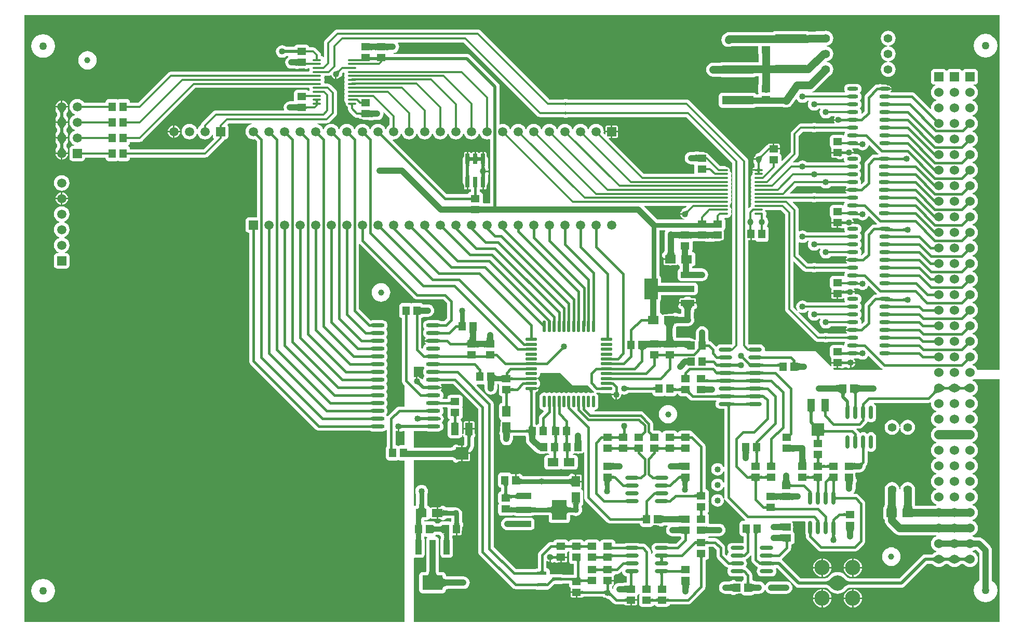
<source format=gtl>
G04 Layer_Physical_Order=1*
G04 Layer_Color=255*
%FSLAX25Y25*%
%MOIN*%
G70*
G01*
G75*
%ADD10C,0.03937*%
%ADD11R,0.05118X0.07874*%
%ADD12R,0.07874X0.07874*%
%ADD13R,0.20472X0.05512*%
%ADD14R,0.05787X0.04567*%
%ADD15R,0.07087X0.05315*%
%ADD16O,0.02362X0.08661*%
%ADD17R,0.04567X0.05787*%
%ADD18O,0.08661X0.02362*%
%ADD19R,0.05709X0.02362*%
%ADD20R,0.03937X0.09449*%
%ADD21R,0.12992X0.09449*%
%ADD22R,0.05315X0.07087*%
%ADD23R,0.08661X0.03937*%
%ADD24R,0.08661X0.13780*%
%ADD25O,0.07087X0.02362*%
%ADD26O,0.05905X0.01378*%
%ADD27O,0.09055X0.02362*%
%ADD28O,0.02165X0.07677*%
%ADD29O,0.07677X0.02165*%
%ADD30R,0.02559X0.07087*%
%ADD31C,0.02000*%
%ADD32R,0.09449X0.03937*%
%ADD33R,0.09449X0.12992*%
%ADD34C,0.06000*%
%ADD35C,0.04000*%
%ADD36C,0.01200*%
%ADD37C,0.01500*%
%ADD38C,0.02000*%
%ADD39C,0.03000*%
%ADD40C,0.05000*%
%ADD41R,0.05905X0.05905*%
%ADD42C,0.05905*%
%ADD43C,0.05512*%
%ADD44C,0.09842*%
%ADD45R,0.05905X0.05905*%
%ADD46C,0.05000*%
%ADD47C,0.06000*%
%ADD48R,0.06000X0.06000*%
%ADD49C,0.04000*%
G36*
X405210Y91479D02*
X405128Y91530D01*
X405024Y91576D01*
X404898Y91617D01*
X404751Y91652D01*
X404581Y91682D01*
X404175Y91726D01*
X403681Y91747D01*
X403401Y91750D01*
Y93250D01*
X403681Y93253D01*
X404581Y93318D01*
X404751Y93348D01*
X404898Y93383D01*
X405024Y93424D01*
X405128Y93470D01*
X405210Y93521D01*
Y91479D01*
D02*
G37*
G36*
X393872Y93470D02*
X393976Y93424D01*
X394102Y93383D01*
X394249Y93348D01*
X394419Y93318D01*
X394825Y93274D01*
X395319Y93253D01*
X395599Y93250D01*
Y91750D01*
X395319Y91747D01*
X394419Y91682D01*
X394249Y91652D01*
X394102Y91617D01*
X393976Y91576D01*
X393872Y91530D01*
X393790Y91479D01*
Y93521D01*
X393872Y93470D01*
D02*
G37*
G36*
X502384Y94350D02*
X502429Y94222D01*
X502505Y94110D01*
X502611Y94012D01*
X502747Y93930D01*
X502913Y93862D01*
X503110Y93810D01*
X503336Y93772D01*
X503593Y93750D01*
X503881Y93742D01*
Y92242D01*
X503593Y92235D01*
X503336Y92212D01*
X503110Y92175D01*
X502913Y92122D01*
X502747Y92055D01*
X502611Y91972D01*
X502505Y91875D01*
X502429Y91762D01*
X502384Y91635D01*
X502369Y91492D01*
Y94492D01*
X502384Y94350D01*
D02*
G37*
G36*
X466631Y91492D02*
X466616Y91635D01*
X466571Y91762D01*
X466495Y91875D01*
X466389Y91972D01*
X466253Y92055D01*
X466087Y92122D01*
X465890Y92175D01*
X465664Y92212D01*
X465407Y92235D01*
X465119Y92242D01*
Y93742D01*
X465407Y93750D01*
X465664Y93772D01*
X465890Y93810D01*
X466087Y93862D01*
X466253Y93930D01*
X466389Y94012D01*
X466495Y94110D01*
X466571Y94222D01*
X466616Y94350D01*
X466631Y94492D01*
Y91492D01*
D02*
G37*
G36*
X506631Y91492D02*
X506616Y91635D01*
X506571Y91762D01*
X506495Y91875D01*
X506389Y91972D01*
X506253Y92055D01*
X506087Y92122D01*
X505890Y92175D01*
X505664Y92212D01*
X505407Y92235D01*
X505119Y92242D01*
Y93742D01*
X505407Y93750D01*
X505664Y93772D01*
X505890Y93810D01*
X506087Y93862D01*
X506253Y93930D01*
X506389Y94012D01*
X506495Y94110D01*
X506571Y94222D01*
X506616Y94350D01*
X506631Y94492D01*
Y91492D01*
D02*
G37*
G36*
X516619Y90722D02*
X516548Y90714D01*
X516469Y90693D01*
X516382Y90657D01*
X516288Y90606D01*
X516186Y90541D01*
X516076Y90461D01*
X515833Y90259D01*
X515559Y89998D01*
Y92119D01*
X515762Y92333D01*
X515944Y92546D01*
X516104Y92759D01*
X516243Y92972D01*
X516361Y93184D01*
X516458Y93396D01*
X516533Y93608D01*
X516587Y93819D01*
X516620Y94030D01*
X516631Y94241D01*
X516619Y90722D01*
D02*
G37*
G36*
X520857Y90707D02*
X520730Y90662D01*
X520617Y90587D01*
X520520Y90482D01*
X520437Y90347D01*
X520370Y90182D01*
X520318Y89987D01*
X520280Y89762D01*
X520258Y89507D01*
X520250Y89222D01*
X518750D01*
X518743Y89507D01*
X518720Y89762D01*
X518682Y89987D01*
X518630Y90182D01*
X518563Y90347D01*
X518480Y90482D01*
X518383Y90587D01*
X518270Y90662D01*
X518143Y90707D01*
X518000Y90722D01*
X521000D01*
X520857Y90707D01*
D02*
G37*
G36*
X491884Y88861D02*
X491929Y88734D01*
X492005Y88621D01*
X492111Y88524D01*
X492247Y88441D01*
X492413Y88374D01*
X492488Y88354D01*
X492869Y88314D01*
X494130Y88261D01*
X494854Y88254D01*
Y86754D01*
X494130Y86747D01*
X492392Y86625D01*
X492247Y86566D01*
X492111Y86484D01*
X492005Y86386D01*
X491929Y86274D01*
X491884Y86146D01*
X491869Y86004D01*
Y86589D01*
X491856Y86588D01*
X491443Y86515D01*
X491093Y86428D01*
X490804Y86328D01*
X490578Y86215D01*
X490413Y86089D01*
Y88919D01*
X490578Y88793D01*
X490804Y88680D01*
X491093Y88580D01*
X491443Y88493D01*
X491856Y88420D01*
X491869Y88419D01*
Y89004D01*
X491884Y88861D01*
D02*
G37*
G36*
X510857Y90707D02*
X510730Y90662D01*
X510617Y90587D01*
X510520Y90482D01*
X510437Y90347D01*
X510370Y90182D01*
X510318Y89987D01*
X510280Y89762D01*
X510257Y89507D01*
X510250Y89222D01*
X508750D01*
X508743Y89507D01*
X508720Y89762D01*
X508682Y89987D01*
X508630Y90182D01*
X508563Y90347D01*
X508480Y90482D01*
X508383Y90587D01*
X508270Y90662D01*
X508143Y90707D01*
X508000Y90722D01*
X511000D01*
X510857Y90707D01*
D02*
G37*
G36*
X491009Y93014D02*
X491141Y91214D01*
X491220Y90774D01*
X491317Y90414D01*
X491432Y90134D01*
X491564Y89934D01*
X491713Y89814D01*
X491881Y89774D01*
X486119D01*
X486287Y89814D01*
X486436Y89934D01*
X486568Y90134D01*
X486683Y90414D01*
X486780Y90774D01*
X486859Y91214D01*
X486921Y91734D01*
X486991Y93014D01*
X487000Y93774D01*
X491000D01*
X491009Y93014D01*
D02*
G37*
G36*
X470857Y90707D02*
X470730Y90662D01*
X470617Y90587D01*
X470520Y90482D01*
X470437Y90347D01*
X470370Y90182D01*
X470318Y89987D01*
X470280Y89762D01*
X470258Y89507D01*
X470250Y89222D01*
X468750D01*
X468743Y89507D01*
X468720Y89762D01*
X468682Y89987D01*
X468630Y90182D01*
X468563Y90347D01*
X468480Y90482D01*
X468383Y90587D01*
X468270Y90662D01*
X468143Y90707D01*
X468000Y90722D01*
X471000D01*
X470857Y90707D01*
D02*
G37*
G36*
X472384Y94350D02*
X472429Y94222D01*
X472505Y94110D01*
X472611Y94012D01*
X472747Y93930D01*
X472913Y93862D01*
X473110Y93810D01*
X473336Y93772D01*
X473593Y93750D01*
X473881Y93742D01*
Y92242D01*
X473593Y92235D01*
X473336Y92212D01*
X473110Y92175D01*
X472913Y92122D01*
X472747Y92055D01*
X472611Y91972D01*
X472505Y91875D01*
X472429Y91762D01*
X472384Y91635D01*
X472369Y91492D01*
Y94492D01*
X472384Y94350D01*
D02*
G37*
G36*
X367461Y147246D02*
X369598D01*
X370152Y147016D01*
X370957Y146910D01*
X376468D01*
X376629Y146932D01*
X377020Y146500D01*
X380000D01*
Y146000D01*
X380500D01*
Y143040D01*
X380783Y143077D01*
X381513Y143379D01*
X382140Y143860D01*
X382621Y144487D01*
X382923Y145217D01*
X383019Y145950D01*
X383073Y146030D01*
X383491Y146295D01*
X383956Y146103D01*
X385000Y145966D01*
X386044Y146103D01*
X387017Y146506D01*
X387748Y147067D01*
X387827Y147117D01*
X387898Y147183D01*
X387906Y147189D01*
X387908Y147191D01*
X387909Y147192D01*
X387911Y147193D01*
X387918Y147195D01*
X387933Y147199D01*
X387960Y147204D01*
X388000Y147208D01*
X388122Y147212D01*
X388183Y147226D01*
X403169D01*
Y147106D01*
X403325Y146326D01*
X403767Y145664D01*
X404428Y145222D01*
X405209Y145067D01*
X409776D01*
X410556Y145222D01*
X410996Y145516D01*
X411436Y145222D01*
X412217Y145067D01*
X416784D01*
X417564Y145222D01*
X418225Y145664D01*
X418667Y146326D01*
X418725Y146616D01*
X419665D01*
X419722Y146326D01*
X420164Y145664D01*
X420826Y145222D01*
X421606Y145067D01*
X424819D01*
X425128Y144809D01*
X425357Y144589D01*
X425416Y144551D01*
X426928Y143039D01*
X427503Y142598D01*
X428172Y142321D01*
X428890Y142226D01*
X443970D01*
X444216Y141726D01*
X444123Y141604D01*
X443802Y140830D01*
X443693Y140000D01*
X443802Y139170D01*
X444123Y138396D01*
X444633Y137731D01*
X445297Y137221D01*
X446071Y136901D01*
X446902Y136792D01*
X449226D01*
Y99556D01*
X448726Y99457D01*
X448494Y100017D01*
X447853Y100853D01*
X447017Y101494D01*
X446044Y101897D01*
X445000Y102034D01*
X443956Y101897D01*
X442983Y101494D01*
X442147Y100853D01*
X441506Y100017D01*
X441103Y99044D01*
X440966Y98000D01*
X441103Y96956D01*
X441506Y95983D01*
X442147Y95147D01*
X442983Y94506D01*
X443956Y94103D01*
X445000Y93966D01*
X446044Y94103D01*
X447017Y94506D01*
X447853Y95147D01*
X448494Y95983D01*
X448726Y96544D01*
X449226Y96444D01*
Y89556D01*
X448726Y89456D01*
X448494Y90017D01*
X447853Y90853D01*
X447017Y91494D01*
X446044Y91897D01*
X445000Y92035D01*
X443956Y91897D01*
X442983Y91494D01*
X442147Y90853D01*
X441506Y90017D01*
X441103Y89044D01*
X440966Y88000D01*
X441103Y86956D01*
X441506Y85983D01*
X442147Y85147D01*
X442983Y84506D01*
X443956Y84103D01*
X445000Y83965D01*
X446044Y84103D01*
X447017Y84506D01*
X447853Y85147D01*
X448494Y85983D01*
X448726Y86544D01*
X449226Y86444D01*
Y80000D01*
X449280Y79589D01*
X449312Y79349D01*
X448825Y79219D01*
X448737Y79430D01*
X448494Y80017D01*
X447853Y80853D01*
X447017Y81494D01*
X446044Y81897D01*
X445000Y82034D01*
X443956Y81897D01*
X442983Y81494D01*
X442147Y80853D01*
X441506Y80017D01*
X441103Y79044D01*
X440966Y78000D01*
X441103Y76956D01*
X441506Y75983D01*
X442147Y75147D01*
X442983Y74506D01*
X443956Y74103D01*
X445000Y73966D01*
X446044Y74103D01*
X447017Y74506D01*
X447853Y75147D01*
X448494Y75983D01*
X448897Y76956D01*
X449035Y78000D01*
X448937Y78738D01*
X448906Y78977D01*
X449393Y79108D01*
X449481Y78896D01*
X449598Y78613D01*
X450039Y78039D01*
X462539Y65539D01*
X462677Y65433D01*
X462507Y64933D01*
X461213D01*
X460432Y64778D01*
X459771Y64336D01*
X459329Y63674D01*
X459173Y62894D01*
Y57106D01*
X459329Y56326D01*
X459771Y55664D01*
X460432Y55222D01*
X461213Y55067D01*
X461726D01*
Y51020D01*
X461226Y50639D01*
X460701Y50709D01*
X454402D01*
X453571Y50599D01*
X452797Y50279D01*
X452133Y49769D01*
X451623Y49104D01*
X451302Y48330D01*
X451193Y47500D01*
X451302Y46670D01*
X451623Y45896D01*
X452052Y45337D01*
X452100Y45000D01*
X452052Y44663D01*
X451623Y44104D01*
X451302Y43330D01*
X451244Y42886D01*
X450716Y42707D01*
X449774Y43649D01*
Y47500D01*
X449679Y48218D01*
X449402Y48887D01*
X448961Y49461D01*
X445457Y52965D01*
X444883Y53406D01*
X444214Y53683D01*
X443496Y53778D01*
X439335D01*
X439278Y54068D01*
X439092Y54345D01*
X439347Y54863D01*
X440693Y54954D01*
X441388Y54957D01*
X441411Y54962D01*
X445996D01*
X447040Y55099D01*
X448013Y55502D01*
X448849Y56143D01*
X449490Y56979D01*
X449893Y57952D01*
X450031Y58996D01*
X449893Y60040D01*
X449490Y61013D01*
X448849Y61849D01*
X448013Y62490D01*
X447040Y62893D01*
X445996Y63031D01*
X441435D01*
X441415Y63035D01*
X439694Y63064D01*
X439380Y63453D01*
X439433Y63721D01*
Y68287D01*
X439278Y69068D01*
X438836Y69729D01*
X438805Y69750D01*
Y70250D01*
X438836Y70271D01*
X439278Y70932D01*
X439433Y71713D01*
Y76279D01*
X439278Y77060D01*
X438984Y77500D01*
X439278Y77940D01*
X439433Y78720D01*
Y83287D01*
X439278Y84068D01*
X438836Y84729D01*
X438174Y85171D01*
X437394Y85327D01*
X437274D01*
Y112500D01*
X437179Y113218D01*
X436902Y113887D01*
X436461Y114461D01*
X430457Y120465D01*
X429883Y120906D01*
X429367Y121120D01*
X429278Y121568D01*
X428836Y122229D01*
X428174Y122671D01*
X427394Y122827D01*
X421606D01*
X420826Y122671D01*
X420164Y122229D01*
X419772Y121643D01*
X419500Y121601D01*
X419228Y121643D01*
X418836Y122229D01*
X418174Y122671D01*
X417394Y122827D01*
X411606D01*
X410826Y122671D01*
X410164Y122229D01*
X409772Y121643D01*
X409500Y121601D01*
X409228Y121643D01*
X408836Y122229D01*
X408174Y122671D01*
X407394Y122827D01*
X404100D01*
X403524Y123403D01*
Y127286D01*
X403429Y128003D01*
X403152Y128672D01*
X402711Y129247D01*
X397497Y134461D01*
X396922Y134902D01*
X396253Y135179D01*
X395535Y135274D01*
X365917D01*
X365884Y135774D01*
X366053Y135796D01*
X366803Y136107D01*
X367447Y136601D01*
X367941Y137245D01*
X368251Y137995D01*
X368357Y138799D01*
Y144311D01*
X368251Y145116D01*
X367941Y145866D01*
X367447Y146510D01*
X367079Y146792D01*
X367277Y147270D01*
X367461Y147246D01*
D02*
G37*
G36*
X516631Y98500D02*
X516616Y98642D01*
X516571Y98770D01*
X516495Y98883D01*
X516389Y98980D01*
X516253Y99063D01*
X516087Y99130D01*
X515890Y99182D01*
X515664Y99220D01*
X515407Y99243D01*
X515119Y99250D01*
Y100750D01*
X515407Y100758D01*
X515664Y100780D01*
X515890Y100818D01*
X516087Y100870D01*
X516253Y100937D01*
X516389Y101020D01*
X516495Y101118D01*
X516571Y101230D01*
X516616Y101357D01*
X516631Y101500D01*
Y98500D01*
D02*
G37*
G36*
X539030Y101970D02*
X538866Y101794D01*
X538716Y101607D01*
X538578Y101409D01*
X538453Y101201D01*
X538342Y100981D01*
X538243Y100751D01*
X538158Y100509D01*
X538086Y100257D01*
X538026Y99994D01*
X537980Y99720D01*
X536000Y101700D01*
Y98000D01*
X535312Y97997D01*
X532525Y97827D01*
X532417Y97781D01*
X532381Y97729D01*
Y102270D01*
X532417Y102219D01*
X532525Y102173D01*
X532706Y102132D01*
X532960Y102097D01*
X533684Y102043D01*
X535853Y102003D01*
X535994Y102026D01*
X536257Y102086D01*
X536509Y102158D01*
X536751Y102243D01*
X536981Y102342D01*
X537201Y102453D01*
X537409Y102578D01*
X537607Y102716D01*
X537794Y102866D01*
X537970Y103030D01*
X539030Y101970D01*
D02*
G37*
G36*
X470868Y103483D02*
X470890Y103226D01*
X470928Y102999D01*
X470980Y102803D01*
X471048Y102637D01*
X471130Y102500D01*
X471228Y102395D01*
X471340Y102319D01*
X471468Y102274D01*
X471610Y102259D01*
X468610D01*
X468753Y102274D01*
X468880Y102319D01*
X468993Y102395D01*
X469090Y102500D01*
X469173Y102637D01*
X469240Y102803D01*
X469293Y102999D01*
X469330Y103226D01*
X469353Y103483D01*
X469360Y103770D01*
X470860D01*
X470868Y103483D01*
D02*
G37*
G36*
X510857Y105211D02*
X510730Y105166D01*
X510617Y105091D01*
X510520Y104986D01*
X510437Y104851D01*
X510370Y104686D01*
X510318Y104491D01*
X510280Y104266D01*
X510257Y104011D01*
X510251Y103748D01*
X510257Y103483D01*
X510280Y103226D01*
X510318Y102999D01*
X510370Y102803D01*
X510437Y102637D01*
X510520Y102500D01*
X510617Y102395D01*
X510730Y102319D01*
X510857Y102274D01*
X511000Y102259D01*
X508000D01*
X508143Y102274D01*
X508270Y102319D01*
X508383Y102395D01*
X508480Y102500D01*
X508563Y102637D01*
X508630Y102803D01*
X508682Y102999D01*
X508720Y103226D01*
X508743Y103483D01*
X508749Y103748D01*
X508743Y104011D01*
X508720Y104266D01*
X508682Y104491D01*
X508630Y104686D01*
X508563Y104851D01*
X508480Y104986D01*
X508383Y105091D01*
X508270Y105166D01*
X508143Y105211D01*
X508000Y105226D01*
X511000D01*
X510857Y105211D01*
D02*
G37*
G36*
X512384Y101357D02*
X512429Y101230D01*
X512505Y101118D01*
X512611Y101020D01*
X512747Y100937D01*
X512913Y100870D01*
X513110Y100818D01*
X513336Y100780D01*
X513593Y100758D01*
X513881Y100750D01*
Y99250D01*
X513593Y99243D01*
X513336Y99220D01*
X513110Y99182D01*
X512913Y99130D01*
X512747Y99063D01*
X512611Y98980D01*
X512505Y98883D01*
X512429Y98770D01*
X512384Y98642D01*
X512369Y98500D01*
Y101500D01*
X512384Y101357D01*
D02*
G37*
G36*
X421631Y93803D02*
X423018Y93895D01*
X423211Y93941D01*
X423351Y93994D01*
X423440Y94054D01*
Y91931D01*
X423351Y91990D01*
X423211Y92043D01*
X423018Y92090D01*
X422772Y92130D01*
X422124Y92192D01*
X421631Y92209D01*
Y91492D01*
X421616Y91635D01*
X421571Y91762D01*
X421495Y91875D01*
X421389Y91972D01*
X421253Y92055D01*
X421087Y92122D01*
X420890Y92175D01*
X420664Y92212D01*
X420407Y92235D01*
X420119Y92242D01*
Y93742D01*
X420407Y93750D01*
X420664Y93772D01*
X420890Y93810D01*
X421087Y93862D01*
X421253Y93930D01*
X421389Y94012D01*
X421495Y94110D01*
X421571Y94222D01*
X421616Y94350D01*
X421631Y94492D01*
Y93803D01*
D02*
G37*
G36*
X476631Y91492D02*
X476616Y91635D01*
X476571Y91762D01*
X476495Y91875D01*
X476389Y91972D01*
X476253Y92055D01*
X476087Y92122D01*
X475890Y92175D01*
X475664Y92212D01*
X475407Y92235D01*
X475119Y92242D01*
Y93742D01*
X475407Y93750D01*
X475664Y93772D01*
X475890Y93810D01*
X476087Y93862D01*
X476253Y93930D01*
X476389Y94012D01*
X476495Y94110D01*
X476571Y94222D01*
X476616Y94350D01*
X476631Y94492D01*
Y91492D01*
D02*
G37*
G36*
X377384Y94350D02*
X377429Y94222D01*
X377505Y94110D01*
X377611Y94012D01*
X377747Y93930D01*
X377913Y93862D01*
X378110Y93810D01*
X378336Y93772D01*
X378593Y93750D01*
X378881Y93742D01*
Y92242D01*
X378593Y92235D01*
X378336Y92212D01*
X378110Y92175D01*
X377913Y92122D01*
X377747Y92055D01*
X377611Y91972D01*
X377505Y91875D01*
X377429Y91762D01*
X377384Y91635D01*
X377369Y91492D01*
Y92181D01*
X375982Y92090D01*
X375789Y92043D01*
X375648Y91990D01*
X375560Y91931D01*
Y94054D01*
X375648Y93994D01*
X375789Y93941D01*
X375982Y93895D01*
X376228Y93854D01*
X376876Y93792D01*
X377369Y93775D01*
Y94492D01*
X377384Y94350D01*
D02*
G37*
G36*
X377421Y102219D02*
X377541Y102173D01*
X377741Y102133D01*
X378021Y102097D01*
X378821Y102043D01*
X381381Y102000D01*
Y98000D01*
X380621Y97997D01*
X377421Y97781D01*
X377381Y97730D01*
Y102270D01*
X377421Y102219D01*
D02*
G37*
G36*
X421619Y97729D02*
X421579Y97781D01*
X421459Y97827D01*
X421259Y97868D01*
X420979Y97903D01*
X420179Y97957D01*
X417619Y98000D01*
Y102000D01*
X418379Y102003D01*
X421579Y102219D01*
X421619Y102270D01*
Y97729D01*
D02*
G37*
G36*
X376715Y90692D02*
X376460Y90602D01*
X376235Y90452D01*
X376040Y90242D01*
X375875Y89972D01*
X375740Y89642D01*
X375635Y89252D01*
X375560Y88802D01*
X375515Y88292D01*
X375500Y87722D01*
X372500D01*
X372491Y88292D01*
X372421Y89252D01*
X372359Y89642D01*
X372280Y89972D01*
X372183Y90242D01*
X372068Y90452D01*
X371936Y90602D01*
X371787Y90692D01*
X371619Y90722D01*
X377000D01*
X376715Y90692D01*
D02*
G37*
G36*
X569668Y76695D02*
X569822Y74445D01*
X569915Y73895D01*
X570028Y73444D01*
X570162Y73094D01*
X570317Y72844D01*
X570492Y72694D01*
X570688Y72645D01*
X563627D01*
X563823Y72694D01*
X563998Y72844D01*
X564153Y73094D01*
X564287Y73444D01*
X564400Y73895D01*
X564493Y74445D01*
X564565Y75094D01*
X564647Y76695D01*
X564657Y77644D01*
X569658D01*
X569668Y76695D01*
D02*
G37*
G36*
X559353D02*
X559507Y74445D01*
X559600Y73895D01*
X559713Y73444D01*
X559847Y73094D01*
X560002Y72844D01*
X560177Y72694D01*
X560373Y72645D01*
X553312D01*
X553508Y72694D01*
X553683Y72844D01*
X553838Y73094D01*
X553972Y73444D01*
X554085Y73895D01*
X554178Y74445D01*
X554250Y75094D01*
X554332Y76695D01*
X554343Y77644D01*
X559342D01*
X559353Y76695D01*
D02*
G37*
G36*
X386312Y76479D02*
X386230Y76530D01*
X386126Y76576D01*
X386001Y76617D01*
X385853Y76652D01*
X385683Y76682D01*
X385277Y76726D01*
X384783Y76747D01*
X384504Y76750D01*
Y78250D01*
X384783Y78253D01*
X385683Y78318D01*
X385853Y78348D01*
X386001Y78383D01*
X386126Y78424D01*
X386230Y78470D01*
X386312Y78521D01*
Y76479D01*
D02*
G37*
G36*
X520682Y80806D02*
X520728Y80679D01*
X520803Y80566D01*
X520909Y80469D01*
X521045Y80386D01*
X521211Y80319D01*
X521408Y80266D01*
X521635Y80229D01*
X521892Y80206D01*
X522179Y80199D01*
Y78699D01*
X521892Y78691D01*
X521635Y78669D01*
X521408Y78631D01*
X521211Y78579D01*
X521045Y78511D01*
X520909Y78429D01*
X520803Y78331D01*
X520728Y78219D01*
X520682Y78091D01*
X520667Y77949D01*
Y80949D01*
X520682Y80806D01*
D02*
G37*
G36*
X412770Y78470D02*
X412874Y78424D01*
X412999Y78383D01*
X413147Y78348D01*
X413317Y78318D01*
X413723Y78274D01*
X414217Y78253D01*
X414497Y78250D01*
Y76750D01*
X414217Y76747D01*
X413317Y76682D01*
X413147Y76652D01*
X412999Y76617D01*
X412874Y76576D01*
X412770Y76530D01*
X412688Y76479D01*
Y78521D01*
X412770Y78470D01*
D02*
G37*
G36*
X256515Y75072D02*
X256560Y74560D01*
X256635Y74108D01*
X256740Y73717D01*
X256875Y73386D01*
X257040Y73114D01*
X257235Y72904D01*
X257460Y72753D01*
X257715Y72663D01*
X258000Y72632D01*
X252000D01*
X252285Y72663D01*
X252540Y72753D01*
X252765Y72904D01*
X252960Y73114D01*
X253125Y73386D01*
X253260Y73717D01*
X253365Y74108D01*
X253440Y74560D01*
X253485Y75072D01*
X253500Y75644D01*
X256500D01*
X256515Y75072D01*
D02*
G37*
G36*
X400257Y70093D02*
X400280Y69836D01*
X400317Y69610D01*
X400370Y69413D01*
X400437Y69247D01*
X400520Y69111D01*
X400618Y69005D01*
X400730Y68929D01*
X400857Y68884D01*
X401000Y68869D01*
X398000D01*
X398143Y68884D01*
X398270Y68929D01*
X398382Y69005D01*
X398480Y69111D01*
X398563Y69247D01*
X398630Y69413D01*
X398682Y69610D01*
X398720Y69836D01*
X398743Y70093D01*
X398750Y70381D01*
X400250D01*
X400257Y70093D01*
D02*
G37*
G36*
X435257Y69487D02*
X435280Y69230D01*
X435318Y69003D01*
X435370Y68807D01*
X435437Y68640D01*
X435520Y68504D01*
X435617Y68398D01*
X435730Y68323D01*
X435857Y68278D01*
X436000Y68262D01*
X433000D01*
X433143Y68278D01*
X433270Y68323D01*
X433383Y68398D01*
X433480Y68504D01*
X433563Y68640D01*
X433630Y68807D01*
X433682Y69003D01*
X433720Y69230D01*
X433743Y69487D01*
X433750Y69774D01*
X435250D01*
X435257Y69487D01*
D02*
G37*
G36*
X435857Y71711D02*
X435730Y71666D01*
X435617Y71591D01*
X435520Y71486D01*
X435437Y71351D01*
X435370Y71186D01*
X435318Y70991D01*
X435280Y70766D01*
X435257Y70511D01*
X435250Y70226D01*
X433750D01*
X433743Y70511D01*
X433720Y70766D01*
X433682Y70991D01*
X433630Y71186D01*
X433563Y71351D01*
X433480Y71486D01*
X433383Y71591D01*
X433270Y71666D01*
X433143Y71711D01*
X433000Y71726D01*
X436000D01*
X435857Y71711D01*
D02*
G37*
G36*
X476131Y71996D02*
X476116Y72139D01*
X476071Y72266D01*
X475995Y72379D01*
X475889Y72476D01*
X475753Y72559D01*
X475587Y72626D01*
X475390Y72679D01*
X475164Y72716D01*
X474907Y72739D01*
X474619Y72746D01*
Y74246D01*
X474907Y74254D01*
X475164Y74276D01*
X475390Y74314D01*
X475587Y74366D01*
X475753Y74434D01*
X475889Y74516D01*
X475995Y74614D01*
X476071Y74726D01*
X476116Y74854D01*
X476131Y74996D01*
Y71996D01*
D02*
G37*
G36*
X481884Y73857D02*
X481930Y73730D01*
X482006Y73618D01*
X482112Y73520D01*
X482248Y73438D01*
X482415Y73370D01*
X482611Y73317D01*
X482837Y73280D01*
X483094Y73257D01*
X483381Y73250D01*
Y71750D01*
X483096Y71745D01*
X482616Y71703D01*
X482421Y71666D01*
X482256Y71619D01*
X482121Y71561D01*
X482016Y71493D01*
X481941Y71414D01*
X481896Y71325D01*
X481881Y71226D01*
X481869Y74000D01*
X481884Y73857D01*
D02*
G37*
G36*
X481921Y82723D02*
X482041Y82677D01*
X482241Y82636D01*
X482521Y82601D01*
X483321Y82547D01*
X483462Y82545D01*
X486079Y82717D01*
X486119Y82766D01*
Y78226D01*
X486079Y78278D01*
X485959Y78326D01*
X485759Y78368D01*
X485479Y78404D01*
X484679Y78459D01*
X484538Y78462D01*
X481921Y78285D01*
X481881Y78233D01*
Y82774D01*
X481921Y82723D01*
D02*
G37*
G36*
X386312Y86479D02*
X386230Y86530D01*
X386126Y86576D01*
X386001Y86617D01*
X385853Y86652D01*
X385683Y86682D01*
X385277Y86726D01*
X384783Y86747D01*
X384504Y86750D01*
Y88250D01*
X384783Y88253D01*
X385683Y88318D01*
X385853Y88348D01*
X386001Y88383D01*
X386126Y88424D01*
X386230Y88470D01*
X386312Y88521D01*
Y86479D01*
D02*
G37*
G36*
X504092Y84965D02*
X505219Y83670D01*
X505227Y83609D01*
X505184Y83592D01*
X505090Y83620D01*
X503333Y82558D01*
X503442Y82647D01*
X503510Y82758D01*
X503536Y82890D01*
X503519Y83043D01*
X503461Y83217D01*
X503360Y83412D01*
X503217Y83628D01*
X503032Y83865D01*
X502805Y84123D01*
X502536Y84403D01*
X503724Y85336D01*
X504092Y84965D01*
D02*
G37*
G36*
X412770Y88470D02*
X412874Y88424D01*
X412999Y88383D01*
X413147Y88348D01*
X413317Y88318D01*
X413723Y88274D01*
X414217Y88253D01*
X414497Y88250D01*
Y86750D01*
X414217Y86747D01*
X413317Y86682D01*
X413147Y86652D01*
X412999Y86617D01*
X412874Y86576D01*
X412770Y86530D01*
X412688Y86479D01*
Y88521D01*
X412770Y88470D01*
D02*
G37*
G36*
X426715Y90692D02*
X426460Y90602D01*
X426235Y90452D01*
X426040Y90242D01*
X425875Y89972D01*
X425740Y89642D01*
X425635Y89252D01*
X425560Y88802D01*
X425515Y88292D01*
X425500Y87722D01*
X422500D01*
X422491Y88292D01*
X422421Y89252D01*
X422359Y89642D01*
X422280Y89972D01*
X422183Y90242D01*
X422069Y90452D01*
X421936Y90602D01*
X421787Y90692D01*
X421619Y90722D01*
X427000D01*
X426715Y90692D01*
D02*
G37*
G36*
X532213Y90682D02*
X532064Y90562D01*
X531931Y90362D01*
X531817Y90082D01*
X531720Y89722D01*
X531641Y89282D01*
X531579Y88762D01*
X531509Y87482D01*
X531500Y86722D01*
X527500D01*
X527491Y87482D01*
X527359Y89282D01*
X527280Y89722D01*
X527183Y90082D01*
X527069Y90362D01*
X526936Y90562D01*
X526787Y90682D01*
X526619Y90722D01*
X532381D01*
X532213Y90682D01*
D02*
G37*
G36*
X435257Y84487D02*
X435280Y84230D01*
X435318Y84003D01*
X435370Y83807D01*
X435437Y83640D01*
X435520Y83504D01*
X435617Y83398D01*
X435730Y83323D01*
X435857Y83277D01*
X436000Y83262D01*
X433000D01*
X433143Y83277D01*
X433270Y83323D01*
X433383Y83398D01*
X433480Y83504D01*
X433563Y83640D01*
X433630Y83807D01*
X433682Y84003D01*
X433720Y84230D01*
X433743Y84487D01*
X433750Y84774D01*
X435250D01*
X435257Y84487D01*
D02*
G37*
G36*
X431631Y79504D02*
X431616Y79646D01*
X431571Y79774D01*
X431495Y79886D01*
X431389Y79984D01*
X431253Y80066D01*
X431087Y80134D01*
X430890Y80186D01*
X430664Y80224D01*
X430407Y80246D01*
X430119Y80254D01*
Y81754D01*
X430407Y81761D01*
X430664Y81784D01*
X430890Y81821D01*
X431087Y81874D01*
X431253Y81941D01*
X431389Y82024D01*
X431495Y82121D01*
X431571Y82234D01*
X431616Y82361D01*
X431631Y82504D01*
Y79504D01*
D02*
G37*
G36*
X491921Y82715D02*
X492041Y82669D01*
X492241Y82629D01*
X492521Y82593D01*
X493321Y82539D01*
X495881Y82496D01*
Y78496D01*
X495121Y78493D01*
X491921Y78277D01*
X491881Y78226D01*
Y82766D01*
X491921Y82715D01*
D02*
G37*
G36*
X510253Y84716D02*
X510318Y83817D01*
X510348Y83647D01*
X510383Y83499D01*
X510424Y83373D01*
X510470Y83270D01*
X510521Y83188D01*
X508479D01*
X508530Y83270D01*
X508576Y83373D01*
X508617Y83499D01*
X508652Y83647D01*
X508682Y83817D01*
X508726Y84223D01*
X508747Y84716D01*
X508750Y84997D01*
X510250D01*
X510253Y84716D01*
D02*
G37*
G36*
X520253D02*
X520318Y83817D01*
X520348Y83647D01*
X520383Y83499D01*
X520424Y83373D01*
X520470Y83270D01*
X520521Y83188D01*
X518479D01*
X518530Y83270D01*
X518576Y83373D01*
X518617Y83499D01*
X518652Y83647D01*
X518682Y83817D01*
X518726Y84223D01*
X518747Y84716D01*
X518750Y84997D01*
X520250D01*
X520253Y84716D01*
D02*
G37*
G36*
X515253D02*
X515318Y83817D01*
X515348Y83647D01*
X515383Y83499D01*
X515424Y83373D01*
X515470Y83270D01*
X515521Y83188D01*
X513479D01*
X513530Y83270D01*
X513576Y83373D01*
X513617Y83499D01*
X513652Y83647D01*
X513682Y83817D01*
X513726Y84223D01*
X513747Y84716D01*
X513750Y84997D01*
X515250D01*
X515253Y84716D01*
D02*
G37*
G36*
X480258Y103483D02*
X480280Y103226D01*
X480317Y102999D01*
X480370Y102803D01*
X480438Y102637D01*
X480520Y102500D01*
X480618Y102395D01*
X480730Y102319D01*
X480858Y102274D01*
X481000Y102259D01*
X478000D01*
X478142Y102274D01*
X478270Y102319D01*
X478382Y102395D01*
X478480Y102500D01*
X478562Y102637D01*
X478630Y102803D01*
X478683Y102999D01*
X478720Y103226D01*
X478743Y103483D01*
X478750Y103770D01*
X480250D01*
X480258Y103483D01*
D02*
G37*
G36*
X311525Y124852D02*
X311644Y124348D01*
X311719Y124117D01*
X311803Y123900D01*
X311897Y123698D01*
X312002Y123510D01*
X312116Y123336D01*
X312136Y123310D01*
X312133Y124000D01*
X312148Y123857D01*
X312194Y123730D01*
X312270Y123617D01*
X312376Y123520D01*
X312512Y123438D01*
X312678Y123370D01*
X312875Y123318D01*
X313101Y123280D01*
X313358Y123258D01*
X313645Y123250D01*
Y121750D01*
X313359Y121746D01*
X312879Y121711D01*
X312684Y121680D01*
X312520Y121641D01*
X312385Y121592D01*
X312280Y121536D01*
X312205Y121470D01*
X312159Y121395D01*
X312144Y121312D01*
X312022Y121274D01*
X311912Y121160D01*
X311816Y120969D01*
X311732Y120702D01*
X311661Y120359D01*
X311603Y119940D01*
X311526Y118872D01*
X311500Y117500D01*
X307500D01*
X307494Y118224D01*
X307339Y120359D01*
X307268Y120702D01*
X307184Y120969D01*
X307087Y121160D01*
X306978Y121274D01*
X306856Y121312D01*
X312144D01*
X312138Y122795D01*
X311312Y121970D01*
X311167Y122103D01*
X311007Y122227D01*
X310833Y122341D01*
X310645Y122445D01*
X310442Y122539D01*
X310226Y122624D01*
X309995Y122698D01*
X309750Y122763D01*
X309217Y122863D01*
X311480Y125125D01*
X311525Y124852D01*
D02*
G37*
G36*
X427380Y119550D02*
X427414Y119488D01*
X427470Y119433D01*
X427549Y119386D01*
X427650Y119345D01*
X427774Y119312D01*
X427921Y119287D01*
X428090Y119269D01*
X428496Y119254D01*
Y117754D01*
X428282Y117750D01*
X427921Y117721D01*
X427774Y117695D01*
X427650Y117663D01*
X427549Y117622D01*
X427470Y117575D01*
X427414Y117520D01*
X427380Y117458D01*
X427369Y117389D01*
Y119619D01*
X427380Y119550D01*
D02*
G37*
G36*
X287310Y120056D02*
X287140Y119996D01*
X286990Y119896D01*
X286860Y119756D01*
X286750Y119576D01*
X286660Y119356D01*
X286590Y119096D01*
X286540Y118796D01*
X286510Y118456D01*
X286500Y118076D01*
X284500D01*
X284490Y118456D01*
X284460Y118796D01*
X284410Y119096D01*
X284340Y119356D01*
X284250Y119576D01*
X284140Y119756D01*
X284010Y119896D01*
X283860Y119996D01*
X283690Y120056D01*
X283500Y120076D01*
X287500D01*
X287310Y120056D01*
D02*
G37*
G36*
X349361Y119604D02*
X349234Y119559D01*
X349121Y119484D01*
X349024Y119379D01*
X348941Y119244D01*
X348874Y119079D01*
X348821Y118884D01*
X348784Y118659D01*
X348761Y118404D01*
X348754Y118119D01*
X347254D01*
X347246Y118404D01*
X347224Y118659D01*
X347186Y118884D01*
X347134Y119079D01*
X347066Y119244D01*
X346984Y119379D01*
X346886Y119484D01*
X346774Y119559D01*
X346646Y119604D01*
X346504Y119619D01*
X349504D01*
X349361Y119604D01*
D02*
G37*
G36*
X342354D02*
X342226Y119559D01*
X342114Y119484D01*
X342016Y119379D01*
X341934Y119244D01*
X341866Y119079D01*
X341814Y118884D01*
X341776Y118659D01*
X341754Y118404D01*
X341746Y118119D01*
X340246D01*
X340239Y118404D01*
X340216Y118659D01*
X340179Y118884D01*
X340126Y119079D01*
X340059Y119244D01*
X339976Y119379D01*
X339879Y119484D01*
X339766Y119559D01*
X339639Y119604D01*
X339496Y119619D01*
X342496D01*
X342354Y119604D01*
D02*
G37*
G36*
X371631Y117389D02*
X371620Y117458D01*
X371586Y117520D01*
X371530Y117575D01*
X371451Y117622D01*
X371349Y117663D01*
X371225Y117695D01*
X371079Y117721D01*
X370910Y117739D01*
X370504Y117754D01*
Y119254D01*
X370718Y119258D01*
X371079Y119287D01*
X371225Y119312D01*
X371349Y119345D01*
X371451Y119386D01*
X371530Y119433D01*
X371586Y119488D01*
X371620Y119550D01*
X371631Y119619D01*
Y117389D01*
D02*
G37*
G36*
X377384Y119861D02*
X377429Y119734D01*
X377505Y119621D01*
X377611Y119524D01*
X377747Y119441D01*
X377913Y119374D01*
X378110Y119321D01*
X378336Y119284D01*
X378593Y119261D01*
X378881Y119254D01*
Y117754D01*
X378593Y117746D01*
X378336Y117724D01*
X378110Y117686D01*
X377913Y117634D01*
X377747Y117566D01*
X377611Y117484D01*
X377505Y117386D01*
X377429Y117274D01*
X377384Y117146D01*
X377369Y117004D01*
Y120004D01*
X377384Y119861D01*
D02*
G37*
G36*
X328215Y119593D02*
X328169Y119515D01*
X328129Y119384D01*
X328093Y119200D01*
X328064Y118965D01*
X328020Y118336D01*
X327996Y117000D01*
X323996D01*
X323993Y117498D01*
X323864Y119384D01*
X323823Y119515D01*
X323777Y119593D01*
X323726Y119619D01*
X328267D01*
X328215Y119593D01*
D02*
G37*
G36*
X381631Y117004D02*
X381616Y117146D01*
X381571Y117274D01*
X381495Y117386D01*
X381389Y117484D01*
X381253Y117566D01*
X381087Y117634D01*
X380890Y117686D01*
X380664Y117724D01*
X380407Y117746D01*
X380119Y117754D01*
Y119254D01*
X380407Y119261D01*
X380664Y119284D01*
X380890Y119321D01*
X381087Y119374D01*
X381253Y119441D01*
X381389Y119524D01*
X381495Y119621D01*
X381571Y119734D01*
X381616Y119861D01*
X381631Y120004D01*
Y117004D01*
D02*
G37*
G36*
X421631D02*
X421616Y117146D01*
X421571Y117274D01*
X421495Y117386D01*
X421389Y117484D01*
X421253Y117566D01*
X421087Y117634D01*
X420890Y117686D01*
X420664Y117724D01*
X420407Y117746D01*
X420119Y117754D01*
Y119254D01*
X420407Y119261D01*
X420664Y119284D01*
X420890Y119321D01*
X421087Y119374D01*
X421253Y119441D01*
X421389Y119524D01*
X421495Y119621D01*
X421571Y119734D01*
X421616Y119861D01*
X421631Y120004D01*
Y117004D01*
D02*
G37*
G36*
X417384Y119861D02*
X417429Y119734D01*
X417505Y119621D01*
X417611Y119524D01*
X417747Y119441D01*
X417913Y119374D01*
X418110Y119321D01*
X418336Y119284D01*
X418593Y119261D01*
X418881Y119254D01*
Y117754D01*
X418593Y117746D01*
X418336Y117724D01*
X418110Y117686D01*
X417913Y117634D01*
X417747Y117566D01*
X417611Y117484D01*
X417505Y117386D01*
X417429Y117274D01*
X417384Y117146D01*
X417369Y117004D01*
Y120004D01*
X417384Y119861D01*
D02*
G37*
G36*
X385757Y121987D02*
X385780Y121730D01*
X385818Y121503D01*
X385870Y121307D01*
X385938Y121140D01*
X386020Y121004D01*
X386118Y120898D01*
X386230Y120823D01*
X386357Y120777D01*
X386500Y120762D01*
X383500D01*
X383643Y120777D01*
X383770Y120823D01*
X383882Y120898D01*
X383980Y121004D01*
X384063Y121140D01*
X384130Y121307D01*
X384183Y121503D01*
X384220Y121730D01*
X384243Y121987D01*
X384250Y122274D01*
X385750D01*
X385757Y121987D01*
D02*
G37*
G36*
X326045Y126593D02*
X326067Y126336D01*
X326105Y126110D01*
X326157Y125913D01*
X326225Y125747D01*
X326307Y125611D01*
X326405Y125505D01*
X326517Y125429D01*
X326645Y125384D01*
X326787Y125369D01*
X323787D01*
X323930Y125384D01*
X324057Y125429D01*
X324170Y125505D01*
X324267Y125611D01*
X324350Y125747D01*
X324417Y125913D01*
X324470Y126110D01*
X324507Y126336D01*
X324530Y126593D01*
X324537Y126881D01*
X326037D01*
X326045Y126593D01*
D02*
G37*
G36*
X258762Y124432D02*
X258678Y124458D01*
X258562Y124482D01*
X258413Y124503D01*
X258016Y124536D01*
X256829Y124569D01*
X256450Y124571D01*
Y126571D01*
X256829Y126572D01*
X258678Y126683D01*
X258762Y126710D01*
Y124432D01*
D02*
G37*
G36*
X333761Y126593D02*
X333784Y126336D01*
X333821Y126110D01*
X333874Y125913D01*
X333941Y125747D01*
X334024Y125611D01*
X334121Y125505D01*
X334234Y125429D01*
X334361Y125384D01*
X334504Y125369D01*
X331504D01*
X331646Y125384D01*
X331774Y125429D01*
X331886Y125505D01*
X331984Y125611D01*
X332066Y125747D01*
X332134Y125913D01*
X332186Y126110D01*
X332224Y126336D01*
X332246Y126593D01*
X332254Y126881D01*
X333754D01*
X333761Y126593D01*
D02*
G37*
G36*
X348761D02*
X348784Y126336D01*
X348821Y126110D01*
X348874Y125913D01*
X348941Y125747D01*
X349024Y125611D01*
X349121Y125505D01*
X349234Y125429D01*
X349361Y125384D01*
X349504Y125369D01*
X346504D01*
X346646Y125384D01*
X346774Y125429D01*
X346886Y125505D01*
X346984Y125611D01*
X347066Y125747D01*
X347134Y125913D01*
X347186Y126110D01*
X347224Y126336D01*
X347246Y126593D01*
X347254Y126881D01*
X348754D01*
X348761Y126593D01*
D02*
G37*
G36*
X340809Y126594D02*
X340831Y126337D01*
X340869Y126111D01*
X340921Y125915D01*
X340989Y125748D01*
X341071Y125612D01*
X341169Y125506D01*
X341281Y125430D01*
X341409Y125384D01*
X341551Y125369D01*
X338726Y125381D01*
X338835Y125396D01*
X338933Y125441D01*
X339019Y125516D01*
X339094Y125621D01*
X339157Y125756D01*
X339209Y125921D01*
X339249Y126116D01*
X339278Y126341D01*
X339295Y126596D01*
X339301Y126881D01*
X340801D01*
X340809Y126594D01*
D02*
G37*
G36*
X241585Y126895D02*
X241685Y126827D01*
X241799Y126767D01*
X241928Y126715D01*
X242071Y126671D01*
X242229Y126635D01*
X242401Y126607D01*
X242587Y126587D01*
X243003Y126571D01*
Y124571D01*
X242788Y124567D01*
X242401Y124535D01*
X242229Y124507D01*
X242071Y124471D01*
X241928Y124427D01*
X241799Y124375D01*
X241685Y124315D01*
X241585Y124247D01*
X241499Y124171D01*
Y126971D01*
X241585Y126895D01*
D02*
G37*
G36*
X323738Y123535D02*
X323903Y123576D01*
X324192Y123676D01*
X324418Y123789D01*
X324583Y123915D01*
Y121085D01*
X324418Y121211D01*
X324192Y121324D01*
X323903Y121424D01*
X323738Y121465D01*
Y121000D01*
X323723Y121142D01*
X323677Y121270D01*
X323602Y121382D01*
X323496Y121480D01*
X323401Y121537D01*
X323140Y121584D01*
X322127Y121690D01*
X320866Y121743D01*
X320142Y121750D01*
Y123250D01*
X320866Y123257D01*
X323140Y123416D01*
X323401Y123463D01*
X323496Y123520D01*
X323602Y123617D01*
X323677Y123730D01*
X323723Y123857D01*
X323738Y124000D01*
Y123535D01*
D02*
G37*
G36*
X513427Y123857D02*
X513473Y123730D01*
X513548Y123617D01*
X513654Y123520D01*
X513790Y123438D01*
X513956Y123370D01*
X514153Y123318D01*
X514380Y123280D01*
X514637Y123258D01*
X514924Y123250D01*
Y121750D01*
X514637Y121742D01*
X514380Y121720D01*
X514153Y121683D01*
X513956Y121630D01*
X513790Y121563D01*
X513654Y121480D01*
X513548Y121382D01*
X513473Y121270D01*
X513427Y121142D01*
X513412Y121000D01*
Y124000D01*
X513427Y123857D01*
D02*
G37*
G36*
X510260Y122972D02*
X510258Y122955D01*
X510256Y122930D01*
X510251Y122668D01*
X510250Y122500D01*
X508750D01*
X508737Y122979D01*
X510263D01*
X510260Y122972D01*
D02*
G37*
G36*
X386277Y124441D02*
X386166Y124303D01*
X386069Y124158D01*
X385984Y124006D01*
X385912Y123847D01*
X385854Y123681D01*
X385808Y123507D01*
X385776Y123327D01*
X385756Y123140D01*
X385750Y122946D01*
X384250D01*
X384243Y123140D01*
X384224Y123327D01*
X384191Y123507D01*
X384146Y123681D01*
X384087Y123847D01*
X384016Y124006D01*
X383931Y124158D01*
X383834Y124303D01*
X383723Y124441D01*
X383600Y124572D01*
X386400D01*
X386277Y124441D01*
D02*
G37*
G36*
X240571Y122365D02*
X240608Y122336D01*
X240668Y122321D01*
X240719Y122287D01*
X241051Y122221D01*
X241378Y122135D01*
X241439Y122144D01*
X241499Y122132D01*
X241831Y122198D01*
X242166Y122244D01*
X242219Y122275D01*
X242280Y122287D01*
X242561Y122475D01*
X242606Y122501D01*
X242620Y122505D01*
X242649Y122509D01*
X242891Y122529D01*
X243041Y122532D01*
X243100Y122545D01*
X244000D01*
Y113516D01*
X241220D01*
X240440Y113361D01*
X240000Y113067D01*
X239560Y113361D01*
X238779Y113516D01*
X238274D01*
Y122581D01*
X238774Y122861D01*
X239288Y122648D01*
X239571Y122611D01*
Y125571D01*
X240571D01*
Y122365D01*
D02*
G37*
G36*
X510857Y119687D02*
X510730Y119642D01*
X510617Y119567D01*
X510520Y119462D01*
X510437Y119327D01*
X510370Y119162D01*
X510318Y118967D01*
X510280Y118742D01*
X510257Y118487D01*
X510251Y118238D01*
X510257Y117987D01*
X510280Y117730D01*
X510318Y117503D01*
X510370Y117307D01*
X510437Y117140D01*
X510520Y117004D01*
X510617Y116899D01*
X510730Y116823D01*
X510857Y116778D01*
X511000Y116762D01*
X508000D01*
X508143Y116778D01*
X508270Y116823D01*
X508383Y116899D01*
X508480Y117004D01*
X508563Y117140D01*
X508630Y117307D01*
X508682Y117503D01*
X508720Y117730D01*
X508743Y117987D01*
X508749Y118238D01*
X508743Y118487D01*
X508720Y118742D01*
X508682Y118967D01*
X508630Y119162D01*
X508563Y119327D01*
X508480Y119462D01*
X508383Y119567D01*
X508270Y119642D01*
X508143Y119687D01*
X508000Y119702D01*
X511000D01*
X510857Y119687D01*
D02*
G37*
G36*
X341861Y109211D02*
X341734Y109166D01*
X341621Y109091D01*
X341524Y108986D01*
X341441Y108851D01*
X341374Y108686D01*
X341321Y108491D01*
X341284Y108266D01*
X341261Y108011D01*
X341254Y107726D01*
X339754D01*
X339746Y108011D01*
X339724Y108266D01*
X339686Y108491D01*
X339634Y108686D01*
X339566Y108851D01*
X339484Y108986D01*
X339386Y109091D01*
X339274Y109166D01*
X339146Y109211D01*
X339004Y109226D01*
X342004D01*
X341861Y109211D01*
D02*
G37*
G36*
X471468Y109211D02*
X471340Y109166D01*
X471228Y109091D01*
X471130Y108986D01*
X471048Y108851D01*
X470980Y108686D01*
X470928Y108491D01*
X470890Y108266D01*
X470868Y108011D01*
X470860Y107726D01*
X469360D01*
X469353Y108011D01*
X469330Y108266D01*
X469293Y108491D01*
X469240Y108686D01*
X469173Y108851D01*
X469090Y108986D01*
X468993Y109091D01*
X468880Y109166D01*
X468753Y109211D01*
X468610Y109226D01*
X471610D01*
X471468Y109211D01*
D02*
G37*
G36*
X395261Y109218D02*
X395258Y109195D01*
X395255Y109104D01*
X395250Y108463D01*
X393750D01*
X393737Y109226D01*
X395263D01*
X395261Y109218D01*
D02*
G37*
G36*
X492421Y113716D02*
X492541Y113671D01*
X492741Y113631D01*
X493021Y113596D01*
X493821Y113543D01*
X496381Y113500D01*
Y109500D01*
X495621Y109497D01*
X492541Y109324D01*
X492421Y109278D01*
X492381Y109226D01*
Y113767D01*
X492421Y113716D01*
D02*
G37*
G36*
X405261Y109218D02*
X405258Y109195D01*
X405255Y109104D01*
X405250Y108463D01*
X403750D01*
X403737Y109226D01*
X405263D01*
X405261Y109218D01*
D02*
G37*
G36*
X349854Y109211D02*
X349726Y109166D01*
X349614Y109091D01*
X349516Y108986D01*
X349434Y108851D01*
X349366Y108686D01*
X349314Y108491D01*
X349276Y108266D01*
X349254Y108011D01*
X349246Y107726D01*
X347746D01*
X347739Y108011D01*
X347716Y108266D01*
X347679Y108491D01*
X347626Y108686D01*
X347559Y108851D01*
X347476Y108986D01*
X347379Y109091D01*
X347266Y109166D01*
X347139Y109211D01*
X346996Y109226D01*
X349996D01*
X349854Y109211D01*
D02*
G37*
G36*
X277048Y104328D02*
X277008Y104646D01*
X276888Y104930D01*
X276688Y105181D01*
X276408Y105398D01*
X276048Y105582D01*
X275608Y105733D01*
X275088Y105850D01*
X274488Y105933D01*
X273808Y105983D01*
X273048Y106000D01*
Y110000D01*
X273810Y110020D01*
X274492Y110080D01*
X275093Y110180D01*
X275615Y110320D01*
X276056Y110500D01*
X276417Y110720D01*
X276698Y110980D01*
X276899Y111280D01*
X277020Y111620D01*
X277060Y112000D01*
X277048Y104328D01*
D02*
G37*
G36*
X501509Y105510D02*
X501641Y103710D01*
X501720Y103270D01*
X501817Y102910D01*
X501931Y102630D01*
X502064Y102430D01*
X502213Y102311D01*
X502381Y102270D01*
X496619D01*
X496787Y102311D01*
X496936Y102430D01*
X497069Y102630D01*
X497183Y102910D01*
X497280Y103270D01*
X497359Y103710D01*
X497421Y104230D01*
X497491Y105510D01*
X497500Y106271D01*
X501500D01*
X501509Y105510D01*
D02*
G37*
G36*
X341261Y106357D02*
X341284Y106100D01*
X341321Y105873D01*
X341374Y105677D01*
X341441Y105510D01*
X341524Y105374D01*
X341621Y105269D01*
X341734Y105193D01*
X341861Y105148D01*
X342004Y105132D01*
X339004D01*
X339146Y105148D01*
X339274Y105193D01*
X339386Y105269D01*
X339484Y105374D01*
X339566Y105510D01*
X339634Y105677D01*
X339686Y105873D01*
X339724Y106100D01*
X339746Y106357D01*
X339754Y106644D01*
X341254D01*
X341261Y106357D01*
D02*
G37*
G36*
X465321Y109186D02*
X465275Y109066D01*
X465235Y108866D01*
X465200Y108586D01*
X465146Y107786D01*
X465102Y105226D01*
X461102D01*
X461100Y105986D01*
X460883Y109186D01*
X460832Y109226D01*
X465373D01*
X465321Y109186D01*
D02*
G37*
G36*
X349254Y106357D02*
X349276Y106100D01*
X349314Y105873D01*
X349366Y105677D01*
X349434Y105510D01*
X349516Y105374D01*
X349614Y105269D01*
X349726Y105193D01*
X349854Y105148D01*
X349996Y105132D01*
X346996D01*
X347139Y105148D01*
X347266Y105193D01*
X347379Y105269D01*
X347476Y105374D01*
X347559Y105510D01*
X347626Y105677D01*
X347679Y105873D01*
X347716Y106100D01*
X347739Y106357D01*
X347746Y106644D01*
X349246D01*
X349254Y106357D01*
D02*
G37*
G36*
X377384Y112854D02*
X377429Y112726D01*
X377505Y112614D01*
X377611Y112516D01*
X377747Y112434D01*
X377913Y112366D01*
X378110Y112314D01*
X378336Y112276D01*
X378593Y112254D01*
X378881Y112246D01*
Y110746D01*
X378593Y110739D01*
X378336Y110716D01*
X378110Y110679D01*
X377913Y110626D01*
X377747Y110559D01*
X377611Y110476D01*
X377505Y110379D01*
X377429Y110266D01*
X377384Y110139D01*
X377369Y109996D01*
Y112996D01*
X377384Y112854D01*
D02*
G37*
G36*
X539470Y111730D02*
X539424Y111627D01*
X539383Y111501D01*
X539348Y111353D01*
X539318Y111183D01*
X539274Y110777D01*
X539253Y110283D01*
X539250Y110003D01*
X537750D01*
X537747Y110283D01*
X537682Y111183D01*
X537652Y111353D01*
X537617Y111501D01*
X537576Y111627D01*
X537530Y111730D01*
X537479Y111812D01*
X539521D01*
X539470Y111730D01*
D02*
G37*
G36*
X421631Y109996D02*
X421616Y110139D01*
X421571Y110266D01*
X421495Y110379D01*
X421389Y110476D01*
X421253Y110559D01*
X421087Y110626D01*
X420890Y110679D01*
X420664Y110716D01*
X420407Y110739D01*
X420119Y110746D01*
Y112246D01*
X420407Y112254D01*
X420664Y112276D01*
X420890Y112314D01*
X421087Y112366D01*
X421253Y112434D01*
X421389Y112516D01*
X421495Y112614D01*
X421571Y112726D01*
X421616Y112854D01*
X421631Y112996D01*
Y109996D01*
D02*
G37*
G36*
X348761Y116200D02*
X348784Y115943D01*
X348821Y115716D01*
X348874Y115519D01*
X348941Y115353D01*
X349024Y115217D01*
X349121Y115111D01*
X349234Y115035D01*
X349361Y114990D01*
X349504Y114975D01*
X346504D01*
X346646Y114990D01*
X346774Y115035D01*
X346886Y115111D01*
X346984Y115217D01*
X347066Y115353D01*
X347134Y115519D01*
X347186Y115716D01*
X347224Y115943D01*
X347246Y116200D01*
X347254Y116487D01*
X348754D01*
X348761Y116200D01*
D02*
G37*
G36*
X357507Y118227D02*
X357723Y115027D01*
X357774Y114987D01*
X353234D01*
X353285Y115027D01*
X353331Y115147D01*
X353371Y115347D01*
X353407Y115627D01*
X353461Y116427D01*
X353504Y118987D01*
X357504D01*
X357507Y118227D01*
D02*
G37*
G36*
X341754Y116200D02*
X341776Y115943D01*
X341814Y115716D01*
X341866Y115519D01*
X341934Y115353D01*
X342016Y115217D01*
X342114Y115111D01*
X342226Y115035D01*
X342354Y114990D01*
X342496Y114975D01*
X339496D01*
X339639Y114990D01*
X339766Y115035D01*
X339879Y115111D01*
X339976Y115217D01*
X340059Y115353D01*
X340126Y115519D01*
X340179Y115716D01*
X340216Y115943D01*
X340239Y116200D01*
X340246Y116487D01*
X341746D01*
X341754Y116200D01*
D02*
G37*
G36*
X417384Y112854D02*
X417429Y112726D01*
X417505Y112614D01*
X417611Y112516D01*
X417747Y112434D01*
X417913Y112366D01*
X418110Y112314D01*
X418336Y112276D01*
X418593Y112254D01*
X418881Y112246D01*
Y110746D01*
X418593Y110739D01*
X418336Y110716D01*
X418110Y110679D01*
X417913Y110626D01*
X417747Y110559D01*
X417611Y110476D01*
X417505Y110379D01*
X417429Y110266D01*
X417384Y110139D01*
X417369Y109996D01*
Y112996D01*
X417384Y112854D01*
D02*
G37*
G36*
X387384D02*
X387429Y112726D01*
X387505Y112614D01*
X387611Y112516D01*
X387747Y112434D01*
X387913Y112366D01*
X388110Y112314D01*
X388336Y112276D01*
X388593Y112254D01*
X388881Y112246D01*
Y110746D01*
X388593Y110739D01*
X388336Y110716D01*
X388110Y110679D01*
X387913Y110626D01*
X387747Y110559D01*
X387611Y110476D01*
X387505Y110379D01*
X387429Y110266D01*
X387384Y110139D01*
X387369Y109996D01*
Y112996D01*
X387384Y112854D01*
D02*
G37*
G36*
X381631Y109996D02*
X381616Y110139D01*
X381571Y110266D01*
X381495Y110379D01*
X381389Y110476D01*
X381253Y110559D01*
X381087Y110626D01*
X380890Y110679D01*
X380664Y110716D01*
X380407Y110739D01*
X380119Y110746D01*
Y112246D01*
X380407Y112254D01*
X380664Y112276D01*
X380890Y112314D01*
X381087Y112366D01*
X381253Y112434D01*
X381389Y112516D01*
X381495Y112614D01*
X381571Y112726D01*
X381616Y112854D01*
X381631Y112996D01*
Y109996D01*
D02*
G37*
G36*
X391631D02*
X391616Y110139D01*
X391571Y110266D01*
X391495Y110379D01*
X391389Y110476D01*
X391253Y110559D01*
X391087Y110626D01*
X390890Y110679D01*
X390664Y110716D01*
X390407Y110739D01*
X390119Y110746D01*
Y112246D01*
X390407Y112254D01*
X390664Y112276D01*
X390890Y112314D01*
X391087Y112366D01*
X391253Y112434D01*
X391389Y112516D01*
X391495Y112614D01*
X391571Y112726D01*
X391616Y112854D01*
X391631Y112996D01*
Y109996D01*
D02*
G37*
G36*
X411631D02*
X411616Y110139D01*
X411571Y110266D01*
X411495Y110379D01*
X411389Y110476D01*
X411253Y110559D01*
X411087Y110626D01*
X410890Y110679D01*
X410664Y110716D01*
X410407Y110739D01*
X410119Y110746D01*
Y112246D01*
X410407Y112254D01*
X410664Y112276D01*
X410890Y112314D01*
X411087Y112366D01*
X411253Y112434D01*
X411389Y112516D01*
X411495Y112614D01*
X411571Y112726D01*
X411616Y112854D01*
X411631Y112996D01*
Y109996D01*
D02*
G37*
G36*
X407384Y112854D02*
X407429Y112726D01*
X407505Y112614D01*
X407611Y112516D01*
X407747Y112434D01*
X407913Y112366D01*
X408110Y112314D01*
X408336Y112276D01*
X408593Y112254D01*
X408881Y112246D01*
Y110746D01*
X408593Y110739D01*
X408336Y110716D01*
X408110Y110679D01*
X407913Y110626D01*
X407747Y110559D01*
X407611Y110476D01*
X407505Y110379D01*
X407429Y110266D01*
X407384Y110139D01*
X407369Y109996D01*
Y112996D01*
X407384Y112854D01*
D02*
G37*
G36*
X329533Y30072D02*
X329518Y30152D01*
X329473Y30223D01*
X329398Y30285D01*
X329293Y30340D01*
X329158Y30386D01*
X328993Y30423D01*
X328798Y30452D01*
X328573Y30473D01*
X328033Y30490D01*
Y31990D01*
X328318Y31994D01*
X328798Y32028D01*
X328993Y32057D01*
X329158Y32095D01*
X329293Y32141D01*
X329398Y32195D01*
X329473Y32258D01*
X329518Y32329D01*
X329533Y32408D01*
Y30072D01*
D02*
G37*
G36*
X264020Y33114D02*
X264080Y32432D01*
X264180Y31831D01*
X264320Y31309D01*
X264500Y30868D01*
X264720Y30507D01*
X264980Y30226D01*
X265280Y30025D01*
X265620Y29905D01*
X266000Y29865D01*
X258000D01*
X258380Y29905D01*
X258720Y30025D01*
X259020Y30226D01*
X259280Y30507D01*
X259500Y30868D01*
X259680Y31309D01*
X259820Y31831D01*
X259920Y32432D01*
X259980Y33114D01*
X260000Y33877D01*
X264000D01*
X264020Y33114D01*
D02*
G37*
G36*
X421619Y31234D02*
X421604Y31332D01*
X421559Y31419D01*
X421484Y31497D01*
X421379Y31564D01*
X421244Y31621D01*
X421079Y31667D01*
X420884Y31703D01*
X420659Y31729D01*
X420404Y31745D01*
X420119Y31750D01*
Y33250D01*
X420406Y33257D01*
X420663Y33280D01*
X420889Y33318D01*
X421085Y33370D01*
X421252Y33437D01*
X421388Y33520D01*
X421494Y33617D01*
X421570Y33730D01*
X421616Y33858D01*
X421631Y34000D01*
X421619Y31234D01*
D02*
G37*
G36*
X367384Y34861D02*
X367429Y34734D01*
X367505Y34621D01*
X367611Y34524D01*
X367747Y34441D01*
X367913Y34374D01*
X368110Y34321D01*
X368336Y34284D01*
X368593Y34261D01*
X368881Y34254D01*
Y32754D01*
X368593Y32746D01*
X368336Y32724D01*
X368110Y32686D01*
X367913Y32634D01*
X367747Y32566D01*
X367611Y32484D01*
X367505Y32386D01*
X367429Y32274D01*
X367384Y32146D01*
X367369Y32004D01*
Y35004D01*
X367384Y34861D01*
D02*
G37*
G36*
X412770Y33470D02*
X412874Y33424D01*
X412999Y33383D01*
X413147Y33348D01*
X413317Y33318D01*
X413723Y33274D01*
X414217Y33253D01*
X414497Y33250D01*
Y31750D01*
X414217Y31747D01*
X413317Y31682D01*
X413147Y31652D01*
X412999Y31617D01*
X412874Y31576D01*
X412770Y31530D01*
X412688Y31479D01*
Y33521D01*
X412770Y33470D01*
D02*
G37*
G36*
X410306Y31318D02*
X410179Y31272D01*
X410066Y31197D01*
X409969Y31091D01*
X409886Y30955D01*
X409819Y30788D01*
X409766Y30592D01*
X409729Y30365D01*
X409706Y30108D01*
X409699Y29821D01*
X408199D01*
X408191Y30108D01*
X408169Y30365D01*
X408131Y30592D01*
X408079Y30788D01*
X408011Y30955D01*
X407929Y31091D01*
X407831Y31197D01*
X407719Y31272D01*
X407591Y31318D01*
X407449Y31333D01*
X410449D01*
X410306Y31318D01*
D02*
G37*
G36*
X344482Y28589D02*
X344527Y28518D01*
X344602Y28455D01*
X344707Y28400D01*
X344842Y28354D01*
X345007Y28317D01*
X345202Y28288D01*
X345427Y28267D01*
X345967Y28250D01*
Y26750D01*
X345682Y26746D01*
X345202Y26712D01*
X345007Y26683D01*
X344842Y26645D01*
X344707Y26599D01*
X344602Y26545D01*
X344527Y26482D01*
X344482Y26411D01*
X344467Y26332D01*
Y28668D01*
X344482Y28589D01*
D02*
G37*
G36*
X351631Y26000D02*
X351616Y26142D01*
X351570Y26270D01*
X351494Y26382D01*
X351388Y26480D01*
X351251Y26562D01*
X351085Y26630D01*
X350889Y26682D01*
X350662Y26720D01*
X350406Y26743D01*
X350119Y26750D01*
Y28250D01*
X351619Y28274D01*
X351631Y26000D01*
D02*
G37*
G36*
X340453Y26344D02*
X340353Y26443D01*
X340228Y26496D01*
X340078Y26504D01*
X339903Y26465D01*
X339704Y26381D01*
X339479Y26251D01*
X339230Y26075D01*
X338955Y25853D01*
X338332Y25271D01*
X337724Y26785D01*
X337926Y26994D01*
X338265Y27400D01*
X338403Y27595D01*
X338520Y27786D01*
X338615Y27972D01*
X338689Y28153D01*
X338742Y28330D01*
X338774Y28501D01*
X338785Y28668D01*
X340453Y26344D01*
D02*
G37*
G36*
X390858Y31318D02*
X390730Y31272D01*
X390617Y31197D01*
X390520Y31091D01*
X390438Y30955D01*
X390370Y30788D01*
X390318Y30592D01*
X390280Y30365D01*
X390258Y30108D01*
X390250Y29821D01*
X388750D01*
X388742Y30108D01*
X388720Y30365D01*
X388683Y30592D01*
X388630Y30788D01*
X388562Y30955D01*
X388480Y31091D01*
X388383Y31197D01*
X388270Y31272D01*
X388142Y31318D01*
X388000Y31333D01*
X391000D01*
X390858Y31318D01*
D02*
G37*
G36*
X356261Y29487D02*
X356284Y29230D01*
X356321Y29003D01*
X356374Y28807D01*
X356441Y28640D01*
X356524Y28504D01*
X356621Y28398D01*
X356734Y28323D01*
X356861Y28278D01*
X357004Y28262D01*
X354004D01*
X354146Y28278D01*
X354274Y28323D01*
X354386Y28398D01*
X354484Y28504D01*
X354566Y28640D01*
X354634Y28807D01*
X354686Y29003D01*
X354724Y29230D01*
X354746Y29487D01*
X354754Y29774D01*
X356254D01*
X356261Y29487D01*
D02*
G37*
G36*
X371631Y32004D02*
X371616Y32146D01*
X371571Y32274D01*
X371495Y32386D01*
X371389Y32484D01*
X371253Y32566D01*
X371087Y32634D01*
X370890Y32686D01*
X370664Y32724D01*
X370407Y32746D01*
X370119Y32754D01*
Y34254D01*
X370407Y34261D01*
X370664Y34284D01*
X370890Y34321D01*
X371087Y34374D01*
X371253Y34441D01*
X371389Y34524D01*
X371495Y34621D01*
X371571Y34734D01*
X371616Y34861D01*
X371631Y35004D01*
Y32004D01*
D02*
G37*
G36*
X584858Y38100D02*
X584639Y38309D01*
X584413Y38496D01*
X584181Y38661D01*
X583942Y38804D01*
X583697Y38925D01*
X583445Y39024D01*
X583187Y39101D01*
X582922Y39156D01*
X582650Y39189D01*
X582372Y39200D01*
Y41200D01*
X582650Y41211D01*
X582922Y41244D01*
X583187Y41299D01*
X583445Y41376D01*
X583697Y41475D01*
X583942Y41596D01*
X584181Y41739D01*
X584413Y41904D01*
X584639Y42091D01*
X584858Y42300D01*
Y38100D01*
D02*
G37*
G36*
X349739Y45370D02*
X349976Y44939D01*
X349722Y44560D01*
X349567Y43780D01*
Y39213D01*
X349722Y38432D01*
X350164Y37771D01*
X350826Y37329D01*
X351606Y37173D01*
X352730D01*
Y30327D01*
X351606D01*
X351536Y30312D01*
X350086Y30289D01*
X350016Y30274D01*
X346093D01*
X346030Y30288D01*
X345669Y30299D01*
X345617Y30353D01*
X345512Y30397D01*
X345261Y30565D01*
X344992Y30619D01*
X344885Y30664D01*
X344756Y30665D01*
X344480Y30720D01*
X338772D01*
X338460Y30658D01*
X338320Y30654D01*
X338229Y30612D01*
X338218Y30610D01*
X338125Y30598D01*
X338109Y30589D01*
X337991Y30565D01*
X337768Y30415D01*
X337552Y30473D01*
X337337Y30607D01*
X337267Y30683D01*
Y32421D01*
X337112Y33202D01*
X336670Y33863D01*
X336009Y34305D01*
X335228Y34460D01*
X335148D01*
Y38886D01*
X335648Y39133D01*
X335983Y38876D01*
X336713Y38573D01*
X336996Y38536D01*
Y41496D01*
X337996D01*
Y38302D01*
X338089Y38236D01*
X338119Y38229D01*
X338144Y38212D01*
X338506Y38140D01*
X338865Y38058D01*
X338895Y38063D01*
X338924Y38057D01*
X339286Y38129D01*
X339649Y38190D01*
X339675Y38206D01*
X339705Y38212D01*
X340011Y38417D01*
X340209Y38541D01*
X340280Y38494D01*
X340350Y38410D01*
X340608Y38274D01*
X340851Y38112D01*
X340958Y38091D01*
X341054Y38040D01*
X341345Y38014D01*
X341631Y37957D01*
X341738Y37978D01*
X341846Y37968D01*
X342125Y38055D01*
X342412Y38112D01*
X342502Y38173D01*
X342568Y38193D01*
X344000D01*
Y41496D01*
X344500D01*
Y41996D01*
X348413D01*
Y43780D01*
X348336Y44170D01*
X348209Y44360D01*
X348836Y44779D01*
X349227Y45365D01*
X349500Y45406D01*
X349739Y45370D01*
D02*
G37*
G36*
X589361Y42091D02*
X589587Y41904D01*
X589819Y41739D01*
X590058Y41596D01*
X590303Y41475D01*
X590555Y41376D01*
X590813Y41299D01*
X591079Y41244D01*
X591350Y41211D01*
X591628Y41200D01*
Y39200D01*
X591350Y39189D01*
X591079Y39156D01*
X590813Y39101D01*
X590555Y39024D01*
X590303Y38925D01*
X590058Y38804D01*
X589819Y38661D01*
X589587Y38496D01*
X589361Y38309D01*
X589142Y38100D01*
Y42300D01*
X589361Y42091D01*
D02*
G37*
G36*
X599361D02*
X599587Y41904D01*
X599819Y41739D01*
X600058Y41596D01*
X600303Y41475D01*
X600555Y41376D01*
X600813Y41299D01*
X601079Y41244D01*
X601350Y41211D01*
X601628Y41200D01*
Y39200D01*
X601350Y39189D01*
X601079Y39156D01*
X600813Y39101D01*
X600555Y39024D01*
X600303Y38925D01*
X600058Y38804D01*
X599819Y38661D01*
X599587Y38496D01*
X599361Y38309D01*
X599142Y38100D01*
Y42300D01*
X599361Y42091D01*
D02*
G37*
G36*
X594858Y38100D02*
X594639Y38309D01*
X594413Y38496D01*
X594181Y38661D01*
X593942Y38804D01*
X593697Y38925D01*
X593445Y39024D01*
X593187Y39101D01*
X592921Y39156D01*
X592650Y39189D01*
X592372Y39200D01*
Y41200D01*
X592650Y41211D01*
X592921Y41244D01*
X593187Y41299D01*
X593445Y41376D01*
X593697Y41475D01*
X593942Y41596D01*
X594181Y41739D01*
X594413Y41904D01*
X594639Y42091D01*
X594858Y42300D01*
Y38100D01*
D02*
G37*
G36*
X356861Y39211D02*
X356734Y39166D01*
X356621Y39091D01*
X356524Y38986D01*
X356441Y38851D01*
X356374Y38686D01*
X356321Y38491D01*
X356284Y38266D01*
X356261Y38011D01*
X356254Y37726D01*
X354754D01*
X354746Y38011D01*
X354724Y38266D01*
X354686Y38491D01*
X354634Y38686D01*
X354566Y38851D01*
X354484Y38986D01*
X354386Y39091D01*
X354274Y39166D01*
X354146Y39211D01*
X354004Y39226D01*
X357004D01*
X356861Y39211D01*
D02*
G37*
G36*
X333132Y33621D02*
X333154Y33364D01*
X333191Y33137D01*
X333244Y32941D01*
X333312Y32774D01*
X333394Y32638D01*
X333491Y32532D01*
X333604Y32457D01*
X333732Y32411D01*
X333874Y32396D01*
X330874D01*
X331016Y32411D01*
X331144Y32457D01*
X331257Y32532D01*
X331354Y32638D01*
X331436Y32774D01*
X331504Y32941D01*
X331557Y33137D01*
X331594Y33364D01*
X331616Y33621D01*
X331624Y33908D01*
X333124D01*
X333132Y33621D01*
D02*
G37*
G36*
X377384Y34861D02*
X377429Y34734D01*
X377505Y34621D01*
X377611Y34524D01*
X377747Y34441D01*
X377913Y34374D01*
X378110Y34321D01*
X378336Y34284D01*
X378593Y34261D01*
X378881Y34254D01*
Y32754D01*
X378593Y32746D01*
X378336Y32724D01*
X378110Y32686D01*
X377913Y32634D01*
X377747Y32566D01*
X377611Y32484D01*
X377505Y32386D01*
X377429Y32274D01*
X377384Y32146D01*
X377369Y32004D01*
Y35004D01*
X377384Y34861D01*
D02*
G37*
G36*
X479987Y38613D02*
X480103Y38589D01*
X480253Y38568D01*
X480649Y38535D01*
X481837Y38501D01*
X482216Y38500D01*
Y36500D01*
X481837Y36499D01*
X479987Y36387D01*
X479904Y36361D01*
Y38639D01*
X479987Y38613D01*
D02*
G37*
G36*
X453812Y36479D02*
X453730Y36530D01*
X453626Y36576D01*
X453501Y36617D01*
X453353Y36652D01*
X453183Y36682D01*
X452777Y36726D01*
X452283Y36747D01*
X452003Y36750D01*
Y38250D01*
X452283Y38253D01*
X453183Y38318D01*
X453353Y38348D01*
X453501Y38383D01*
X453626Y38424D01*
X453730Y38470D01*
X453812Y38521D01*
Y36479D01*
D02*
G37*
G36*
X386312D02*
X386230Y36530D01*
X386126Y36576D01*
X386001Y36617D01*
X385853Y36652D01*
X385683Y36682D01*
X385277Y36726D01*
X384783Y36747D01*
X384504Y36750D01*
Y38250D01*
X384783Y38253D01*
X385683Y38318D01*
X385853Y38348D01*
X386001Y38383D01*
X386126Y38424D01*
X386230Y38470D01*
X386312Y38521D01*
Y36479D01*
D02*
G37*
G36*
X361631Y24996D02*
X361616Y25139D01*
X361571Y25266D01*
X361495Y25379D01*
X361389Y25476D01*
X361253Y25559D01*
X361087Y25626D01*
X360890Y25679D01*
X360664Y25716D01*
X360407Y25739D01*
X360119Y25746D01*
Y27246D01*
X360407Y27254D01*
X360664Y27276D01*
X360890Y27314D01*
X361087Y27366D01*
X361253Y27434D01*
X361389Y27516D01*
X361495Y27614D01*
X361571Y27726D01*
X361616Y27854D01*
X361631Y27996D01*
Y24996D01*
D02*
G37*
G36*
X375256Y21360D02*
X375276Y21173D01*
X375308Y20992D01*
X375354Y20819D01*
X375413Y20653D01*
X375484Y20494D01*
X375569Y20342D01*
X375666Y20197D01*
X375777Y20059D01*
X375900Y19928D01*
X373391D01*
X372769Y17498D01*
X372677Y17640D01*
X372572Y17767D01*
X372457Y17879D01*
X372329Y17977D01*
X372189Y18059D01*
X372038Y18126D01*
X371875Y18179D01*
X371701Y18216D01*
X371514Y18239D01*
X371316Y18246D01*
X371736Y19746D01*
X371926Y19751D01*
X372295Y19788D01*
X372474Y19820D01*
X372648Y19862D01*
X372819Y19913D01*
X372986Y19974D01*
X373149Y20043D01*
X373251Y20094D01*
X373334Y20197D01*
X373431Y20342D01*
X373516Y20494D01*
X373587Y20653D01*
X373646Y20819D01*
X373692Y20992D01*
X373724Y21173D01*
X373744Y21360D01*
X373750Y21554D01*
X375250D01*
X375256Y21360D01*
D02*
G37*
G36*
X357384Y20354D02*
X357429Y20226D01*
X357505Y20114D01*
X357611Y20016D01*
X357747Y19934D01*
X357913Y19866D01*
X358110Y19814D01*
X358336Y19776D01*
X358593Y19754D01*
X358881Y19746D01*
Y18246D01*
X358593Y18239D01*
X358336Y18216D01*
X358110Y18179D01*
X357913Y18126D01*
X357747Y18059D01*
X357611Y17976D01*
X357505Y17879D01*
X357429Y17766D01*
X357384Y17639D01*
X357369Y17496D01*
Y20496D01*
X357384Y20354D01*
D02*
G37*
G36*
X386619Y18733D02*
X386579Y18785D01*
X386459Y18831D01*
X386259Y18871D01*
X385979Y18907D01*
X385179Y18961D01*
X382619Y19004D01*
Y23004D01*
X383379Y23007D01*
X386579Y23223D01*
X386619Y23274D01*
Y18733D01*
D02*
G37*
G36*
X466814Y24713D02*
X466934Y24564D01*
X467134Y24431D01*
X467414Y24317D01*
X467774Y24220D01*
X468214Y24141D01*
X468734Y24079D01*
X470014Y24009D01*
X470774Y24000D01*
Y20000D01*
X470014Y19991D01*
X468214Y19859D01*
X467774Y19780D01*
X467414Y19683D01*
X467134Y19568D01*
X466934Y19436D01*
X466814Y19287D01*
X466774Y19119D01*
Y24881D01*
X466814Y24713D01*
D02*
G37*
G36*
X455226Y19119D02*
X455186Y19287D01*
X455066Y19436D01*
X454866Y19568D01*
X454586Y19683D01*
X454226Y19780D01*
X453786Y19859D01*
X453266Y19921D01*
X451986Y19991D01*
X451226Y20000D01*
Y24000D01*
X451986Y24009D01*
X453786Y24141D01*
X454226Y24220D01*
X454586Y24317D01*
X454866Y24431D01*
X455066Y24564D01*
X455186Y24713D01*
X455226Y24881D01*
Y19119D01*
D02*
G37*
G36*
X376440Y19030D02*
X376588Y18720D01*
X376673Y18569D01*
X376867Y18274D01*
X376976Y18130D01*
X377216Y17850D01*
X377348Y17713D01*
X376732Y16207D01*
X376585Y16343D01*
X376438Y16458D01*
X376290Y16553D01*
X376140Y16627D01*
X375990Y16680D01*
X375839Y16713D01*
X375687Y16725D01*
X375534Y16716D01*
X375380Y16686D01*
X375226Y16636D01*
X376378Y19188D01*
X376440Y19030D01*
D02*
G37*
G36*
X402384Y15354D02*
X402429Y15226D01*
X402505Y15114D01*
X402611Y15016D01*
X402747Y14934D01*
X402913Y14866D01*
X403110Y14814D01*
X403336Y14776D01*
X403593Y14754D01*
X403881Y14746D01*
Y13246D01*
X403593Y13239D01*
X403336Y13216D01*
X403110Y13179D01*
X402913Y13126D01*
X402747Y13059D01*
X402611Y12976D01*
X402505Y12879D01*
X402429Y12766D01*
X402384Y12639D01*
X402369Y12496D01*
Y15496D01*
X402384Y15354D01*
D02*
G37*
G36*
X386631Y12496D02*
X386616Y12639D01*
X386571Y12766D01*
X386495Y12879D01*
X386389Y12976D01*
X386253Y13059D01*
X386087Y13126D01*
X385890Y13179D01*
X385664Y13216D01*
X385407Y13239D01*
X385119Y13246D01*
Y14746D01*
X385407Y14754D01*
X385664Y14776D01*
X385890Y14814D01*
X386087Y14866D01*
X386253Y14934D01*
X386389Y15016D01*
X386495Y15114D01*
X386571Y15226D01*
X386616Y15354D01*
X386631Y15496D01*
Y12496D01*
D02*
G37*
G36*
X406631D02*
X406616Y12639D01*
X406571Y12766D01*
X406495Y12879D01*
X406389Y12976D01*
X406253Y13059D01*
X406087Y13126D01*
X405890Y13179D01*
X405664Y13216D01*
X405407Y13239D01*
X405119Y13246D01*
Y14746D01*
X405407Y14754D01*
X405664Y14776D01*
X405890Y14814D01*
X406087Y14866D01*
X406253Y14934D01*
X406389Y15016D01*
X406495Y15114D01*
X406571Y15226D01*
X406616Y15354D01*
X406631Y15496D01*
Y12496D01*
D02*
G37*
G36*
X626000Y0D02*
X250000D01*
Y40967D01*
X250500Y41331D01*
X250976Y41236D01*
X254913D01*
X255694Y41392D01*
X256355Y41834D01*
X256797Y42495D01*
X256953Y43276D01*
Y52724D01*
X256934Y52817D01*
X256936Y52832D01*
X256916Y52909D01*
X256797Y53505D01*
X256736Y53596D01*
X256735Y53602D01*
X256715Y53628D01*
X256578Y53833D01*
X256535Y54495D01*
X256741Y54667D01*
X256972Y54803D01*
X257028Y54810D01*
X257716Y54673D01*
X258449D01*
X258600Y54173D01*
X258590Y54166D01*
X258148Y53505D01*
X257992Y52724D01*
Y48204D01*
X257965Y48000D01*
Y33948D01*
X257962Y33930D01*
X257943Y33231D01*
X257896Y32689D01*
X257825Y32263D01*
X257744Y31961D01*
X257731Y31929D01*
X255504D01*
X254724Y31774D01*
X254062Y31332D01*
X253620Y30670D01*
X253465Y29890D01*
Y20441D01*
X253620Y19661D01*
X254062Y18999D01*
X254724Y18557D01*
X255504Y18402D01*
X268496D01*
X269276Y18557D01*
X269938Y18999D01*
X270380Y19661D01*
X270535Y20441D01*
Y20896D01*
X270567Y20909D01*
X270869Y20990D01*
X271296Y21061D01*
X271837Y21109D01*
X272536Y21127D01*
X272554Y21131D01*
X281835D01*
X282879Y21268D01*
X283852Y21671D01*
X284687Y22312D01*
X285329Y23148D01*
X285732Y24121D01*
X285869Y25165D01*
X285732Y26210D01*
X285329Y27183D01*
X284687Y28018D01*
X283852Y28659D01*
X282879Y29062D01*
X281835Y29200D01*
X272554D01*
X272536Y29204D01*
X271837Y29222D01*
X271296Y29270D01*
X270869Y29341D01*
X270567Y29422D01*
X270535Y29435D01*
Y29890D01*
X270380Y30670D01*
X269938Y31332D01*
X269276Y31774D01*
X268496Y31929D01*
X266269D01*
X266256Y31961D01*
X266175Y32263D01*
X266104Y32689D01*
X266057Y33231D01*
X266038Y33930D01*
X266035Y33948D01*
Y48000D01*
X266008Y48204D01*
Y52724D01*
X265852Y53505D01*
X265410Y54166D01*
X264749Y54608D01*
X263968Y54764D01*
X263866D01*
X263715Y55264D01*
X263725Y55271D01*
X263973Y55641D01*
X264054Y55736D01*
X264069Y55786D01*
X264167Y55932D01*
X264178Y55986D01*
X264428Y56024D01*
X264808Y56055D01*
X265248Y56066D01*
X265688Y56055D01*
X266068Y56024D01*
X266318Y55986D01*
X266329Y55932D01*
X266427Y55786D01*
X266442Y55736D01*
X266524Y55641D01*
X266566Y55577D01*
X266624Y55464D01*
X266666Y55428D01*
X266771Y55271D01*
X266923Y55169D01*
X266957Y55129D01*
X267068Y55072D01*
X267132Y55029D01*
X267229Y54947D01*
X267281Y54930D01*
X267432Y54829D01*
X267437Y54828D01*
X267474Y54577D01*
X267483Y54469D01*
X267451Y53983D01*
X267435Y53852D01*
X267285Y53628D01*
X267265Y53602D01*
X267264Y53596D01*
X267203Y53505D01*
X267084Y52909D01*
X267064Y52832D01*
X267066Y52817D01*
X267047Y52724D01*
Y43276D01*
X267203Y42495D01*
X267645Y41834D01*
X268306Y41392D01*
X269087Y41236D01*
X273024D01*
X273804Y41392D01*
X274465Y41834D01*
X274908Y42495D01*
X275063Y43276D01*
Y52724D01*
X275044Y52817D01*
X275046Y52832D01*
X275026Y52909D01*
X274908Y53505D01*
X274847Y53596D01*
X274845Y53602D01*
X274825Y53628D01*
X274688Y53833D01*
X274616Y54943D01*
X274623Y55341D01*
X274633Y55362D01*
X274983Y55663D01*
X275139Y55709D01*
X275220Y55693D01*
X277004D01*
Y59606D01*
X278004D01*
Y55693D01*
X279787D01*
X280178Y55771D01*
X280508Y55992D01*
X280729Y56322D01*
X280807Y56713D01*
Y58435D01*
X280914Y58693D01*
X281034Y59606D01*
Y60920D01*
X281045Y60930D01*
X281216Y61045D01*
X281325Y61207D01*
X281463Y61344D01*
X281544Y61535D01*
X281658Y61707D01*
X281696Y61898D01*
X281772Y62078D01*
X281773Y62284D01*
X281814Y62487D01*
X281776Y62678D01*
X281777Y62873D01*
X281699Y63065D01*
X281658Y63267D01*
X281550Y63429D01*
X281476Y63610D01*
X281331Y63757D01*
X281216Y63929D01*
X281138Y63981D01*
X281050Y65018D01*
X281043Y65514D01*
X281034Y65556D01*
Y69504D01*
X280914Y70418D01*
X280561Y71269D01*
X280000Y72000D01*
X280000Y72000D01*
X279504Y72496D01*
X278773Y73057D01*
X277922Y73410D01*
X277008Y73530D01*
X271768D01*
X271729Y73539D01*
X271207Y73549D01*
X270805Y73576D01*
X270492Y73616D01*
X270466Y73621D01*
X270447Y73675D01*
X270274Y73870D01*
X270130Y74086D01*
X270013Y74165D01*
X269919Y74270D01*
X269685Y74384D01*
X269468Y74528D01*
X269330Y74556D01*
X269203Y74617D01*
X268943Y74633D01*
X268688Y74684D01*
X268550Y74656D01*
X268409Y74664D01*
X268163Y74579D01*
X267907Y74528D01*
X267790Y74450D01*
X267657Y74404D01*
X267462Y74231D01*
X267246Y74086D01*
X267168Y73969D01*
X267062Y73876D01*
X266966Y73677D01*
X265657D01*
Y70000D01*
Y66323D01*
X266966D01*
X267062Y66124D01*
X267168Y66031D01*
X267246Y65914D01*
X267462Y65769D01*
X267657Y65596D01*
X267790Y65550D01*
X267907Y65472D01*
X268163Y65421D01*
X268409Y65336D01*
X268550Y65344D01*
X268688Y65316D01*
X268943Y65367D01*
X269203Y65383D01*
X269330Y65444D01*
X269468Y65472D01*
X269685Y65616D01*
X269919Y65730D01*
X270013Y65835D01*
X270130Y65914D01*
X270274Y66130D01*
X270447Y66325D01*
X270466Y66378D01*
X271235Y66451D01*
X271729Y66461D01*
X271768Y66470D01*
X273974D01*
Y65556D01*
X273965Y65514D01*
X273958Y64996D01*
X273941Y64731D01*
X273829Y64629D01*
X273419Y64412D01*
X272779Y64539D01*
X268213D01*
X267813Y64460D01*
X267664Y64447D01*
X267610Y64419D01*
X267432Y64384D01*
X267068Y64141D01*
X266957Y64083D01*
X266923Y64044D01*
X266771Y63942D01*
X266524Y63572D01*
X266442Y63476D01*
X266427Y63427D01*
X266329Y63280D01*
X266318Y63226D01*
X266068Y63188D01*
X265688Y63157D01*
X265248Y63147D01*
X264808Y63157D01*
X264428Y63188D01*
X264178Y63226D01*
X264167Y63280D01*
X264069Y63427D01*
X264054Y63476D01*
X263973Y63572D01*
X263725Y63942D01*
X263573Y64044D01*
X263539Y64083D01*
X263428Y64141D01*
X263064Y64384D01*
X262887Y64419D01*
X262832Y64447D01*
X262683Y64460D01*
X262283Y64539D01*
X257716D01*
X257091Y64415D01*
X256566Y64692D01*
X256555Y64821D01*
X256733Y65303D01*
X258386D01*
X259166Y65459D01*
X259828Y65901D01*
X260270Y66562D01*
X260284Y66633D01*
X260815Y66739D01*
X260893Y66622D01*
X261224Y66400D01*
X261614Y66323D01*
X264657D01*
Y70000D01*
Y73677D01*
X261614D01*
X261224Y73599D01*
X260893Y73378D01*
X260815Y73261D01*
X260284Y73367D01*
X260270Y73438D01*
X259828Y74099D01*
X259166Y74541D01*
X258612Y74652D01*
X258584Y74817D01*
X258552Y75188D01*
X258539Y75698D01*
X258530Y75735D01*
Y82070D01*
X258897Y82956D01*
X259034Y84000D01*
X258897Y85044D01*
X258494Y86017D01*
X257853Y86853D01*
X257017Y87494D01*
X256044Y87897D01*
X255000Y88034D01*
X253956Y87897D01*
X252983Y87494D01*
X252147Y86853D01*
X251506Y86017D01*
X251103Y85044D01*
X250965Y84000D01*
X251103Y82956D01*
X251470Y82070D01*
Y75735D01*
X251462Y75698D01*
X251448Y75188D01*
X251415Y74817D01*
X251396Y74697D01*
X251299D01*
X250519Y74541D01*
X250441Y74489D01*
X250000Y74725D01*
Y103965D01*
X272985D01*
X273004Y103961D01*
X273711Y103946D01*
X274272Y103904D01*
X274723Y103841D01*
X275053Y103767D01*
X275125Y103743D01*
X275163Y103551D01*
X275236Y103442D01*
X275277Y103318D01*
X275454Y103114D01*
X275604Y102888D01*
X275712Y102816D01*
X275798Y102717D01*
X276040Y102596D01*
X276265Y102445D01*
X276393Y102420D01*
X276509Y102361D01*
X276780Y102342D01*
X277045Y102289D01*
X277173Y102314D01*
X277303Y102305D01*
X277560Y102390D01*
X277826Y102443D01*
X277934Y102515D01*
X278058Y102556D01*
X278263Y102734D01*
X278488Y102884D01*
X278561Y102992D01*
X278659Y103077D01*
X278768Y103295D01*
X280472D01*
Y108252D01*
Y113209D01*
X278685D01*
X278648Y113280D01*
X278565Y113350D01*
X278505Y113440D01*
X278261Y113603D01*
X278037Y113790D01*
X277934Y113822D01*
X277844Y113883D01*
X277557Y113940D01*
X277277Y114028D01*
X277170Y114018D01*
X277064Y114039D01*
X276777Y113982D01*
X276485Y113956D01*
X276389Y113906D01*
X276283Y113885D01*
X276039Y113723D01*
X275780Y113587D01*
X275711Y113504D01*
X275621Y113444D01*
X275458Y113201D01*
X275270Y112977D01*
X275238Y112873D01*
X275178Y112783D01*
X275120Y112496D01*
X275057Y112295D01*
X274962Y112256D01*
X274661Y112175D01*
X274235Y112104D01*
X273694Y112057D01*
X272995Y112039D01*
X272977Y112034D01*
X250000D01*
Y122545D01*
X256377D01*
X256442Y122532D01*
X256796Y122530D01*
X257902Y122499D01*
X258186Y122476D01*
X258218Y122471D01*
X258272Y122460D01*
X258328Y122460D01*
X258616Y122422D01*
X258762Y122393D01*
X258791Y122399D01*
X259067Y122362D01*
X265760D01*
X266590Y122472D01*
X267364Y122792D01*
X268029Y123302D01*
X268538Y123967D01*
X268859Y124740D01*
X268968Y125571D01*
X268859Y126401D01*
X268538Y127175D01*
X268077Y127777D01*
X268030Y127847D01*
X268119Y128401D01*
X268390Y128610D01*
X268831Y129184D01*
X269108Y129853D01*
X269203Y130571D01*
X269108Y131289D01*
X268831Y131958D01*
X268390Y132532D01*
X268119Y132741D01*
X268030Y133294D01*
X268077Y133365D01*
X268538Y133967D01*
X268859Y134740D01*
X268968Y135571D01*
X268859Y136401D01*
X268538Y137175D01*
X268445Y137297D01*
X268691Y137797D01*
X271325D01*
X271670Y137297D01*
X271567Y136779D01*
Y132213D01*
X271722Y131432D01*
X272164Y130771D01*
X272826Y130329D01*
X272986Y130297D01*
X273049Y130046D01*
X273039Y129777D01*
X272444Y129379D01*
X272002Y128717D01*
X271847Y127937D01*
Y120063D01*
X272002Y119283D01*
X272444Y118621D01*
X273106Y118179D01*
X273886Y118024D01*
X279004D01*
X279784Y118179D01*
X280446Y118621D01*
X280888Y119283D01*
X280998Y119838D01*
X281508D01*
X281518Y119789D01*
X281545Y119497D01*
X281595Y119402D01*
X281616Y119296D01*
X281779Y119052D01*
X281915Y118793D01*
X281998Y118724D01*
X282058Y118634D01*
X282302Y118471D01*
X282453Y118346D01*
X282453Y118339D01*
X282462Y118022D01*
X282474Y117967D01*
Y114056D01*
X282375Y113958D01*
X281572Y113209D01*
X281472D01*
Y110472D01*
X281519Y110501D01*
X281789Y110694D01*
X282458Y111246D01*
X283788Y112488D01*
X284318Y113012D01*
X285733Y111598D01*
X285208Y111068D01*
X283221Y108799D01*
X283192Y108752D01*
X285929D01*
Y108796D01*
X286702Y109678D01*
X287183Y110164D01*
X287219Y110219D01*
X287640Y110640D01*
X288121Y111267D01*
X288423Y111996D01*
X288526Y112779D01*
X288526Y112780D01*
Y117967D01*
X288539Y118022D01*
X288547Y118339D01*
X288547Y118346D01*
X288698Y118471D01*
X288942Y118634D01*
X289002Y118724D01*
X289085Y118793D01*
X289221Y119052D01*
X289384Y119296D01*
X289405Y119402D01*
X289455Y119497D01*
X289482Y119789D01*
X289539Y120076D01*
X289518Y120182D01*
X289528Y120290D01*
X289441Y120569D01*
X289384Y120856D01*
X289324Y120946D01*
X289292Y121049D01*
X289105Y121274D01*
X289079Y121313D01*
Y123500D01*
X281921D01*
Y121313D01*
X281895Y121274D01*
X281708Y121049D01*
X281676Y120946D01*
X281616Y120856D01*
X281559Y120569D01*
X281543Y120518D01*
X281043Y120594D01*
Y127937D01*
X280888Y128717D01*
X280446Y129379D01*
X279876Y129760D01*
X279884Y130138D01*
X279929Y130280D01*
X280174Y130329D01*
X280836Y130771D01*
X281278Y131432D01*
X281433Y132213D01*
Y136779D01*
X281278Y137560D01*
X280984Y138000D01*
X281278Y138440D01*
X281433Y139220D01*
Y143787D01*
X281278Y144568D01*
X280836Y145229D01*
X280174Y145671D01*
X279394Y145827D01*
X273606D01*
X272826Y145671D01*
X272164Y145229D01*
X271722Y144568D01*
X271567Y143787D01*
Y143345D01*
X268691D01*
X268445Y143845D01*
X268538Y143967D01*
X268859Y144740D01*
X268968Y145571D01*
X268859Y146401D01*
X268538Y147175D01*
X268029Y147840D01*
X267364Y148349D01*
X267235Y148403D01*
X267186Y148901D01*
X267332Y148998D01*
X267814Y149720D01*
X267884Y150071D01*
X262413D01*
Y151071D01*
X267884D01*
X267814Y151422D01*
X267332Y152143D01*
X267256Y152194D01*
X267231Y152287D01*
X267468Y152744D01*
X267962Y152780D01*
X268178Y152782D01*
X268251Y152797D01*
X275280D01*
X291226Y136851D01*
Y45000D01*
X291321Y44282D01*
X291598Y43613D01*
X292039Y43039D01*
X313279Y21799D01*
X313853Y21358D01*
X314522Y21081D01*
X315240Y20986D01*
X327907D01*
X327970Y20972D01*
X328331Y20960D01*
X328383Y20907D01*
X328488Y20863D01*
X328739Y20695D01*
X329008Y20641D01*
X329115Y20596D01*
X329244Y20595D01*
X329520Y20540D01*
X335228D01*
X336009Y20695D01*
X336670Y21137D01*
X336692Y21169D01*
X337147Y21358D01*
X337721Y21799D01*
X339670Y23747D01*
X339723Y23780D01*
X340259Y24280D01*
X344480D01*
X344756Y24335D01*
X344885Y24336D01*
X344992Y24381D01*
X345261Y24435D01*
X345512Y24603D01*
X345617Y24647D01*
X345669Y24701D01*
X345768Y24708D01*
X345997Y24711D01*
X346068Y24726D01*
X349567D01*
Y23720D01*
X349722Y22940D01*
X350164Y22279D01*
X350791Y21860D01*
X350664Y21670D01*
X350587Y21280D01*
Y19496D01*
X354500D01*
Y18996D01*
X355000D01*
Y15693D01*
X356432D01*
X356498Y15673D01*
X356588Y15612D01*
X356875Y15555D01*
X357154Y15468D01*
X357262Y15478D01*
X357369Y15457D01*
X357655Y15514D01*
X357946Y15540D01*
X358042Y15591D01*
X358149Y15612D01*
X358392Y15774D01*
X358650Y15910D01*
X358720Y15994D01*
X358811Y16054D01*
X358913Y16207D01*
X358934Y16208D01*
X358999Y16222D01*
X371181D01*
X371231Y16210D01*
X371308Y16131D01*
X371546Y15867D01*
X371585Y15848D01*
X371616Y15816D01*
X371943Y15676D01*
X372263Y15523D01*
X372307Y15520D01*
X372347Y15503D01*
X372703Y15499D01*
X373058Y15479D01*
X373099Y15494D01*
X373142Y15493D01*
X373473Y15625D01*
X373494Y15633D01*
X373503Y15619D01*
X373674Y15314D01*
X373713Y15283D01*
X373739Y15240D01*
X374024Y15037D01*
X374298Y14820D01*
X374346Y14807D01*
X374387Y14778D01*
X374727Y14699D01*
X375063Y14604D01*
X375113Y14609D01*
X375162Y14598D01*
X375434Y14643D01*
X378043Y12035D01*
X378617Y11594D01*
X379286Y11317D01*
X380004Y11222D01*
X385001D01*
X385066Y11208D01*
X385087Y11207D01*
X385189Y11054D01*
X385280Y10994D01*
X385350Y10910D01*
X385608Y10774D01*
X385851Y10612D01*
X385958Y10591D01*
X386054Y10540D01*
X386345Y10514D01*
X386631Y10457D01*
X386738Y10478D01*
X386846Y10468D01*
X387125Y10555D01*
X387412Y10612D01*
X387502Y10673D01*
X387568Y10693D01*
X389000D01*
Y13996D01*
X389500D01*
Y14496D01*
X393413D01*
Y16280D01*
X393336Y16670D01*
X393209Y16860D01*
X393836Y17279D01*
X394228Y17865D01*
X394500Y17906D01*
X394739Y17870D01*
X394976Y17439D01*
X394722Y17060D01*
X394567Y16280D01*
Y11713D01*
X394722Y10932D01*
X395164Y10271D01*
X395826Y9829D01*
X396606Y9673D01*
X402394D01*
X403174Y9829D01*
X403836Y10271D01*
X404227Y10857D01*
X404500Y10898D01*
X404773Y10857D01*
X405164Y10271D01*
X405826Y9829D01*
X406606Y9673D01*
X412394D01*
X413174Y9829D01*
X413836Y10271D01*
X414278Y10932D01*
X414335Y11222D01*
X425996D01*
X426714Y11317D01*
X427383Y11594D01*
X427957Y12035D01*
X436461Y20539D01*
X436902Y21113D01*
X437179Y21782D01*
X437274Y22500D01*
Y39673D01*
X437394D01*
X438174Y39829D01*
X438836Y40271D01*
X439278Y40932D01*
X439433Y41713D01*
Y46279D01*
X439278Y47060D01*
X438984Y47500D01*
X439278Y47940D01*
X439335Y48230D01*
X442347D01*
X444226Y46351D01*
Y42500D01*
X444321Y41782D01*
X444598Y41113D01*
X445039Y40539D01*
X450039Y35539D01*
X450613Y35098D01*
X451282Y34821D01*
X451518Y34790D01*
X451739Y34320D01*
X451736Y34252D01*
X451623Y34104D01*
X451302Y33330D01*
X451193Y32500D01*
X451302Y31670D01*
X451623Y30896D01*
X452133Y30231D01*
X452797Y29721D01*
X453571Y29401D01*
X454402Y29291D01*
X460701D01*
X461218Y29359D01*
X461726Y28851D01*
Y26835D01*
X461440Y26778D01*
X460779Y26336D01*
X460360Y25709D01*
X460170Y25836D01*
X459780Y25913D01*
X458417D01*
X457496Y26035D01*
X456883D01*
X456801Y26123D01*
X456668Y26323D01*
X456533Y26413D01*
X456423Y26532D01*
X456205Y26632D01*
X456006Y26765D01*
X455847Y26796D01*
X455700Y26864D01*
X455460Y26873D01*
X455226Y26920D01*
X455067Y26888D01*
X454905Y26895D01*
X454680Y26811D01*
X454445Y26765D01*
X454310Y26675D01*
X454158Y26618D01*
X453983Y26456D01*
X453784Y26323D01*
X453700Y26197D01*
X453530Y26167D01*
X451899Y26047D01*
X451202Y26039D01*
X451181Y26035D01*
X450000D01*
X448956Y25897D01*
X447983Y25494D01*
X447147Y24853D01*
X446506Y24017D01*
X446103Y23044D01*
X445965Y22000D01*
X446103Y20956D01*
X446506Y19983D01*
X447147Y19147D01*
X447983Y18506D01*
X448956Y18103D01*
X450000Y17966D01*
X451181D01*
X451202Y17961D01*
X451918Y17953D01*
X453089Y17888D01*
X453485Y17841D01*
X453700Y17803D01*
X453784Y17677D01*
X453983Y17544D01*
X454158Y17382D01*
X454311Y17325D01*
X454445Y17235D01*
X454680Y17189D01*
X454905Y17106D01*
X455067Y17112D01*
X455226Y17080D01*
X455460Y17127D01*
X455700Y17136D01*
X455847Y17204D01*
X456006Y17235D01*
X456205Y17368D01*
X456423Y17468D01*
X456533Y17587D01*
X456668Y17677D01*
X456801Y17876D01*
X456883Y17966D01*
X457496D01*
X458417Y18087D01*
X459780D01*
X460170Y18164D01*
X460360Y18291D01*
X460779Y17664D01*
X461440Y17222D01*
X462220Y17067D01*
X466787D01*
X466999Y17109D01*
X467095Y17106D01*
X467229Y17155D01*
X467568Y17222D01*
X467762Y17352D01*
X467842Y17382D01*
X467933Y17467D01*
X468229Y17664D01*
X468325Y17807D01*
X468470Y17833D01*
X470101Y17953D01*
X470798Y17961D01*
X470820Y17966D01*
X471500D01*
X472544Y18103D01*
X473517Y18506D01*
X474353Y19147D01*
X474994Y19983D01*
X475229Y20551D01*
X475771D01*
X476006Y19983D01*
X476647Y19147D01*
X477483Y18506D01*
X478456Y18103D01*
X479500Y17966D01*
X489000D01*
X490044Y18103D01*
X491017Y18506D01*
X491853Y19147D01*
X492494Y19983D01*
X492897Y20956D01*
X493035Y22000D01*
X492897Y23044D01*
X492494Y24017D01*
X491853Y24853D01*
X491017Y25494D01*
X490044Y25897D01*
X489000Y26035D01*
X479500D01*
X478456Y25897D01*
X477483Y25494D01*
X476647Y24853D01*
X476006Y24017D01*
X475771Y23449D01*
X475229D01*
X474994Y24017D01*
X474353Y24853D01*
X473517Y25494D01*
X472544Y25897D01*
X471500Y26035D01*
X470820D01*
X470798Y26039D01*
X470082Y26047D01*
X468911Y26112D01*
X468515Y26159D01*
X468325Y26193D01*
X468229Y26336D01*
X467933Y26533D01*
X467842Y26618D01*
X467762Y26648D01*
X467568Y26778D01*
X467274Y26836D01*
Y30000D01*
X467179Y30718D01*
X466902Y31387D01*
X466461Y31961D01*
X463961Y34461D01*
X463387Y34902D01*
X463350Y34917D01*
X463178Y35426D01*
X463194Y35523D01*
X463480Y35896D01*
X463800Y36670D01*
X463909Y37500D01*
X463800Y38330D01*
X463480Y39104D01*
X463194Y39477D01*
X463178Y39574D01*
X463350Y40083D01*
X463387Y40098D01*
X463961Y40539D01*
X466226Y42804D01*
X466726Y42597D01*
Y40000D01*
X466821Y39282D01*
X467098Y38613D01*
X467539Y38039D01*
X470039Y35539D01*
X470613Y35098D01*
X470650Y35083D01*
X470806Y34477D01*
X470520Y34104D01*
X470200Y33330D01*
X470091Y32500D01*
X470200Y31670D01*
X470520Y30896D01*
X471030Y30231D01*
X471695Y29721D01*
X472469Y29401D01*
X473299Y29291D01*
X479598D01*
X480429Y29401D01*
X481203Y29721D01*
X481867Y30231D01*
X482377Y30896D01*
X482698Y31670D01*
X482807Y32500D01*
X482698Y33330D01*
X482431Y33974D01*
X482600Y34342D01*
X482724Y34474D01*
X483247D01*
X494860Y22860D01*
X495487Y22379D01*
X496217Y22077D01*
X497000Y21974D01*
X514063D01*
X514097Y21965D01*
X514350Y21949D01*
X514505Y21919D01*
X514700Y21860D01*
X514935Y21761D01*
X515209Y21618D01*
X515518Y21425D01*
X515836Y21196D01*
X516634Y20515D01*
X517058Y20099D01*
X517081Y20084D01*
X517082Y20082D01*
X518136Y19217D01*
X519339Y18575D01*
X520643Y18179D01*
X522000Y18045D01*
X523357Y18179D01*
X524661Y18575D01*
X525864Y19217D01*
X526872Y20045D01*
X526910Y20069D01*
X527794Y20898D01*
X528142Y21181D01*
X528482Y21425D01*
X528791Y21618D01*
X529065Y21761D01*
X529300Y21860D01*
X529495Y21919D01*
X529650Y21949D01*
X529903Y21965D01*
X529937Y21974D01*
X563000D01*
X563783Y22077D01*
X564513Y22379D01*
X565140Y22860D01*
X579453Y37174D01*
X582242D01*
X582291Y37162D01*
X582486Y37155D01*
X582591Y37142D01*
X582688Y37122D01*
X582780Y37095D01*
X582871Y37058D01*
X582966Y37012D01*
X583065Y36953D01*
X583170Y36878D01*
X583282Y36785D01*
X583417Y36656D01*
X583434Y36634D01*
X584478Y35833D01*
X585695Y35329D01*
X587000Y35157D01*
X588305Y35329D01*
X589522Y35833D01*
X590566Y36634D01*
X590583Y36656D01*
X590718Y36785D01*
X590830Y36878D01*
X590935Y36953D01*
X591034Y37012D01*
X591128Y37058D01*
X591220Y37095D01*
X591312Y37122D01*
X591409Y37142D01*
X591514Y37155D01*
X591709Y37162D01*
X591758Y37174D01*
X592242D01*
X592291Y37162D01*
X592486Y37155D01*
X592591Y37142D01*
X592688Y37122D01*
X592780Y37095D01*
X592872Y37058D01*
X592966Y37012D01*
X593065Y36953D01*
X593170Y36878D01*
X593282Y36785D01*
X593417Y36656D01*
X593434Y36634D01*
X594478Y35833D01*
X595695Y35329D01*
X597000Y35157D01*
X598305Y35329D01*
X599522Y35833D01*
X600566Y36634D01*
X600583Y36656D01*
X600718Y36785D01*
X600830Y36878D01*
X600935Y36953D01*
X601034Y37012D01*
X601128Y37058D01*
X601220Y37095D01*
X601312Y37122D01*
X601409Y37142D01*
X601514Y37155D01*
X601709Y37162D01*
X601758Y37174D01*
X602242D01*
X602291Y37162D01*
X602486Y37155D01*
X602591Y37142D01*
X602688Y37122D01*
X602780Y37095D01*
X602872Y37058D01*
X602966Y37012D01*
X603065Y36953D01*
X603170Y36878D01*
X603282Y36785D01*
X603417Y36656D01*
X603434Y36634D01*
X604478Y35833D01*
X605695Y35329D01*
X607000Y35157D01*
X608305Y35329D01*
X609522Y35833D01*
X610566Y36634D01*
X611368Y37678D01*
X611871Y38895D01*
X612043Y40200D01*
X611871Y41505D01*
X611368Y42722D01*
X610566Y43766D01*
X609522Y44567D01*
X608648Y44929D01*
Y45471D01*
X609522Y45832D01*
X609865Y46096D01*
X611131Y46163D01*
X612965Y44329D01*
Y26607D01*
X611836Y25740D01*
X611660Y25540D01*
X611460Y25364D01*
X610578Y24215D01*
X610460Y23976D01*
X610312Y23754D01*
X609758Y22416D01*
X609706Y22154D01*
X609620Y21902D01*
X609431Y20466D01*
X609440Y20332D01*
X609413Y20200D01*
X609440Y20068D01*
X609431Y19934D01*
X609620Y18498D01*
X609706Y18246D01*
X609758Y17984D01*
X610312Y16646D01*
X610460Y16424D01*
X610578Y16185D01*
X611460Y15036D01*
X611660Y14860D01*
X611836Y14660D01*
X612985Y13778D01*
X613224Y13660D01*
X613446Y13512D01*
X614784Y12958D01*
X615045Y12906D01*
X615298Y12820D01*
X616734Y12631D01*
X617000Y12648D01*
X617266Y12631D01*
X618702Y12820D01*
X618955Y12906D01*
X619216Y12958D01*
X620554Y13512D01*
X620776Y13660D01*
X621015Y13778D01*
X622164Y14660D01*
X622340Y14860D01*
X622540Y15036D01*
X623422Y16185D01*
X623540Y16424D01*
X623688Y16646D01*
X624242Y17984D01*
X624294Y18246D01*
X624380Y18498D01*
X624569Y19934D01*
X624560Y20068D01*
X624587Y20200D01*
X624560Y20332D01*
X624569Y20466D01*
X624380Y21902D01*
X624294Y22154D01*
X624242Y22416D01*
X623688Y23754D01*
X623540Y23976D01*
X623422Y24215D01*
X622540Y25364D01*
X622340Y25540D01*
X622164Y25740D01*
X621034Y26607D01*
Y46000D01*
X621034Y46000D01*
X620897Y47044D01*
X620494Y48017D01*
X619853Y48853D01*
X619853Y48853D01*
X615653Y53053D01*
X614817Y53694D01*
X613844Y54097D01*
X612800Y54234D01*
X612800Y54234D01*
X611065D01*
X611042Y54239D01*
X610721Y54240D01*
X609924Y54259D01*
X609522Y54567D01*
X608648Y54929D01*
Y55471D01*
X609522Y55832D01*
X610566Y56634D01*
X611368Y57678D01*
X611871Y58895D01*
X612043Y60200D01*
X611871Y61505D01*
X611368Y62722D01*
X610566Y63766D01*
X609522Y64568D01*
X608648Y64929D01*
Y65471D01*
X609522Y65833D01*
X610566Y66634D01*
X611368Y67678D01*
X611871Y68895D01*
X612043Y70200D01*
X611871Y71505D01*
X611368Y72722D01*
X610566Y73766D01*
X609522Y74568D01*
X608648Y74929D01*
Y75471D01*
X609522Y75832D01*
X610566Y76634D01*
X611368Y77678D01*
X611871Y78895D01*
X612043Y80200D01*
X611871Y81505D01*
X611368Y82722D01*
X610566Y83766D01*
X609522Y84567D01*
X608648Y84929D01*
Y85471D01*
X609522Y85833D01*
X610566Y86634D01*
X611368Y87678D01*
X611871Y88895D01*
X612043Y90200D01*
X611871Y91505D01*
X611368Y92722D01*
X610566Y93766D01*
X609522Y94568D01*
X608648Y94929D01*
Y95471D01*
X609522Y95833D01*
X610566Y96634D01*
X611368Y97678D01*
X611871Y98895D01*
X612043Y100200D01*
X611871Y101505D01*
X611368Y102722D01*
X610566Y103766D01*
X609522Y104568D01*
X608648Y104929D01*
Y105471D01*
X609522Y105833D01*
X610566Y106634D01*
X611368Y107678D01*
X611871Y108895D01*
X612043Y110200D01*
X611871Y111505D01*
X611368Y112722D01*
X610566Y113766D01*
X609522Y114567D01*
X608648Y114929D01*
Y115471D01*
X609522Y115832D01*
X610566Y116634D01*
X611368Y117678D01*
X611871Y118895D01*
X612043Y120200D01*
X611871Y121505D01*
X611368Y122722D01*
X610566Y123766D01*
X609522Y124567D01*
X608648Y124929D01*
Y125471D01*
X609522Y125832D01*
X610566Y126634D01*
X611368Y127678D01*
X611871Y128895D01*
X612043Y130200D01*
X611871Y131505D01*
X611368Y132722D01*
X610566Y133766D01*
X609522Y134567D01*
X608648Y134929D01*
Y135471D01*
X609522Y135833D01*
X610566Y136634D01*
X611368Y137678D01*
X611871Y138895D01*
X612043Y140200D01*
X611871Y141505D01*
X611368Y142722D01*
X610566Y143766D01*
X609522Y144568D01*
X608648Y144929D01*
Y145471D01*
X609522Y145833D01*
X610566Y146634D01*
X611368Y147678D01*
X611871Y148895D01*
X612043Y150200D01*
X611871Y151505D01*
X611368Y152722D01*
X610566Y153766D01*
X609522Y154568D01*
X608648Y154929D01*
Y155471D01*
X609522Y155833D01*
X609740Y156000D01*
X626000D01*
Y0D01*
D02*
G37*
G36*
X412384Y15354D02*
X412429Y15226D01*
X412505Y15114D01*
X412611Y15016D01*
X412747Y14934D01*
X412913Y14866D01*
X413110Y14814D01*
X413336Y14776D01*
X413593Y14754D01*
X413881Y14746D01*
Y13246D01*
X413593Y13239D01*
X413336Y13216D01*
X413110Y13179D01*
X412913Y13126D01*
X412747Y13059D01*
X412611Y12976D01*
X412505Y12879D01*
X412429Y12766D01*
X412384Y12639D01*
X412369Y12496D01*
Y15496D01*
X412384Y15354D01*
D02*
G37*
G36*
X427213Y24186D02*
X427064Y24066D01*
X426931Y23866D01*
X426817Y23586D01*
X426720Y23226D01*
X426641Y22786D01*
X426579Y22266D01*
X426509Y20986D01*
X426500Y20226D01*
X422500D01*
X422491Y20986D01*
X422359Y22786D01*
X422280Y23226D01*
X422183Y23586D01*
X422069Y23866D01*
X421936Y24066D01*
X421787Y24186D01*
X421619Y24226D01*
X427381D01*
X427213Y24186D01*
D02*
G37*
G36*
X400257Y24487D02*
X400280Y24230D01*
X400317Y24003D01*
X400370Y23807D01*
X400437Y23640D01*
X400520Y23504D01*
X400618Y23399D01*
X400730Y23323D01*
X400857Y23278D01*
X401000Y23262D01*
X398000D01*
X398143Y23278D01*
X398270Y23323D01*
X398382Y23399D01*
X398480Y23504D01*
X398563Y23640D01*
X398630Y23807D01*
X398682Y24003D01*
X398720Y24230D01*
X398743Y24487D01*
X398750Y24774D01*
X400250D01*
X400257Y24487D01*
D02*
G37*
G36*
X375857Y24211D02*
X375730Y24166D01*
X375618Y24091D01*
X375520Y23986D01*
X375437Y23851D01*
X375370Y23686D01*
X375318Y23491D01*
X375280Y23266D01*
X375257Y23011D01*
X375250Y22726D01*
X373750D01*
X373743Y23011D01*
X373720Y23266D01*
X373682Y23491D01*
X373630Y23686D01*
X373563Y23851D01*
X373480Y23986D01*
X373382Y24091D01*
X373270Y24166D01*
X373143Y24211D01*
X373000Y24226D01*
X376000D01*
X375857Y24211D01*
D02*
G37*
G36*
X409706Y24487D02*
X409729Y24230D01*
X409766Y24003D01*
X409819Y23807D01*
X409886Y23640D01*
X409969Y23504D01*
X410066Y23399D01*
X410179Y23323D01*
X410306Y23278D01*
X410449Y23262D01*
X407449D01*
X407591Y23278D01*
X407719Y23323D01*
X407831Y23399D01*
X407929Y23504D01*
X408011Y23640D01*
X408079Y23807D01*
X408131Y24003D01*
X408169Y24230D01*
X408191Y24487D01*
X408199Y24774D01*
X409699D01*
X409706Y24487D01*
D02*
G37*
G36*
X357384Y27854D02*
X357429Y27726D01*
X357505Y27614D01*
X357611Y27516D01*
X357747Y27434D01*
X357913Y27366D01*
X358110Y27314D01*
X358336Y27276D01*
X358593Y27254D01*
X358881Y27246D01*
Y25746D01*
X358593Y25739D01*
X358336Y25716D01*
X358110Y25679D01*
X357913Y25626D01*
X357747Y25559D01*
X357611Y25476D01*
X357505Y25379D01*
X357429Y25266D01*
X357384Y25139D01*
X357369Y24996D01*
Y27996D01*
X357384Y27854D01*
D02*
G37*
G36*
X465258Y26093D02*
X465280Y25836D01*
X465317Y25610D01*
X465370Y25413D01*
X465438Y25247D01*
X465520Y25111D01*
X465618Y25005D01*
X465730Y24929D01*
X465858Y24884D01*
X466000Y24869D01*
X463000D01*
X463142Y24884D01*
X463270Y24929D01*
X463382Y25005D01*
X463480Y25111D01*
X463562Y25247D01*
X463630Y25413D01*
X463683Y25610D01*
X463720Y25836D01*
X463742Y26093D01*
X463750Y26381D01*
X465250D01*
X465258Y26093D01*
D02*
G37*
G36*
X329533Y22592D02*
X329518Y22671D01*
X329473Y22742D01*
X329398Y22805D01*
X329293Y22859D01*
X329158Y22905D01*
X328993Y22943D01*
X328798Y22972D01*
X328573Y22993D01*
X328033Y23010D01*
Y24510D01*
X328318Y24514D01*
X328798Y24547D01*
X328993Y24577D01*
X329158Y24614D01*
X329293Y24660D01*
X329398Y24715D01*
X329473Y24777D01*
X329518Y24848D01*
X329533Y24928D01*
Y22592D01*
D02*
G37*
G36*
X383744Y32114D02*
X383802Y31670D01*
X384123Y30896D01*
X384633Y30231D01*
X385297Y29721D01*
X386071Y29401D01*
X386726Y29315D01*
Y26950D01*
X386711Y26877D01*
X386705Y26187D01*
X386683Y25686D01*
X386367Y25298D01*
X386225Y25251D01*
X386165Y25239D01*
X383307Y25046D01*
X382612Y25043D01*
X382589Y25038D01*
X382004D01*
X380960Y24901D01*
X379987Y24498D01*
X379151Y23857D01*
X378510Y23021D01*
X378107Y22048D01*
X378043Y21559D01*
X377750Y21394D01*
X377513Y21364D01*
X377289Y21588D01*
X377288Y21622D01*
X377274Y21683D01*
Y22607D01*
X377289Y22672D01*
X377289Y22681D01*
X377442Y22784D01*
X377502Y22873D01*
X377585Y22942D01*
X377721Y23202D01*
X377765Y23267D01*
X377784Y23271D01*
X378115Y23492D01*
X378336Y23822D01*
X378413Y24213D01*
Y25996D01*
X374500D01*
Y26996D01*
X378413D01*
Y28780D01*
X378336Y29170D01*
X378209Y29360D01*
X378836Y29779D01*
X379278Y30440D01*
X379335Y30730D01*
X380504D01*
X381222Y30825D01*
X381891Y31102D01*
X382465Y31543D01*
X383216Y32293D01*
X383744Y32114D01*
D02*
G37*
G36*
X268511Y28785D02*
X268632Y28445D01*
X268832Y28145D01*
X269113Y27885D01*
X269474Y27665D01*
X269915Y27485D01*
X270437Y27345D01*
X271039Y27245D01*
X271721Y27185D01*
X272483Y27165D01*
Y23165D01*
X271721Y23145D01*
X271039Y23085D01*
X270437Y22985D01*
X269915Y22845D01*
X269474Y22665D01*
X269113Y22445D01*
X268832Y22185D01*
X268632Y21885D01*
X268511Y21545D01*
X268471Y21165D01*
Y29165D01*
X268511Y28785D01*
D02*
G37*
G36*
X518485Y21555D02*
X518012Y22020D01*
X517096Y22802D01*
X516654Y23120D01*
X516223Y23389D01*
X515803Y23609D01*
X515393Y23780D01*
X514994Y23902D01*
X514606Y23976D01*
X514229Y24000D01*
Y26000D01*
X514606Y26024D01*
X514994Y26098D01*
X515393Y26220D01*
X515803Y26391D01*
X516223Y26611D01*
X516654Y26880D01*
X517096Y27198D01*
X517548Y27565D01*
X518485Y28445D01*
Y21555D01*
D02*
G37*
G36*
X390257Y26134D02*
X390416Y23860D01*
X390463Y23599D01*
X390520Y23504D01*
X390617Y23399D01*
X390730Y23323D01*
X390858Y23278D01*
X391000Y23262D01*
X390535D01*
X390576Y23097D01*
X390676Y22808D01*
X390789Y22581D01*
X390915Y22417D01*
X388085D01*
X388211Y22581D01*
X388324Y22808D01*
X388424Y23097D01*
X388465Y23262D01*
X388000D01*
X388142Y23278D01*
X388270Y23323D01*
X388383Y23399D01*
X388480Y23504D01*
X388537Y23599D01*
X388584Y23860D01*
X388690Y24873D01*
X388743Y26134D01*
X388750Y26858D01*
X390250D01*
X390257Y26134D01*
D02*
G37*
G36*
X525988Y27980D02*
X526904Y27198D01*
X527346Y26880D01*
X527777Y26611D01*
X528197Y26391D01*
X528607Y26220D01*
X529006Y26098D01*
X529394Y26024D01*
X529771Y26000D01*
Y24000D01*
X529394Y23976D01*
X529006Y23902D01*
X528607Y23780D01*
X528197Y23609D01*
X527777Y23389D01*
X527346Y23120D01*
X526904Y22802D01*
X526452Y22435D01*
X525515Y21555D01*
Y28445D01*
X525988Y27980D01*
D02*
G37*
G36*
X604858Y38100D02*
X604639Y38309D01*
X604413Y38496D01*
X604181Y38661D01*
X603942Y38804D01*
X603697Y38925D01*
X603445Y39024D01*
X603187Y39101D01*
X602921Y39156D01*
X602650Y39189D01*
X602372Y39200D01*
Y41200D01*
X602650Y41211D01*
X602921Y41244D01*
X603187Y41299D01*
X603445Y41376D01*
X603697Y41475D01*
X603942Y41596D01*
X604181Y41739D01*
X604413Y41904D01*
X604639Y42091D01*
X604858Y42300D01*
Y38100D01*
D02*
G37*
G36*
X465668Y57104D02*
X465581Y57059D01*
X465503Y56984D01*
X465436Y56879D01*
X465379Y56744D01*
X465333Y56579D01*
X465297Y56384D01*
X465271Y56159D01*
X465255Y55904D01*
X465250Y55619D01*
X463750D01*
X463742Y55904D01*
X463720Y56159D01*
X463683Y56384D01*
X463630Y56579D01*
X463562Y56744D01*
X463480Y56879D01*
X463382Y56984D01*
X463270Y57059D01*
X463142Y57104D01*
X463000Y57119D01*
X465766D01*
X465668Y57104D01*
D02*
G37*
G36*
X505470Y56730D02*
X505424Y56626D01*
X505383Y56501D01*
X505348Y56353D01*
X505318Y56183D01*
X505274Y55777D01*
X505253Y55283D01*
X505250Y55003D01*
X503750D01*
X503747Y55283D01*
X503682Y56183D01*
X503652Y56353D01*
X503617Y56501D01*
X503576Y56626D01*
X503530Y56730D01*
X503479Y56812D01*
X505521D01*
X505470Y56730D01*
D02*
G37*
G36*
X470857Y57104D02*
X470730Y57059D01*
X470617Y56984D01*
X470520Y56879D01*
X470437Y56744D01*
X470370Y56579D01*
X470318Y56384D01*
X470280Y56159D01*
X470258Y55904D01*
X470250Y55619D01*
X468750D01*
X468745Y55904D01*
X468704Y56384D01*
X468667Y56579D01*
X468621Y56744D01*
X468564Y56879D01*
X468497Y56984D01*
X468419Y57059D01*
X468332Y57104D01*
X468233Y57119D01*
X471000D01*
X470857Y57104D01*
D02*
G37*
G36*
X421619Y56726D02*
X421579Y56777D01*
X421459Y56823D01*
X421259Y56863D01*
X420979Y56899D01*
X420179Y56953D01*
X417619Y56996D01*
Y60996D01*
X418379Y60999D01*
X421579Y61215D01*
X421619Y61266D01*
Y56726D01*
D02*
G37*
G36*
X532713Y59682D02*
X532564Y59562D01*
X532432Y59362D01*
X532317Y59082D01*
X532220Y58722D01*
X532141Y58282D01*
X532079Y57762D01*
X532009Y56482D01*
X532000Y55722D01*
X528000D01*
X527991Y56482D01*
X527859Y58282D01*
X527780Y58722D01*
X527683Y59082D01*
X527568Y59362D01*
X527436Y59562D01*
X527287Y59682D01*
X527119Y59722D01*
X532881D01*
X532713Y59682D01*
D02*
G37*
G36*
X520613Y57013D02*
X520589Y56897D01*
X520568Y56747D01*
X520535Y56351D01*
X520504Y55240D01*
X520504Y55217D01*
X520536Y54830D01*
X520564Y54658D01*
X520600Y54500D01*
X520644Y54357D01*
X520696Y54228D01*
X520756Y54114D01*
X520824Y54014D01*
X520900Y53928D01*
X518100D01*
X518176Y54014D01*
X518244Y54114D01*
X518304Y54228D01*
X518356Y54357D01*
X518400Y54500D01*
X518436Y54658D01*
X518464Y54830D01*
X518484Y55016D01*
X518493Y55254D01*
X518387Y57013D01*
X518361Y57096D01*
X520639D01*
X520613Y57013D01*
D02*
G37*
G36*
X431631Y49889D02*
X431620Y49958D01*
X431586Y50020D01*
X431530Y50075D01*
X431451Y50122D01*
X431349Y50163D01*
X431225Y50195D01*
X431079Y50221D01*
X430910Y50239D01*
X430504Y50254D01*
Y51754D01*
X430718Y51758D01*
X431079Y51787D01*
X431225Y51812D01*
X431349Y51845D01*
X431451Y51885D01*
X431530Y51933D01*
X431586Y51988D01*
X431620Y52050D01*
X431631Y52119D01*
Y49889D01*
D02*
G37*
G36*
X437384Y52361D02*
X437429Y52234D01*
X437505Y52121D01*
X437611Y52024D01*
X437747Y51941D01*
X437913Y51874D01*
X438110Y51821D01*
X438336Y51784D01*
X438593Y51761D01*
X438881Y51754D01*
Y50254D01*
X438593Y50246D01*
X438336Y50224D01*
X438110Y50186D01*
X437913Y50134D01*
X437747Y50066D01*
X437611Y49984D01*
X437505Y49886D01*
X437429Y49774D01*
X437384Y49646D01*
X437369Y49504D01*
Y52504D01*
X437384Y52361D01*
D02*
G37*
G36*
X486619Y51726D02*
X486579Y51777D01*
X486459Y51823D01*
X486259Y51863D01*
X485979Y51899D01*
X485179Y51953D01*
X482619Y51996D01*
Y55996D01*
X483379Y55999D01*
X486579Y56215D01*
X486619Y56266D01*
Y51726D01*
D02*
G37*
G36*
X425789Y57418D02*
X425676Y57192D01*
X425576Y56903D01*
X425532Y56726D01*
X426000D01*
X425857Y56711D01*
X425730Y56666D01*
X425618Y56591D01*
X425520Y56486D01*
X425460Y56388D01*
X425416Y56140D01*
X425310Y55127D01*
X425257Y53866D01*
X425250Y53142D01*
X423750D01*
X423743Y53866D01*
X423584Y56140D01*
X423540Y56388D01*
X423480Y56486D01*
X423383Y56591D01*
X423270Y56666D01*
X423142Y56711D01*
X423000Y56726D01*
X423468D01*
X423424Y56903D01*
X423324Y57192D01*
X423211Y57418D01*
X423085Y57583D01*
X425915D01*
X425789Y57418D01*
D02*
G37*
G36*
X255107Y56696D02*
X254968Y56606D01*
X254846Y56456D01*
X254739Y56246D01*
X254649Y55976D01*
X254576Y55646D01*
X254519Y55256D01*
X254478Y54806D01*
X254476Y54739D01*
X254559Y53461D01*
X254609Y53191D01*
X254668Y52981D01*
X254736Y52831D01*
X254814Y52741D01*
X254900Y52711D01*
X250989D01*
X251076Y52741D01*
X251153Y52831D01*
X251222Y52981D01*
X251281Y53191D01*
X251331Y53461D01*
X251372Y53791D01*
X251419Y54521D01*
X251329Y55646D01*
X251264Y55976D01*
X251185Y56246D01*
X251091Y56456D01*
X250982Y56606D01*
X250859Y56696D01*
X250722Y56726D01*
X255263D01*
X255107Y56696D01*
D02*
G37*
G36*
X437421Y61215D02*
X437541Y61169D01*
X437741Y61129D01*
X438021Y61093D01*
X438821Y61039D01*
X441381Y60996D01*
Y56996D01*
X440621Y56993D01*
X437421Y56777D01*
X437381Y56726D01*
Y61266D01*
X437421Y61215D01*
D02*
G37*
G36*
X397238Y64504D02*
X397222Y64646D01*
X397177Y64774D01*
X397101Y64886D01*
X396996Y64984D01*
X396860Y65066D01*
X396693Y65134D01*
X396497Y65186D01*
X396270Y65224D01*
X396013Y65246D01*
X395726Y65254D01*
Y66754D01*
X396013Y66761D01*
X396270Y66784D01*
X396497Y66821D01*
X396693Y66874D01*
X396860Y66941D01*
X396996Y67024D01*
X397101Y67121D01*
X397177Y67234D01*
X397222Y67361D01*
X397238Y67504D01*
Y64504D01*
D02*
G37*
G36*
X515253Y65819D02*
X515318Y64919D01*
X515348Y64749D01*
X515383Y64602D01*
X515424Y64476D01*
X515470Y64372D01*
X515521Y64290D01*
X513479D01*
X513530Y64372D01*
X513576Y64476D01*
X513617Y64602D01*
X513652Y64749D01*
X513682Y64919D01*
X513726Y65325D01*
X513747Y65819D01*
X513750Y66099D01*
X515250D01*
X515253Y65819D01*
D02*
G37*
G36*
X268718Y72427D02*
X268808Y72233D01*
X268958Y72061D01*
X269168Y71912D01*
X269438Y71786D01*
X269768Y71683D01*
X270158Y71603D01*
X270608Y71546D01*
X271118Y71511D01*
X271688Y71500D01*
Y68500D01*
X271118Y68489D01*
X270158Y68397D01*
X269768Y68317D01*
X269438Y68214D01*
X269168Y68088D01*
X268958Y67939D01*
X268808Y67768D01*
X268718Y67573D01*
X268688Y67356D01*
Y72645D01*
X268718Y72427D01*
D02*
G37*
G36*
X527131Y67500D02*
X527116Y67642D01*
X527071Y67770D01*
X526995Y67883D01*
X526889Y67980D01*
X526753Y68063D01*
X526587Y68130D01*
X526390Y68182D01*
X526164Y68220D01*
X525907Y68243D01*
X525619Y68250D01*
Y69750D01*
X525907Y69757D01*
X526164Y69780D01*
X526390Y69818D01*
X526587Y69870D01*
X526753Y69937D01*
X526889Y70020D01*
X526995Y70117D01*
X527071Y70230D01*
X527116Y70358D01*
X527131Y70500D01*
Y67500D01*
D02*
G37*
G36*
X575688Y67700D02*
X574738Y67697D01*
X570888Y67479D01*
X570738Y67421D01*
X570688Y67356D01*
Y72645D01*
X575688Y72700D01*
Y67700D01*
D02*
G37*
G36*
X421619Y63734D02*
X421579Y63784D01*
X421459Y63829D01*
X421259Y63869D01*
X420979Y63904D01*
X420179Y63957D01*
X417619Y64000D01*
Y68000D01*
X418379Y68003D01*
X421459Y68176D01*
X421579Y68222D01*
X421619Y68274D01*
Y63734D01*
D02*
G37*
G36*
X268226Y56726D02*
X272766D01*
X272726Y56696D01*
X272690Y56606D01*
X272659Y56456D01*
X272631Y56246D01*
X272589Y55646D01*
X272576Y54895D01*
X272669Y53461D01*
X272719Y53191D01*
X272778Y52981D01*
X272847Y52831D01*
X272924Y52741D01*
X273011Y52711D01*
X269100D01*
X269186Y52741D01*
X269264Y52831D01*
X269332Y52981D01*
X269391Y53191D01*
X269441Y53461D01*
X269482Y53791D01*
X269527Y54483D01*
X269502Y54806D01*
X269436Y55256D01*
X269342Y55646D01*
X269223Y55976D01*
X269076Y56246D01*
X268904Y56456D01*
X268704Y56606D01*
X268478Y56696D01*
X268226Y56726D01*
X268196Y56988D01*
X268106Y57223D01*
X267956Y57430D01*
X267746Y57609D01*
X267476Y57761D01*
X267146Y57885D01*
X266756Y57982D01*
X266306Y58051D01*
X265796Y58092D01*
X265248Y58106D01*
X264701Y58092D01*
X264191Y58051D01*
X263740Y57982D01*
X263351Y57885D01*
X263020Y57761D01*
X262751Y57609D01*
X262541Y57430D01*
X262390Y57223D01*
X262300Y56988D01*
X262270Y56726D01*
Y62487D01*
X262300Y62225D01*
X262390Y61990D01*
X262541Y61783D01*
X262751Y61603D01*
X263020Y61452D01*
X263351Y61327D01*
X263740Y61231D01*
X264191Y61162D01*
X264701Y61120D01*
X265248Y61107D01*
X265796Y61120D01*
X266306Y61162D01*
X266756Y61231D01*
X267146Y61327D01*
X267476Y61452D01*
X267746Y61603D01*
X267956Y61783D01*
X268106Y61990D01*
X268196Y62225D01*
X268226Y62487D01*
Y56726D01*
D02*
G37*
G36*
X486619Y58733D02*
X486579Y58785D01*
X486459Y58831D01*
X486259Y58871D01*
X485979Y58907D01*
X485179Y58961D01*
X482619Y59004D01*
Y63004D01*
X483379Y63007D01*
X486579Y63223D01*
X486619Y63274D01*
Y58733D01*
D02*
G37*
G36*
X255707Y67326D02*
X255452Y67235D01*
X255227Y67085D01*
X255032Y66875D01*
X254867Y66606D01*
X254732Y66276D01*
X254627Y65886D01*
X254552Y65435D01*
X254507Y64925D01*
X254505Y64854D01*
X254615Y63567D01*
X254685Y63237D01*
X254769Y62967D01*
X254870Y62757D01*
X254985Y62607D01*
X255116Y62517D01*
X255263Y62487D01*
X250722D01*
X250868Y62517D01*
X250999Y62607D01*
X251115Y62757D01*
X251215Y62967D01*
X251300Y63237D01*
X251369Y63567D01*
X251423Y63957D01*
X251484Y64917D01*
X251486Y65004D01*
X251346Y67326D01*
X251312Y67356D01*
X255992D01*
X255707Y67326D01*
D02*
G37*
G36*
X408814Y68713D02*
X408934Y68564D01*
X409134Y68432D01*
X409414Y68317D01*
X409774Y68220D01*
X410214Y68141D01*
X410734Y68079D01*
X412014Y68009D01*
X412774Y68000D01*
Y64000D01*
X412014Y63991D01*
X410214Y63859D01*
X409774Y63780D01*
X409414Y63683D01*
X409134Y63568D01*
X408934Y63436D01*
X408814Y63287D01*
X408774Y63119D01*
Y68881D01*
X408814Y68713D01*
D02*
G37*
G36*
X279012Y64917D02*
X279127Y63567D01*
X279197Y63237D01*
X279281Y62967D01*
X279381Y62757D01*
X279497Y62607D01*
X279628Y62517D01*
X279774Y62487D01*
X275234D01*
X275380Y62517D01*
X275511Y62607D01*
X275626Y62757D01*
X275727Y62967D01*
X275811Y63237D01*
X275881Y63567D01*
X275935Y63957D01*
X275996Y64917D01*
X276004Y65487D01*
X279004D01*
X279012Y64917D01*
D02*
G37*
G36*
X490789Y52418D02*
X490676Y52192D01*
X490576Y51903D01*
X490532Y51726D01*
X491000D01*
X490858Y51711D01*
X490730Y51666D01*
X490618Y51591D01*
X490520Y51486D01*
X490460Y51388D01*
X490416Y51140D01*
X490310Y50127D01*
X490257Y48866D01*
X490250Y48142D01*
X488750D01*
X488743Y48866D01*
X488584Y51140D01*
X488540Y51388D01*
X488480Y51486D01*
X488382Y51591D01*
X488270Y51666D01*
X488142Y51711D01*
X488000Y51726D01*
X488468D01*
X488424Y51903D01*
X488324Y52192D01*
X488211Y52418D01*
X488085Y52583D01*
X490915D01*
X490789Y52418D01*
D02*
G37*
G36*
X480270Y43470D02*
X480373Y43424D01*
X480499Y43383D01*
X480647Y43348D01*
X480817Y43318D01*
X481223Y43274D01*
X481717Y43253D01*
X481997Y43250D01*
Y41750D01*
X481717Y41747D01*
X480817Y41682D01*
X480647Y41652D01*
X480499Y41617D01*
X480373Y41576D01*
X480270Y41530D01*
X480188Y41479D01*
Y43521D01*
X480270Y43470D01*
D02*
G37*
G36*
X412770D02*
X412874Y43424D01*
X412999Y43383D01*
X413147Y43348D01*
X413317Y43318D01*
X413723Y43274D01*
X414217Y43253D01*
X414497Y43250D01*
Y41750D01*
X414217Y41747D01*
X413317Y41682D01*
X413147Y41652D01*
X412999Y41617D01*
X412874Y41576D01*
X412770Y41530D01*
X412688Y41479D01*
Y43521D01*
X412770Y43470D01*
D02*
G37*
G36*
X341631Y39996D02*
X341616Y40139D01*
X341571Y40266D01*
X341495Y40379D01*
X341389Y40476D01*
X341253Y40559D01*
X341087Y40626D01*
X340890Y40679D01*
X340664Y40716D01*
X340407Y40739D01*
X340361Y40740D01*
X340356Y40740D01*
X340169Y40720D01*
X339989Y40688D01*
X339815Y40642D01*
X339649Y40584D01*
X339490Y40512D01*
X339338Y40428D01*
X339193Y40330D01*
X339055Y40220D01*
X338924Y40096D01*
Y42896D01*
X339055Y42773D01*
X339193Y42662D01*
X339338Y42565D01*
X339490Y42480D01*
X339649Y42409D01*
X339815Y42350D01*
X339989Y42305D01*
X340169Y42272D01*
X340356Y42253D01*
X340361Y42252D01*
X340407Y42254D01*
X340664Y42276D01*
X340890Y42314D01*
X341087Y42366D01*
X341253Y42434D01*
X341389Y42516D01*
X341495Y42614D01*
X341571Y42726D01*
X341616Y42854D01*
X341631Y42996D01*
Y39996D01*
D02*
G37*
G36*
X386312Y46479D02*
X386230Y46530D01*
X386126Y46576D01*
X386001Y46617D01*
X385853Y46652D01*
X385683Y46682D01*
X385277Y46726D01*
X384783Y46747D01*
X384504Y46750D01*
Y48250D01*
X384783Y48253D01*
X385683Y48318D01*
X385853Y48348D01*
X386001Y48383D01*
X386126Y48424D01*
X386230Y48470D01*
X386312Y48521D01*
Y46479D01*
D02*
G37*
G36*
X377384Y48858D02*
X377430Y48730D01*
X377506Y48618D01*
X377612Y48520D01*
X377748Y48438D01*
X377915Y48370D01*
X378111Y48318D01*
X378337Y48280D01*
X378594Y48257D01*
X378881Y48250D01*
Y46750D01*
X378596Y46745D01*
X378116Y46703D01*
X377921Y46667D01*
X377756Y46621D01*
X377621Y46564D01*
X377516Y46497D01*
X377441Y46419D01*
X377396Y46332D01*
X377381Y46233D01*
X377369Y49000D01*
X377384Y48858D01*
D02*
G37*
G36*
X386312Y41479D02*
X386230Y41530D01*
X386126Y41576D01*
X386001Y41617D01*
X385853Y41652D01*
X385683Y41682D01*
X385277Y41726D01*
X384783Y41747D01*
X384504Y41750D01*
Y43250D01*
X384783Y43253D01*
X385683Y43318D01*
X385853Y43348D01*
X386001Y43383D01*
X386126Y43424D01*
X386230Y43470D01*
X386312Y43521D01*
Y41479D01*
D02*
G37*
G36*
X367384Y42854D02*
X367429Y42726D01*
X367505Y42614D01*
X367611Y42516D01*
X367747Y42434D01*
X367913Y42366D01*
X368110Y42314D01*
X368336Y42276D01*
X368593Y42254D01*
X368881Y42246D01*
Y40746D01*
X368593Y40739D01*
X368336Y40716D01*
X368110Y40679D01*
X367913Y40626D01*
X367747Y40559D01*
X367611Y40476D01*
X367505Y40379D01*
X367429Y40266D01*
X367384Y40139D01*
X367369Y39996D01*
Y42996D01*
X367384Y42854D01*
D02*
G37*
G36*
X410306Y41318D02*
X410179Y41272D01*
X410066Y41197D01*
X409969Y41091D01*
X409886Y40955D01*
X409819Y40788D01*
X409766Y40592D01*
X409729Y40365D01*
X409706Y40108D01*
X409703Y40000D01*
X409706Y39892D01*
X409729Y39635D01*
X409766Y39408D01*
X409819Y39211D01*
X409886Y39045D01*
X409969Y38909D01*
X410066Y38803D01*
X410179Y38728D01*
X410306Y38682D01*
X410449Y38667D01*
X407449D01*
X407591Y38682D01*
X407719Y38728D01*
X407831Y38803D01*
X407929Y38909D01*
X408011Y39045D01*
X408079Y39211D01*
X408131Y39408D01*
X408169Y39635D01*
X408191Y39892D01*
X408194Y40000D01*
X408191Y40108D01*
X408169Y40365D01*
X408131Y40592D01*
X408079Y40788D01*
X408011Y40955D01*
X407929Y41091D01*
X407831Y41197D01*
X407719Y41272D01*
X407591Y41318D01*
X407449Y41333D01*
X410449D01*
X410306Y41318D01*
D02*
G37*
G36*
X371631Y39996D02*
X371616Y40139D01*
X371571Y40266D01*
X371495Y40379D01*
X371389Y40476D01*
X371253Y40559D01*
X371087Y40626D01*
X370890Y40679D01*
X370664Y40716D01*
X370407Y40739D01*
X370119Y40746D01*
Y42246D01*
X370407Y42254D01*
X370664Y42276D01*
X370890Y42314D01*
X371087Y42366D01*
X371253Y42434D01*
X371389Y42516D01*
X371495Y42614D01*
X371571Y42726D01*
X371616Y42854D01*
X371631Y42996D01*
Y39996D01*
D02*
G37*
G36*
X377396Y43668D02*
X377441Y43581D01*
X377516Y43503D01*
X377621Y43436D01*
X377756Y43379D01*
X377921Y43333D01*
X378116Y43297D01*
X378341Y43271D01*
X378596Y43255D01*
X378881Y43250D01*
Y41750D01*
X378594Y41743D01*
X378337Y41720D01*
X378111Y41682D01*
X377915Y41630D01*
X377748Y41563D01*
X377612Y41480D01*
X377506Y41383D01*
X377430Y41270D01*
X377384Y41142D01*
X377369Y41000D01*
X377381Y43766D01*
X377396Y43668D01*
D02*
G37*
G36*
X435857Y41711D02*
X435730Y41666D01*
X435617Y41591D01*
X435520Y41486D01*
X435437Y41351D01*
X435370Y41186D01*
X435318Y40991D01*
X435280Y40766D01*
X435257Y40511D01*
X435250Y40226D01*
X433750D01*
X433743Y40511D01*
X433720Y40766D01*
X433682Y40991D01*
X433630Y41186D01*
X433563Y41351D01*
X433480Y41486D01*
X433383Y41591D01*
X433270Y41666D01*
X433143Y41711D01*
X433000Y41726D01*
X436000D01*
X435857Y41711D01*
D02*
G37*
G36*
X393872Y48470D02*
X393976Y48424D01*
X394102Y48383D01*
X394249Y48348D01*
X394419Y48318D01*
X394825Y48274D01*
X395319Y48253D01*
X395599Y48250D01*
Y46750D01*
X395319Y46747D01*
X394419Y46682D01*
X394249Y46652D01*
X394102Y46617D01*
X393976Y46576D01*
X393872Y46530D01*
X393790Y46479D01*
Y48521D01*
X393872Y48470D01*
D02*
G37*
G36*
X594858Y48100D02*
X594821Y48119D01*
X594750Y48136D01*
X594646Y48151D01*
X594335Y48175D01*
X593306Y48199D01*
X592964Y48200D01*
Y52200D01*
X594858Y52300D01*
Y48100D01*
D02*
G37*
G36*
X589179Y52281D02*
X589250Y52264D01*
X589354Y52249D01*
X589665Y52225D01*
X590694Y52201D01*
X591036Y52200D01*
Y48200D01*
X589142Y48100D01*
Y52300D01*
X589179Y52281D01*
D02*
G37*
G36*
X599179D02*
X599250Y52264D01*
X599354Y52249D01*
X599665Y52225D01*
X600694Y52201D01*
X601036Y52200D01*
Y48200D01*
X599142Y48100D01*
Y52300D01*
X599179Y52281D01*
D02*
G37*
G36*
X609179D02*
X609249Y52264D01*
X609354Y52249D01*
X609665Y52225D01*
X610694Y52201D01*
X611036Y52200D01*
Y48200D01*
X609142Y48100D01*
Y52300D01*
X609179Y52281D01*
D02*
G37*
G36*
X604858Y48100D02*
X604821Y48119D01*
X604750Y48136D01*
X604646Y48151D01*
X604335Y48175D01*
X603306Y48199D01*
X602964Y48200D01*
Y52200D01*
X604858Y52300D01*
Y48100D01*
D02*
G37*
G36*
X361631Y47004D02*
X361616Y47146D01*
X361571Y47274D01*
X361495Y47386D01*
X361389Y47484D01*
X361253Y47566D01*
X361087Y47634D01*
X360890Y47686D01*
X360664Y47724D01*
X360407Y47746D01*
X360119Y47754D01*
Y49254D01*
X360407Y49261D01*
X360664Y49284D01*
X360890Y49321D01*
X361087Y49374D01*
X361253Y49441D01*
X361389Y49524D01*
X361495Y49621D01*
X361571Y49734D01*
X361616Y49861D01*
X361631Y50004D01*
Y47004D01*
D02*
G37*
G36*
X341631D02*
X341616Y47146D01*
X341571Y47274D01*
X341495Y47386D01*
X341389Y47484D01*
X341253Y47566D01*
X341087Y47634D01*
X340890Y47686D01*
X340664Y47724D01*
X340407Y47746D01*
X340119Y47754D01*
Y49254D01*
X340407Y49261D01*
X340664Y49284D01*
X340890Y49321D01*
X341087Y49374D01*
X341253Y49441D01*
X341389Y49524D01*
X341495Y49621D01*
X341571Y49734D01*
X341616Y49861D01*
X341631Y50004D01*
Y47004D01*
D02*
G37*
G36*
X412770Y48470D02*
X412874Y48424D01*
X412999Y48383D01*
X413147Y48348D01*
X413317Y48318D01*
X413723Y48274D01*
X414217Y48253D01*
X414497Y48250D01*
Y46750D01*
X414217Y46747D01*
X413317Y46682D01*
X413147Y46652D01*
X412999Y46617D01*
X412874Y46576D01*
X412770Y46530D01*
X412688Y46479D01*
Y48521D01*
X412770Y48470D01*
D02*
G37*
G36*
X347384Y49861D02*
X347429Y49734D01*
X347505Y49621D01*
X347611Y49524D01*
X347747Y49441D01*
X347913Y49374D01*
X348110Y49321D01*
X348336Y49284D01*
X348593Y49261D01*
X348881Y49254D01*
Y47754D01*
X348593Y47746D01*
X348336Y47724D01*
X348110Y47686D01*
X347913Y47634D01*
X347747Y47566D01*
X347611Y47484D01*
X347505Y47386D01*
X347429Y47274D01*
X347384Y47146D01*
X347369Y47004D01*
Y50004D01*
X347384Y49861D01*
D02*
G37*
G36*
X357384D02*
X357429Y49734D01*
X357505Y49621D01*
X357611Y49524D01*
X357747Y49441D01*
X357913Y49374D01*
X358110Y49321D01*
X358336Y49284D01*
X358593Y49261D01*
X358881Y49254D01*
Y47754D01*
X358593Y47746D01*
X358336Y47724D01*
X358110Y47686D01*
X357913Y47634D01*
X357747Y47566D01*
X357611Y47484D01*
X357505Y47386D01*
X357429Y47274D01*
X357384Y47146D01*
X357369Y47004D01*
Y50004D01*
X357384Y49861D01*
D02*
G37*
G36*
X351631Y47004D02*
X351616Y47146D01*
X351571Y47274D01*
X351495Y47386D01*
X351389Y47484D01*
X351253Y47566D01*
X351087Y47634D01*
X350890Y47686D01*
X350664Y47724D01*
X350407Y47746D01*
X350119Y47754D01*
Y49254D01*
X350407Y49261D01*
X350664Y49284D01*
X350890Y49321D01*
X351087Y49374D01*
X351253Y49441D01*
X351389Y49524D01*
X351495Y49621D01*
X351571Y49734D01*
X351616Y49861D01*
X351631Y50004D01*
Y47004D01*
D02*
G37*
G36*
X503448Y244378D02*
X503103Y243544D01*
X502965Y242500D01*
X503103Y241456D01*
X503506Y240483D01*
X504147Y239647D01*
X504983Y239006D01*
X505956Y238603D01*
X507000Y238465D01*
X508044Y238603D01*
X509017Y239006D01*
X509853Y239647D01*
X510030Y239878D01*
X510713D01*
X510948Y239378D01*
X510603Y238544D01*
X510465Y237500D01*
X510603Y236456D01*
X511006Y235483D01*
X511647Y234647D01*
X512483Y234006D01*
X513456Y233603D01*
X514500Y233466D01*
X515544Y233603D01*
X516517Y234006D01*
X517353Y234647D01*
X517530Y234878D01*
X527594D01*
X527797Y234721D01*
X527926Y234668D01*
X527975Y234170D01*
X527829Y234072D01*
X527347Y233351D01*
X527277Y233000D01*
X531764D01*
Y232000D01*
X527277D01*
X527347Y231649D01*
X527829Y230927D01*
X527975Y230830D01*
X527926Y230332D01*
X527797Y230279D01*
X527594Y230122D01*
X508508D01*
X507783Y230423D01*
X507000Y230526D01*
X506217Y230423D01*
X505492Y230122D01*
X503086D01*
X497122Y236086D01*
Y243713D01*
X497622Y243948D01*
X498456Y243603D01*
X499500Y243465D01*
X500544Y243603D01*
X501517Y244006D01*
X502353Y244647D01*
X502530Y244878D01*
X503213D01*
X503448Y244378D01*
D02*
G37*
G36*
X417014Y238884D02*
X417124Y237604D01*
X417220Y237085D01*
X417343Y236645D01*
X417494Y236284D01*
X417673Y236004D01*
X417879Y235805D01*
X418112Y235684D01*
X418373Y235645D01*
X411312D01*
X411633Y235684D01*
X411920Y235805D01*
X412173Y236004D01*
X412392Y236284D01*
X412578Y236645D01*
X412730Y237085D01*
X412848Y237604D01*
X412932Y238205D01*
X412983Y238884D01*
X413000Y239645D01*
X417000D01*
X417014Y238884D01*
D02*
G37*
G36*
X488378Y261914D02*
Y201000D01*
X488378Y201000D01*
X488467Y200321D01*
X488729Y199689D01*
X489146Y199146D01*
X507646Y180646D01*
X507646Y180646D01*
X508189Y180229D01*
X508821Y179967D01*
X509500Y179877D01*
X509500Y179878D01*
X512992D01*
X513717Y179577D01*
X514500Y179474D01*
X515283Y179577D01*
X516008Y179878D01*
X526586D01*
X526833Y179378D01*
X526623Y179104D01*
X526302Y178330D01*
X526245Y177892D01*
X525708Y177648D01*
X525674Y177671D01*
X524894Y177827D01*
X519106D01*
X518326Y177671D01*
X517664Y177229D01*
X517222Y176568D01*
X517067Y175787D01*
Y171221D01*
X517222Y170440D01*
X517664Y169779D01*
X518291Y169360D01*
X518164Y169170D01*
X518087Y168780D01*
Y166996D01*
X522000D01*
Y166496D01*
X522500D01*
Y163193D01*
X523932D01*
X523998Y163173D01*
X524088Y163112D01*
X524375Y163055D01*
X524653Y162968D01*
X524762Y162978D01*
X524869Y162957D01*
X525155Y163014D01*
X525446Y163040D01*
X525542Y163091D01*
X525649Y163112D01*
X525892Y163274D01*
X526150Y163410D01*
X526220Y163494D01*
X526311Y163554D01*
X526413Y163707D01*
X526434Y163708D01*
X526499Y163722D01*
X527313D01*
X527374Y163708D01*
X527496Y163704D01*
X527536Y163700D01*
X527563Y163695D01*
X527578Y163691D01*
X527585Y163689D01*
X527587Y163688D01*
X527588Y163687D01*
X527591Y163685D01*
X527598Y163680D01*
X527669Y163613D01*
X527981Y163417D01*
X528287Y163212D01*
X528317Y163206D01*
X528343Y163190D01*
X528706Y163129D01*
X529068Y163057D01*
X529098Y163063D01*
X529127Y163058D01*
X529487Y163140D01*
X529848Y163212D01*
X529873Y163229D01*
X529903Y163236D01*
X529996Y163302D01*
Y166496D01*
X530496D01*
Y166996D01*
X533456D01*
X533419Y167279D01*
X533117Y168009D01*
X532636Y168636D01*
X532433Y168791D01*
X532602Y169291D01*
X534126D01*
X534956Y169401D01*
X535289Y169538D01*
X535983Y169006D01*
X536956Y168603D01*
X538000Y168465D01*
X539044Y168603D01*
X540017Y169006D01*
X540853Y169647D01*
X541494Y170483D01*
X541644Y170845D01*
X542135Y170943D01*
X550039Y163039D01*
X550613Y162598D01*
X550849Y162500D01*
X550750Y162000D01*
X520000D01*
X519307Y162693D01*
X519514Y163193D01*
X521500D01*
Y165996D01*
X518087D01*
Y164620D01*
X517587Y164413D01*
X508000Y174000D01*
X475633D01*
X475241Y174500D01*
X475307Y175000D01*
X475198Y175830D01*
X474877Y176604D01*
X474367Y177269D01*
X473703Y177779D01*
X472929Y178099D01*
X472098Y178208D01*
X465799D01*
X465093Y178116D01*
X464622Y178586D01*
Y245193D01*
X465996D01*
Y249106D01*
X466996D01*
Y245193D01*
X468780D01*
X469170Y245271D01*
X469360Y245398D01*
X469779Y244771D01*
X470440Y244329D01*
X471220Y244173D01*
X475787D01*
X476568Y244329D01*
X477229Y244771D01*
X477671Y245432D01*
X477827Y246213D01*
Y252000D01*
X477671Y252780D01*
X477229Y253442D01*
X476691Y253802D01*
X476686Y253806D01*
X476554Y254258D01*
X476549Y254398D01*
X476998Y254983D01*
X477401Y255956D01*
X477538Y257000D01*
X477401Y258044D01*
X476998Y259017D01*
X476357Y259853D01*
X476126Y260030D01*
Y261336D01*
X476204Y261523D01*
X476296Y262225D01*
X476204Y262927D01*
X475933Y263581D01*
X475502Y264143D01*
X475400Y264221D01*
X475570Y264721D01*
X485570D01*
X488378Y261914D01*
D02*
G37*
G36*
X421119Y246234D02*
X421079Y246285D01*
X420959Y246331D01*
X420759Y246371D01*
X420479Y246407D01*
X419679Y246461D01*
X417119Y246504D01*
Y250504D01*
X417879Y250507D01*
X421079Y250723D01*
X421119Y250774D01*
Y246234D01*
D02*
G37*
G36*
X329146Y325146D02*
X329146Y325146D01*
X329689Y324729D01*
X330321Y324467D01*
X331000Y324378D01*
X331000Y324378D01*
X345992D01*
X346717Y324077D01*
X347500Y323974D01*
X348283Y324077D01*
X349008Y324378D01*
X424914D01*
X454378Y294914D01*
Y178586D01*
X453907Y178116D01*
X453201Y178208D01*
X446902D01*
X446071Y178099D01*
X445297Y177779D01*
X444633Y177269D01*
X444439Y177016D01*
X443851Y177071D01*
X441461Y179461D01*
X440887Y179902D01*
X440218Y180179D01*
X439500Y180274D01*
X439433D01*
Y180394D01*
X439278Y181174D01*
X439145Y181373D01*
Y185890D01*
X439007Y186934D01*
X438604Y187907D01*
X437963Y188743D01*
X437127Y189384D01*
X436154Y189787D01*
X435110Y189924D01*
X434066Y189787D01*
X433093Y189384D01*
X432257Y188743D01*
X431616Y187907D01*
X431213Y186934D01*
X431076Y185890D01*
Y181737D01*
X431011Y181650D01*
X430576Y181376D01*
X430386Y181413D01*
X429878D01*
X429116Y181998D01*
X428143Y182401D01*
X427098Y182538D01*
X427098Y182538D01*
X422015D01*
X421895Y182542D01*
X421873Y182538D01*
X421855D01*
X421832Y182543D01*
X421808Y182538D01*
X421435D01*
X421415Y182543D01*
X418907Y182585D01*
X418353Y182623D01*
X418352Y182628D01*
X418294Y182978D01*
X418208Y184109D01*
X418196Y184807D01*
X418192Y184828D01*
Y187295D01*
X418196Y187314D01*
X418211Y188026D01*
X418249Y188598D01*
X418308Y189060D01*
X418379Y189404D01*
X418396Y189457D01*
X418468Y189472D01*
X418534Y189516D01*
X418611Y189537D01*
X418659Y189575D01*
X418718Y189595D01*
X418913Y189769D01*
X418982Y189815D01*
X421007Y189955D01*
X421705Y189961D01*
X421727Y189965D01*
X426000D01*
X427044Y190103D01*
X428017Y190506D01*
X428853Y191147D01*
X429494Y191983D01*
X429897Y192956D01*
X430034Y194000D01*
X429897Y195044D01*
X429846Y195169D01*
Y198918D01*
X429849Y198936D01*
X429868Y199633D01*
X429915Y200172D01*
X429986Y200596D01*
X430067Y200896D01*
X430104Y200986D01*
X430304Y201048D01*
X430591Y201105D01*
X430681Y201165D01*
X430784Y201198D01*
X431009Y201385D01*
X431253Y201548D01*
X431313Y201637D01*
X431396Y201706D01*
X431532Y201965D01*
X431695Y202209D01*
X431716Y202315D01*
X431766Y202411D01*
X431793Y202702D01*
X431850Y202989D01*
X431829Y203095D01*
X431839Y203203D01*
X431752Y203483D01*
X431695Y203770D01*
X431635Y203859D01*
X431603Y203963D01*
X431416Y204188D01*
X431253Y204431D01*
X431233Y204445D01*
X425811D01*
X420390D01*
X420369Y204431D01*
X420206Y204188D01*
X420019Y203963D01*
X419987Y203859D01*
X419927Y203770D01*
X419870Y203483D01*
X419783Y203203D01*
X419793Y203095D01*
X419772Y202989D01*
X419829Y202702D01*
X419856Y202411D01*
X419906Y202315D01*
X419927Y202209D01*
X420090Y201965D01*
X420226Y201706D01*
X420309Y201637D01*
X420369Y201548D01*
X420613Y201385D01*
X420838Y201198D01*
X420941Y201165D01*
X421031Y201105D01*
X421318Y201048D01*
X421518Y200986D01*
X421555Y200896D01*
X421636Y200596D01*
X421707Y200172D01*
X421754Y199633D01*
X421773Y198936D01*
X421776Y198918D01*
Y198520D01*
X421277Y198047D01*
X420336Y198064D01*
X419331Y198133D01*
X419018Y198174D01*
X418990Y198180D01*
X418863Y198265D01*
X418611Y198463D01*
X418534Y198484D01*
X418468Y198528D01*
X418153Y198591D01*
X417845Y198678D01*
X417766Y198668D01*
X417688Y198684D01*
X417373Y198621D01*
X417055Y198583D01*
X416985Y198544D01*
X416907Y198528D01*
X416641Y198350D01*
X416361Y198193D01*
X416312Y198131D01*
X416246Y198086D01*
X416211Y198035D01*
X414157D01*
X413113Y197897D01*
X412582Y197677D01*
X410614D01*
X410224Y197599D01*
X409893Y197378D01*
X409815Y197261D01*
X409284Y197367D01*
X409270Y197438D01*
X408828Y198099D01*
X408166Y198541D01*
X407877Y198599D01*
Y205612D01*
X407962Y205668D01*
X408404Y206330D01*
X408559Y207110D01*
Y209965D01*
X425811D01*
X426015Y209992D01*
X430142D01*
X430922Y210148D01*
X431584Y210590D01*
X432026Y211251D01*
X432181Y212032D01*
Y215968D01*
X432026Y216749D01*
X431584Y217410D01*
X430922Y217852D01*
X430142Y218008D01*
X426015D01*
X425811Y218035D01*
X408559D01*
Y220890D01*
X408404Y221670D01*
X407962Y222332D01*
X407530Y222620D01*
Y251470D01*
X411288D01*
X411353Y251338D01*
X411486Y250970D01*
X411103Y250044D01*
X410965Y249000D01*
X410965Y249000D01*
Y239708D01*
X410961Y239690D01*
X410946Y238983D01*
X410904Y238422D01*
X410841Y237973D01*
X410766Y237645D01*
X410740Y237570D01*
X410532Y237528D01*
X410426Y237458D01*
X410305Y237417D01*
X410098Y237238D01*
X409870Y237086D01*
X409799Y236980D01*
X409703Y236897D01*
X409580Y236652D01*
X409428Y236425D01*
X409403Y236300D01*
X409346Y236186D01*
X409326Y235913D01*
X409273Y235645D01*
X409298Y235519D01*
X409289Y235392D01*
X409375Y235133D01*
X409428Y234864D01*
X409499Y234758D01*
X409539Y234637D01*
X409718Y234430D01*
X409870Y234203D01*
X409976Y234132D01*
X410060Y234035D01*
X410280Y233925D01*
Y233500D01*
X414843D01*
Y232500D01*
X410280D01*
Y230343D01*
X410357Y229952D01*
X410578Y229622D01*
X410909Y229400D01*
X411299Y229323D01*
X413267D01*
X413798Y229103D01*
X414843Y228965D01*
X415887Y229103D01*
X416418Y229323D01*
X418386D01*
X418776Y229400D01*
X419107Y229622D01*
X419185Y229739D01*
X419716Y229633D01*
X419730Y229562D01*
X420172Y228901D01*
X420777Y228497D01*
Y226923D01*
X420700Y226908D01*
X420038Y226466D01*
X419596Y225804D01*
X419441Y225024D01*
Y221087D01*
X419596Y220306D01*
X420038Y219645D01*
X420700Y219203D01*
X421480Y219047D01*
X424244D01*
X424866Y218966D01*
X425489Y219047D01*
X425607D01*
X425811Y219021D01*
X434945D01*
X435989Y219158D01*
X436962Y219561D01*
X437798Y220202D01*
X438439Y221038D01*
X438842Y222011D01*
X438979Y223055D01*
X438842Y224099D01*
X438439Y225072D01*
X437798Y225908D01*
X436962Y226549D01*
X435989Y226952D01*
X434945Y227090D01*
X428846D01*
Y228332D01*
X429481Y228459D01*
X430143Y228901D01*
X430585Y229562D01*
X430740Y230343D01*
Y235658D01*
X430585Y236438D01*
X430143Y237099D01*
X429481Y237541D01*
X428866Y237664D01*
X428645Y238042D01*
X428620Y238197D01*
X428778Y238432D01*
X428933Y239213D01*
Y243779D01*
X428884Y244024D01*
X429189Y244420D01*
X429882Y244462D01*
X430512Y244465D01*
X430592Y244481D01*
X430718Y244498D01*
X430992Y244461D01*
X436921D01*
X437100Y244342D01*
X437225Y244317D01*
X437339Y244260D01*
X437612Y244240D01*
X437881Y244186D01*
X438006Y244211D01*
X438133Y244202D01*
X438305Y244259D01*
X440600Y244414D01*
X441283Y244368D01*
X441303Y244366D01*
X441339Y244342D01*
X441607Y244288D01*
X441867Y244202D01*
X441994Y244211D01*
X442119Y244186D01*
X442388Y244240D01*
X442661Y244260D01*
X442775Y244317D01*
X442900Y244342D01*
X443079Y244461D01*
X445000D01*
X446044Y244599D01*
X447017Y245002D01*
X447266Y245193D01*
X447894D01*
X448284Y245271D01*
X448615Y245492D01*
X448836Y245822D01*
X448913Y246213D01*
Y247575D01*
X449035Y248496D01*
X448913Y249417D01*
Y250780D01*
X448836Y251170D01*
X448709Y251360D01*
X449336Y251779D01*
X449778Y252440D01*
X449933Y253221D01*
Y257787D01*
X449778Y258568D01*
X449480Y259013D01*
X449743Y259513D01*
X451143D01*
X451845Y259605D01*
X452499Y259876D01*
X453061Y260307D01*
X453492Y260869D01*
X453763Y261523D01*
X453856Y262225D01*
X453763Y262927D01*
X453524Y263505D01*
X453763Y264082D01*
X453856Y264784D01*
X453763Y265486D01*
X453492Y266140D01*
X453061Y266702D01*
X452781Y266917D01*
X452865Y267343D01*
X452781Y267769D01*
X453061Y267985D01*
X453492Y268546D01*
X453763Y269200D01*
X453856Y269902D01*
X453763Y270604D01*
X453524Y271182D01*
X453763Y271760D01*
X453856Y272461D01*
X453763Y273163D01*
X453524Y273741D01*
X453763Y274319D01*
X453856Y275021D01*
X453763Y275722D01*
X453524Y276300D01*
X453763Y276878D01*
X453856Y277579D01*
X453763Y278281D01*
X453524Y278859D01*
X453763Y279437D01*
X453856Y280139D01*
X453763Y280840D01*
X453524Y281418D01*
X453763Y281996D01*
X453856Y282698D01*
X453763Y283400D01*
X453524Y283977D01*
X453763Y284555D01*
X453856Y285257D01*
X453763Y285959D01*
X453524Y286536D01*
X453763Y287114D01*
X453856Y287816D01*
X453763Y288518D01*
X453492Y289172D01*
X453061Y289734D01*
X452781Y289949D01*
X452865Y290375D01*
X452734Y291034D01*
X452361Y291593D01*
X451802Y291966D01*
X451143Y292097D01*
X450835D01*
X450734Y292229D01*
X450191Y292646D01*
X449558Y292908D01*
X448879Y292997D01*
X446711D01*
X439847Y299862D01*
X439303Y300279D01*
X438881Y300454D01*
X438836Y300681D01*
X438615Y301012D01*
X438284Y301233D01*
X437894Y301311D01*
X437272D01*
X437256Y301319D01*
X437017Y301502D01*
X436044Y301905D01*
X435000Y302042D01*
X433079D01*
X432900Y302162D01*
X432775Y302187D01*
X432661Y302244D01*
X432388Y302264D01*
X432119Y302318D01*
X431994Y302293D01*
X431867Y302302D01*
X431695Y302245D01*
X428807Y302049D01*
X428112Y302047D01*
X428089Y302042D01*
X428008D01*
X426964Y301905D01*
X425991Y301502D01*
X425155Y300861D01*
X424514Y300025D01*
X424111Y299052D01*
X423973Y298008D01*
X424111Y296964D01*
X424514Y295991D01*
X425155Y295155D01*
X425991Y294514D01*
X426964Y294111D01*
X428008Y293973D01*
X428065D01*
X428085Y293969D01*
X429806Y293940D01*
X430120Y293551D01*
X430067Y293284D01*
Y288717D01*
X430134Y288379D01*
X429724Y287879D01*
X397830D01*
X375143Y310566D01*
X375334Y311028D01*
X376500D01*
Y314500D01*
X373028D01*
Y313334D01*
X372566Y313143D01*
X371846Y313863D01*
X371995Y315000D01*
X371825Y316293D01*
X371326Y317498D01*
X370532Y318532D01*
X369498Y319326D01*
X368293Y319825D01*
X367000Y319995D01*
X365707Y319825D01*
X364502Y319326D01*
X363468Y318532D01*
X362674Y317498D01*
X362271Y316524D01*
X361729D01*
X361326Y317498D01*
X360532Y318532D01*
X359498Y319326D01*
X358293Y319825D01*
X357000Y319995D01*
X355707Y319825D01*
X354502Y319326D01*
X353468Y318532D01*
X352674Y317498D01*
X352271Y316524D01*
X351729D01*
X351326Y317498D01*
X350532Y318532D01*
X349498Y319326D01*
X348293Y319825D01*
X347000Y319995D01*
X345707Y319825D01*
X344502Y319326D01*
X343468Y318532D01*
X342674Y317498D01*
X342271Y316524D01*
X341729D01*
X341326Y317498D01*
X340532Y318532D01*
X339498Y319326D01*
X338293Y319825D01*
X337000Y319995D01*
X335707Y319825D01*
X334502Y319326D01*
X333468Y318532D01*
X332674Y317498D01*
X332271Y316524D01*
X331729D01*
X331326Y317498D01*
X330532Y318532D01*
X329498Y319326D01*
X328293Y319825D01*
X327000Y319995D01*
X325707Y319825D01*
X324502Y319326D01*
X323468Y318532D01*
X322674Y317498D01*
X322271Y316524D01*
X321729D01*
X321326Y317498D01*
X320532Y318532D01*
X319498Y319326D01*
X318293Y319825D01*
X317000Y319995D01*
X315707Y319825D01*
X314502Y319326D01*
X313468Y318532D01*
X312674Y317498D01*
X312271Y316524D01*
X311729D01*
X311326Y317498D01*
X310532Y318532D01*
X309498Y319326D01*
X308293Y319825D01*
X307000Y319995D01*
X305707Y319825D01*
X305442Y319715D01*
X305026Y319993D01*
Y344000D01*
X304923Y344783D01*
X304621Y345513D01*
X304140Y346140D01*
X304140Y346140D01*
X286140Y364140D01*
X285513Y364620D01*
X284783Y364923D01*
X284000Y365026D01*
X236966D01*
X236933Y365526D01*
X237548Y365607D01*
X238521Y366010D01*
X239357Y366651D01*
X239998Y367487D01*
X240401Y368460D01*
X240539Y369504D01*
X240401Y370548D01*
X239998Y371521D01*
X239724Y371878D01*
X239971Y372378D01*
X281914D01*
X329146Y325146D01*
D02*
G37*
G36*
X547304Y210774D02*
X547096Y210274D01*
X546500D01*
X545782Y210179D01*
X545113Y209902D01*
X544539Y209461D01*
X540039Y204961D01*
X539598Y204387D01*
X539321Y203718D01*
X539226Y203000D01*
Y193149D01*
X537727Y191649D01*
X537253Y191883D01*
X537334Y192500D01*
X537225Y193330D01*
X536905Y194104D01*
X536395Y194769D01*
Y195231D01*
X536905Y195896D01*
X537225Y196670D01*
X537334Y197500D01*
X537225Y198330D01*
X536905Y199104D01*
X536395Y199769D01*
Y200231D01*
X536905Y200896D01*
X537225Y201670D01*
X537334Y202500D01*
X537225Y203330D01*
X536905Y204104D01*
X536395Y204769D01*
Y205231D01*
X536905Y205896D01*
X537225Y206670D01*
X537334Y207500D01*
X537225Y208330D01*
X536905Y209104D01*
X536395Y209769D01*
X535730Y210279D01*
X534956Y210599D01*
X534126Y210709D01*
X533162D01*
X532885Y211124D01*
X532923Y211217D01*
X532960Y211500D01*
X530000D01*
Y212500D01*
X532960D01*
X532923Y212783D01*
X532620Y213513D01*
X532407Y213791D01*
X532653Y214291D01*
X534126D01*
X534956Y214401D01*
X535099Y214460D01*
X535147Y214397D01*
X535983Y213756D01*
X536956Y213353D01*
X538000Y213215D01*
X539044Y213353D01*
X540017Y213756D01*
X540853Y214397D01*
X541494Y215233D01*
X541717Y215772D01*
X542208Y215870D01*
X547304Y210774D01*
D02*
G37*
G36*
X528572Y210600D02*
X528441Y210723D01*
X528303Y210834D01*
X528158Y210931D01*
X528006Y211016D01*
X527847Y211087D01*
X527681Y211146D01*
X527507Y211192D01*
X527327Y211224D01*
X527140Y211244D01*
X526946Y211250D01*
Y212750D01*
X527140Y212756D01*
X527327Y212776D01*
X527507Y212808D01*
X527681Y212854D01*
X527847Y212913D01*
X528006Y212984D01*
X528158Y213069D01*
X528303Y213166D01*
X528441Y213277D01*
X528572Y213400D01*
Y210600D01*
D02*
G37*
G36*
X406061Y215750D02*
X404172Y213740D01*
X401929Y215983D01*
X401975Y216005D01*
X402054Y216065D01*
X402169Y216161D01*
X402973Y216916D01*
X403939Y217872D01*
X406061Y215750D01*
D02*
G37*
G36*
X534797Y233470D02*
X534901Y233424D01*
X535027Y233383D01*
X535175Y233348D01*
X535344Y233318D01*
X535750Y233274D01*
X536244Y233253D01*
X536524Y233250D01*
Y231750D01*
X536244Y231747D01*
X535344Y231682D01*
X535175Y231652D01*
X535027Y231617D01*
X534901Y231576D01*
X534797Y231530D01*
X534716Y231479D01*
Y233521D01*
X534797Y233470D01*
D02*
G37*
G36*
X500146Y225646D02*
X500146Y225646D01*
X500689Y225229D01*
X501321Y224967D01*
X502000Y224878D01*
X502000Y224878D01*
X505492D01*
X506217Y224577D01*
X507000Y224474D01*
X507783Y224577D01*
X508508Y224878D01*
X526586D01*
X526833Y224378D01*
X526623Y224104D01*
X526302Y223330D01*
X526193Y222500D01*
X526211Y222364D01*
X525786Y222100D01*
X525674Y222175D01*
X524894Y222330D01*
X519106D01*
X518326Y222175D01*
X517664Y221733D01*
X517222Y221072D01*
X517067Y220291D01*
Y215724D01*
X517222Y214944D01*
X517664Y214282D01*
X518291Y213864D01*
X518164Y213674D01*
X518087Y213283D01*
Y211500D01*
X522000D01*
Y211000D01*
X522500D01*
Y207697D01*
X524894D01*
X525284Y207775D01*
X525615Y207996D01*
X526162Y207914D01*
X526238Y207842D01*
X526193Y207500D01*
X526302Y206670D01*
X526623Y205896D01*
X526833Y205622D01*
X526586Y205122D01*
X502530D01*
X502353Y205353D01*
X501517Y205994D01*
X500544Y206397D01*
X499500Y206535D01*
X498456Y206397D01*
X497483Y205994D01*
X496647Y205353D01*
X496006Y204517D01*
X495603Y203544D01*
X495466Y202500D01*
X495603Y201456D01*
X496006Y200483D01*
X496246Y200169D01*
X495870Y199839D01*
X493622Y202086D01*
Y231516D01*
X494084Y231707D01*
X500146Y225646D01*
D02*
G37*
G36*
X467248Y255414D02*
X467112Y255254D01*
X466992Y255091D01*
X466888Y254927D01*
X466800Y254760D01*
X466728Y254591D01*
X466672Y254419D01*
X466632Y254246D01*
X466608Y254070D01*
X466600Y253892D01*
X465400D01*
X465392Y254070D01*
X465368Y254246D01*
X465328Y254419D01*
X465272Y254591D01*
X465200Y254760D01*
X465112Y254927D01*
X465008Y255091D01*
X464888Y255254D01*
X464752Y255414D01*
X464600Y255572D01*
X467400D01*
X467248Y255414D01*
D02*
G37*
G36*
X466606Y252957D02*
X466624Y252751D01*
X466654Y252569D01*
X466696Y252411D01*
X466750Y252278D01*
X466816Y252169D01*
X466894Y252084D01*
X466984Y252024D01*
X467086Y251987D01*
X467200Y251975D01*
X464800D01*
X464914Y251987D01*
X465016Y252024D01*
X465106Y252084D01*
X465184Y252169D01*
X465250Y252278D01*
X465304Y252411D01*
X465346Y252569D01*
X465376Y252751D01*
X465394Y252957D01*
X465400Y253187D01*
X466600D01*
X466606Y252957D01*
D02*
G37*
G36*
X524884Y257854D02*
X524929Y257726D01*
X525005Y257614D01*
X525111Y257516D01*
X525247Y257434D01*
X525413Y257366D01*
X525610Y257314D01*
X525836Y257276D01*
X526093Y257254D01*
X526381Y257246D01*
Y255746D01*
X526093Y255739D01*
X525836Y255716D01*
X525610Y255679D01*
X525413Y255626D01*
X525247Y255559D01*
X525111Y255476D01*
X525005Y255379D01*
X524929Y255266D01*
X524884Y255139D01*
X524869Y254996D01*
Y257996D01*
X524884Y257854D01*
D02*
G37*
G36*
X466608Y259930D02*
X466632Y259754D01*
X466672Y259581D01*
X466728Y259409D01*
X466800Y259240D01*
X466888Y259073D01*
X466992Y258909D01*
X467112Y258746D01*
X467248Y258586D01*
X467400Y258428D01*
X464600D01*
X464752Y258586D01*
X464888Y258746D01*
X465008Y258909D01*
X465112Y259073D01*
X465200Y259240D01*
X465272Y259409D01*
X465328Y259581D01*
X465368Y259754D01*
X465392Y259930D01*
X465400Y260108D01*
X466600D01*
X466608Y259930D01*
D02*
G37*
G36*
X547304Y255774D02*
X547096Y255274D01*
X545500D01*
X544782Y255179D01*
X544113Y254902D01*
X543539Y254461D01*
X540039Y250961D01*
X539598Y250387D01*
X539321Y249718D01*
X539226Y249000D01*
Y237149D01*
X537510Y235433D01*
X537208Y235470D01*
X537060Y235677D01*
X536939Y235979D01*
X537225Y236670D01*
X537334Y237500D01*
X537225Y238330D01*
X536905Y239104D01*
X536476Y239663D01*
X536428Y240000D01*
X536476Y240337D01*
X536905Y240896D01*
X537225Y241670D01*
X537334Y242500D01*
X537225Y243330D01*
X536905Y244104D01*
X536395Y244769D01*
Y245231D01*
X536905Y245896D01*
X537225Y246670D01*
X537334Y247500D01*
X537225Y248330D01*
X536905Y249104D01*
X536395Y249769D01*
Y250231D01*
X536905Y250896D01*
X537225Y251670D01*
X537334Y252500D01*
X537225Y253330D01*
X536905Y254104D01*
X536395Y254769D01*
X535730Y255279D01*
X534956Y255599D01*
X534126Y255709D01*
X532931D01*
X532678Y255996D01*
X529504D01*
Y256996D01*
X532464D01*
X532427Y257279D01*
X532124Y258009D01*
X531644Y258636D01*
X531441Y258791D01*
X531610Y259291D01*
X533890D01*
X534544Y259378D01*
X534970D01*
X535147Y259147D01*
X535983Y258506D01*
X536956Y258103D01*
X538000Y257965D01*
X539044Y258103D01*
X540017Y258506D01*
X540853Y259147D01*
X541494Y259983D01*
X541756Y260614D01*
X542346Y260732D01*
X547304Y255774D01*
D02*
G37*
G36*
X442119Y246226D02*
X442079Y246277D01*
X441959Y246323D01*
X441759Y246363D01*
X441479Y246399D01*
X440679Y246453D01*
X440552Y246455D01*
X437921Y246277D01*
X437881Y246226D01*
Y250766D01*
X437921Y250715D01*
X438041Y250669D01*
X438241Y250629D01*
X438521Y250593D01*
X439321Y250539D01*
X439448Y250537D01*
X442079Y250715D01*
X442119Y250766D01*
Y246226D01*
D02*
G37*
G36*
X426917Y250723D02*
X427026Y250677D01*
X427207Y250637D01*
X427460Y250601D01*
X428185Y250547D01*
X430504Y250504D01*
Y246504D01*
X429815Y246501D01*
X427026Y246331D01*
X426917Y246285D01*
X426881Y246234D01*
Y250774D01*
X426917Y250723D01*
D02*
G37*
G36*
X565572Y250600D02*
X565441Y250724D01*
X565303Y250834D01*
X565158Y250932D01*
X565006Y251016D01*
X564847Y251087D01*
X564681Y251146D01*
X564507Y251191D01*
X564327Y251224D01*
X564140Y251243D01*
X563946Y251250D01*
Y252750D01*
X564140Y252757D01*
X564327Y252776D01*
X564507Y252808D01*
X564681Y252854D01*
X564847Y252912D01*
X565006Y252984D01*
X565158Y253068D01*
X565303Y253166D01*
X565441Y253276D01*
X565572Y253400D01*
Y250600D01*
D02*
G37*
G36*
X549284Y251479D02*
X549203Y251530D01*
X549099Y251576D01*
X548973Y251617D01*
X548825Y251652D01*
X548656Y251682D01*
X548250Y251726D01*
X547756Y251747D01*
X547476Y251750D01*
Y253250D01*
X547756Y253253D01*
X548656Y253318D01*
X548825Y253348D01*
X548973Y253383D01*
X549099Y253424D01*
X549203Y253470D01*
X549284Y253521D01*
Y251479D01*
D02*
G37*
G36*
X555531Y253223D02*
X555648Y253124D01*
X555784Y253036D01*
X555937Y252960D01*
X556109Y252896D01*
X556300Y252843D01*
X556508Y252802D01*
X556736Y252773D01*
X556981Y252756D01*
X557245Y252750D01*
X557157Y251250D01*
X554904Y251361D01*
X555432Y253334D01*
X555531Y253223D01*
D02*
G37*
G36*
X524896Y213172D02*
X524941Y213083D01*
X525016Y213005D01*
X525121Y212937D01*
X525256Y212880D01*
X525421Y212833D01*
X525616Y212797D01*
X525841Y212771D01*
X526096Y212755D01*
X526381Y212750D01*
Y211250D01*
X526094Y211243D01*
X525837Y211220D01*
X525611Y211182D01*
X525415Y211130D01*
X525248Y211063D01*
X525112Y210980D01*
X525006Y210882D01*
X524930Y210770D01*
X524884Y210643D01*
X524869Y210500D01*
X524881Y213270D01*
X524896Y213172D01*
D02*
G37*
G36*
X417421Y180723D02*
X417541Y180677D01*
X417741Y180637D01*
X418021Y180601D01*
X418821Y180547D01*
X421381Y180504D01*
Y176504D01*
X420621Y176501D01*
X417421Y176285D01*
X417381Y176233D01*
Y180774D01*
X417421Y180723D01*
D02*
G37*
G36*
X398814Y180809D02*
X398934Y180745D01*
X399134Y180689D01*
X399414Y180640D01*
X399759Y180600D01*
X401579Y180723D01*
X401619Y180774D01*
Y180516D01*
X402774Y180504D01*
Y176504D01*
X402014Y176490D01*
X401619Y176456D01*
Y176233D01*
X401579Y176285D01*
X401459Y176331D01*
X401259Y176371D01*
X401008Y176403D01*
X400734Y176379D01*
X400214Y176282D01*
X399774Y176158D01*
X399414Y176005D01*
X399134Y175826D01*
X398934Y175618D01*
X398814Y175382D01*
X398774Y175119D01*
Y176484D01*
X397619Y176504D01*
Y180504D01*
X398379Y180507D01*
X398774Y180533D01*
Y180881D01*
X398814Y180809D01*
D02*
G37*
G36*
X284131Y179419D02*
X284143Y179420D01*
X284557Y179493D01*
X284907Y179580D01*
X285196Y179680D01*
X285422Y179793D01*
X285587Y179919D01*
Y177089D01*
X285422Y177215D01*
X285196Y177328D01*
X284907Y177428D01*
X284557Y177515D01*
X284143Y177588D01*
X284131Y177589D01*
Y177004D01*
X284116Y177146D01*
X284071Y177274D01*
X283995Y177386D01*
X283889Y177484D01*
X283753Y177566D01*
X283587Y177634D01*
X283511Y177654D01*
X283131Y177694D01*
X281870Y177747D01*
X281146Y177754D01*
Y179254D01*
X281870Y179261D01*
X283608Y179383D01*
X283753Y179441D01*
X283889Y179524D01*
X283995Y179621D01*
X284071Y179734D01*
X284116Y179861D01*
X284131Y180004D01*
Y179419D01*
D02*
G37*
G36*
X411619Y176233D02*
X411579Y176285D01*
X411459Y176331D01*
X411259Y176371D01*
X410979Y176407D01*
X410179Y176461D01*
X410052Y176463D01*
X407421Y176285D01*
X407381Y176233D01*
Y180774D01*
X407421Y180723D01*
X407541Y180677D01*
X407741Y180637D01*
X408021Y180601D01*
X408821Y180547D01*
X408948Y180545D01*
X411579Y180723D01*
X411619Y180774D01*
Y176233D01*
D02*
G37*
G36*
X266431Y181541D02*
X266535Y181494D01*
X266661Y181454D01*
X266809Y181419D01*
X266978Y181389D01*
X267384Y181345D01*
X267878Y181324D01*
X268158Y181321D01*
Y179821D01*
X267878Y179818D01*
X266978Y179753D01*
X266809Y179723D01*
X266661Y179688D01*
X266535Y179647D01*
X266431Y179601D01*
X266349Y179550D01*
Y181592D01*
X266431Y181541D01*
D02*
G37*
G36*
X494764Y167747D02*
X494790Y167419D01*
X494816Y167273D01*
X494848Y167150D01*
X494888Y167049D01*
X494935Y166970D01*
X494989Y166914D01*
X495051Y166880D01*
X495119Y166869D01*
X494866D01*
X494892Y166739D01*
X494967Y166455D01*
X495058Y166184D01*
X495167Y165925D01*
X495292Y165678D01*
X495434Y165443D01*
X495593Y165220D01*
X492423D01*
X492581Y165443D01*
X492723Y165678D01*
X492849Y165925D01*
X492957Y166184D01*
X493049Y166455D01*
X493124Y166739D01*
X493150Y166869D01*
X492897D01*
X492965Y166880D01*
X493027Y166914D01*
X493081Y166970D01*
X493128Y167049D01*
X493167Y167150D01*
X493200Y167273D01*
X493225Y167419D01*
X493243Y167588D01*
X493258Y167992D01*
X494758D01*
X494764Y167747D01*
D02*
G37*
G36*
X529068Y165096D02*
X528937Y165220D01*
X528799Y165330D01*
X528654Y165428D01*
X528502Y165512D01*
X528343Y165584D01*
X528177Y165642D01*
X528004Y165688D01*
X527823Y165720D01*
X527636Y165740D01*
X527442Y165746D01*
Y167246D01*
X527636Y167253D01*
X527823Y167272D01*
X528004Y167305D01*
X528177Y167350D01*
X528343Y167409D01*
X528502Y167480D01*
X528654Y167565D01*
X528799Y167662D01*
X528937Y167773D01*
X529068Y167896D01*
Y165096D01*
D02*
G37*
G36*
X397861Y175104D02*
X397734Y175059D01*
X397621Y174984D01*
X397524Y174879D01*
X397441Y174744D01*
X397374Y174579D01*
X397321Y174384D01*
X397284Y174159D01*
X397261Y173904D01*
X397254Y173619D01*
X395754D01*
X395746Y173904D01*
X395724Y174159D01*
X395686Y174384D01*
X395634Y174579D01*
X395566Y174744D01*
X395484Y174879D01*
X395386Y174984D01*
X395274Y175059D01*
X395146Y175104D01*
X395004Y175119D01*
X398004D01*
X397861Y175104D01*
D02*
G37*
G36*
X290223Y187079D02*
X290177Y186959D01*
X290137Y186759D01*
X290101Y186479D01*
X290047Y185679D01*
X290004Y183119D01*
X289953D01*
X289881Y180774D01*
X289921Y180723D01*
X290041Y180677D01*
X290241Y180637D01*
X290521Y180601D01*
X291321Y180547D01*
X292959Y180519D01*
X295969Y180723D01*
X296009Y180774D01*
Y176233D01*
X295969Y176285D01*
X295849Y176331D01*
X295649Y176371D01*
X295369Y176407D01*
X294569Y176461D01*
X292930Y176488D01*
X289921Y176285D01*
X289881Y176233D01*
Y180774D01*
X284119D01*
X284477Y180814D01*
X284798Y180934D01*
X285081Y181134D01*
X285326Y181414D01*
X285533Y181774D01*
X285702Y182214D01*
X285834Y182734D01*
X285929Y183334D01*
X285985Y184014D01*
X285987Y184090D01*
X285785Y187079D01*
X285734Y187119D01*
X290274D01*
X290223Y187079D01*
D02*
G37*
G36*
X425832Y180381D02*
Y174619D01*
X425792Y174977D01*
X425672Y175298D01*
X425472Y175581D01*
X425192Y175826D01*
X424832Y176033D01*
X424392Y176202D01*
X423872Y176334D01*
X423272Y176428D01*
X422592Y176485D01*
X421832Y176504D01*
Y180504D01*
X425832Y180381D01*
D02*
G37*
G36*
X429431Y202949D02*
X429091Y202829D01*
X428791Y202629D01*
X428531Y202349D01*
X428311Y201989D01*
X428131Y201549D01*
X427991Y201029D01*
X427891Y200429D01*
X427831Y199749D01*
X427811Y198989D01*
X423811D01*
X423791Y199749D01*
X423731Y200429D01*
X423631Y201029D01*
X423491Y201549D01*
X423311Y201989D01*
X423091Y202349D01*
X422831Y202629D01*
X422531Y202829D01*
X422191Y202949D01*
X421811Y202989D01*
X429811D01*
X429431Y202949D01*
D02*
G37*
G36*
X503448Y199378D02*
X503103Y198544D01*
X502965Y197500D01*
X503103Y196456D01*
X503506Y195483D01*
X504147Y194647D01*
X504983Y194006D01*
X505956Y193603D01*
X507000Y193465D01*
X508044Y193603D01*
X509017Y194006D01*
X509853Y194647D01*
X510030Y194878D01*
X510713D01*
X510948Y194378D01*
X510603Y193544D01*
X510465Y192500D01*
X510603Y191456D01*
X511006Y190483D01*
X511647Y189647D01*
X512483Y189006D01*
X513456Y188603D01*
X514500Y188465D01*
X515544Y188603D01*
X516517Y189006D01*
X517353Y189647D01*
X517530Y189878D01*
X527594D01*
X527797Y189721D01*
X527926Y189668D01*
X527975Y189170D01*
X527829Y189073D01*
X527347Y188351D01*
X527277Y188000D01*
X531764D01*
Y187000D01*
X527277D01*
X527347Y186649D01*
X527829Y185927D01*
X527975Y185830D01*
X527926Y185332D01*
X527797Y185279D01*
X527594Y185122D01*
X516008D01*
X515283Y185423D01*
X514500Y185526D01*
X513717Y185423D01*
X512992Y185122D01*
X510586D01*
X496839Y198870D01*
X497169Y199247D01*
X497483Y199006D01*
X498456Y198603D01*
X499500Y198466D01*
X500544Y198603D01*
X501517Y199006D01*
X502353Y199647D01*
X502530Y199878D01*
X503213D01*
X503448Y199378D01*
D02*
G37*
G36*
X565572Y205600D02*
X565441Y205724D01*
X565303Y205834D01*
X565158Y205931D01*
X565006Y206016D01*
X564847Y206087D01*
X564681Y206146D01*
X564507Y206191D01*
X564327Y206224D01*
X564140Y206243D01*
X563946Y206250D01*
Y207750D01*
X564140Y207756D01*
X564327Y207776D01*
X564507Y207808D01*
X564681Y207854D01*
X564847Y207912D01*
X565006Y207984D01*
X565158Y208068D01*
X565303Y208166D01*
X565441Y208277D01*
X565572Y208400D01*
Y205600D01*
D02*
G37*
G36*
X549284Y206479D02*
X549203Y206530D01*
X549099Y206576D01*
X548973Y206617D01*
X548825Y206652D01*
X548656Y206682D01*
X548250Y206726D01*
X547756Y206747D01*
X547476Y206750D01*
Y208250D01*
X547756Y208253D01*
X548656Y208318D01*
X548825Y208348D01*
X548973Y208383D01*
X549099Y208424D01*
X549203Y208470D01*
X549284Y208521D01*
Y206479D01*
D02*
G37*
G36*
X555531Y208223D02*
X555648Y208124D01*
X555784Y208036D01*
X555937Y207960D01*
X556109Y207896D01*
X556300Y207843D01*
X556508Y207803D01*
X556736Y207773D01*
X556981Y207756D01*
X557245Y207750D01*
X557157Y206250D01*
X554904Y206361D01*
X555432Y208334D01*
X555531Y208223D01*
D02*
G37*
G36*
X416170Y184014D02*
X416268Y182734D01*
X416353Y182214D01*
X416463Y181774D01*
X416598Y181414D01*
X416757Y181134D01*
X416940Y180934D01*
X417148Y180814D01*
X417381Y180774D01*
X411619D01*
X411722Y180814D01*
X411813Y180934D01*
X411894Y181134D01*
X411964Y181414D01*
X412023Y181774D01*
X412071Y182214D01*
X412152Y184014D01*
X412157Y184774D01*
X416157D01*
X416170Y184014D01*
D02*
G37*
G36*
X300899Y183476D02*
X301031Y181975D01*
X301110Y181608D01*
X301207Y181308D01*
X301321Y181075D01*
X301453Y180908D01*
X301603Y180808D01*
X301770Y180774D01*
X296009D01*
X296176Y180808D01*
X296326Y180908D01*
X296458Y181075D01*
X296573Y181308D01*
X296670Y181608D01*
X296749Y181975D01*
X296811Y182409D01*
X296854Y182909D01*
X296890Y184110D01*
X300890D01*
X300899Y183476D01*
D02*
G37*
G36*
X534797Y188470D02*
X534901Y188424D01*
X535027Y188383D01*
X535175Y188348D01*
X535344Y188318D01*
X535750Y188274D01*
X536244Y188253D01*
X536524Y188250D01*
Y186750D01*
X536244Y186747D01*
X535344Y186682D01*
X535175Y186652D01*
X535027Y186617D01*
X534901Y186576D01*
X534797Y186530D01*
X534716Y186479D01*
Y188521D01*
X534797Y188470D01*
D02*
G37*
G36*
X250039Y208039D02*
X250613Y207598D01*
X251282Y207321D01*
X252000Y207226D01*
X268851D01*
X271226Y204851D01*
Y195149D01*
X269422Y193345D01*
X267371D01*
X267364Y193350D01*
X266590Y193670D01*
X265760Y193779D01*
X259067D01*
X258237Y193670D01*
X257463Y193350D01*
X256798Y192840D01*
X256288Y192175D01*
X255968Y191401D01*
X255858Y190571D01*
X255968Y189740D01*
X256288Y188967D01*
X256798Y188302D01*
Y187840D01*
X256288Y187175D01*
X255968Y186401D01*
X255858Y185571D01*
X255968Y184740D01*
X256288Y183967D01*
X256798Y183302D01*
X257463Y182792D01*
X257592Y182739D01*
X257641Y182241D01*
X257494Y182143D01*
X257012Y181422D01*
X256943Y181071D01*
X262413D01*
Y180071D01*
X256943D01*
X257012Y179720D01*
X257494Y178998D01*
X257641Y178901D01*
X257592Y178403D01*
X257463Y178349D01*
X256798Y177840D01*
X256288Y177175D01*
X255968Y176401D01*
X255882Y175748D01*
X255391Y175532D01*
X254774Y176149D01*
Y195165D01*
X255064Y195222D01*
X255725Y195664D01*
X255927Y195966D01*
X259000D01*
X260044Y196103D01*
X261017Y196506D01*
X261853Y197147D01*
X262494Y197983D01*
X262897Y198956D01*
X263035Y200000D01*
X262897Y201044D01*
X262494Y202017D01*
X261853Y202853D01*
X261017Y203494D01*
X260044Y203897D01*
X259000Y204034D01*
X255927D01*
X255725Y204336D01*
X255064Y204778D01*
X254283Y204933D01*
X249716D01*
X248936Y204778D01*
X248496Y204484D01*
X248056Y204778D01*
X247276Y204933D01*
X242709D01*
X241928Y204778D01*
X241267Y204336D01*
X240825Y203674D01*
X240669Y202894D01*
Y197106D01*
X240825Y196326D01*
X241267Y195664D01*
X241928Y195222D01*
X242218Y195165D01*
Y155008D01*
X242313Y154290D01*
X242590Y153621D01*
X243031Y153047D01*
X244000Y152077D01*
Y138345D01*
X240571D01*
X239853Y138250D01*
X239184Y137973D01*
X238610Y137532D01*
X233539Y132461D01*
X233276Y132119D01*
X232712Y132175D01*
X232283Y132734D01*
X232235Y133071D01*
X232283Y133408D01*
X232712Y133967D01*
X233032Y134740D01*
X233142Y135571D01*
X233032Y136401D01*
X232712Y137175D01*
X232283Y137734D01*
X232235Y138071D01*
X232283Y138408D01*
X232712Y138967D01*
X233032Y139740D01*
X233142Y140571D01*
X233032Y141401D01*
X232712Y142175D01*
X232283Y142734D01*
X232235Y143071D01*
X232283Y143408D01*
X232712Y143967D01*
X233032Y144740D01*
X233142Y145571D01*
X233032Y146401D01*
X232712Y147175D01*
X232283Y147734D01*
X232235Y148071D01*
X232283Y148408D01*
X232712Y148967D01*
X233032Y149740D01*
X233142Y150571D01*
X233032Y151401D01*
X232712Y152175D01*
X232202Y152840D01*
Y153302D01*
X232712Y153967D01*
X233032Y154740D01*
X233142Y155571D01*
X233032Y156401D01*
X232712Y157175D01*
X232283Y157734D01*
X232235Y158071D01*
X232283Y158408D01*
X232712Y158967D01*
X233032Y159740D01*
X233142Y160571D01*
X233032Y161401D01*
X232712Y162175D01*
X232283Y162734D01*
X232235Y163071D01*
X232283Y163408D01*
X232712Y163967D01*
X233032Y164740D01*
X233142Y165571D01*
X233032Y166401D01*
X232712Y167175D01*
X232283Y167734D01*
X232235Y168071D01*
X232283Y168408D01*
X232712Y168967D01*
X233032Y169740D01*
X233142Y170571D01*
X233032Y171401D01*
X232712Y172175D01*
X232283Y172734D01*
X232235Y173071D01*
X232283Y173408D01*
X232712Y173967D01*
X233032Y174740D01*
X233142Y175571D01*
X233032Y176401D01*
X232712Y177175D01*
X232283Y177734D01*
X232235Y178071D01*
X232283Y178408D01*
X232712Y178967D01*
X233032Y179740D01*
X233142Y180571D01*
X233032Y181401D01*
X232712Y182175D01*
X232283Y182734D01*
X232235Y183071D01*
X232283Y183408D01*
X232712Y183967D01*
X233032Y184740D01*
X233142Y185571D01*
X233032Y186401D01*
X232712Y187175D01*
X232202Y187840D01*
Y188302D01*
X232712Y188967D01*
X233032Y189740D01*
X233142Y190571D01*
X233032Y191401D01*
X232712Y192175D01*
X232202Y192840D01*
X231537Y193350D01*
X230764Y193670D01*
X229933Y193779D01*
X223240D01*
X222410Y193670D01*
X222299Y193624D01*
X214774Y201149D01*
Y242597D01*
X215274Y242804D01*
X250039Y208039D01*
D02*
G37*
G36*
X417728Y196522D02*
X417848Y196413D01*
X418048Y196316D01*
X418328Y196232D01*
X418688Y196161D01*
X419128Y196103D01*
X420248Y196026D01*
X421688Y196000D01*
Y192000D01*
X420928Y191994D01*
X418688Y191839D01*
X418328Y191768D01*
X418048Y191684D01*
X417848Y191587D01*
X417728Y191478D01*
X417688Y191356D01*
X417397Y191315D01*
X417137Y191195D01*
X416907Y190996D01*
X416708Y190716D01*
X416540Y190356D01*
X416402Y189916D01*
X416295Y189395D01*
X416219Y188795D01*
X416173Y188116D01*
X416157Y187355D01*
X412157D01*
X412142Y188116D01*
X412020Y189395D01*
X411913Y189916D01*
X411775Y190356D01*
X411607Y190716D01*
X411408Y190996D01*
X411178Y191195D01*
X410918Y191315D01*
X410627Y191356D01*
X417688D01*
Y196644D01*
X417728Y196522D01*
D02*
G37*
G36*
X221921Y328715D02*
X222041Y328669D01*
X222241Y328629D01*
X222521Y328593D01*
X223321Y328539D01*
X225881Y328496D01*
Y324496D01*
X225121Y324493D01*
X221921Y324277D01*
X221881Y324226D01*
Y328766D01*
X221921Y328715D01*
D02*
G37*
G36*
X534797Y323470D02*
X534901Y323424D01*
X535027Y323383D01*
X535175Y323348D01*
X535344Y323318D01*
X535750Y323274D01*
X536244Y323253D01*
X536524Y323250D01*
Y321750D01*
X536244Y321747D01*
X535344Y321682D01*
X535175Y321652D01*
X535027Y321617D01*
X534901Y321576D01*
X534797Y321530D01*
X534716Y321479D01*
Y323521D01*
X534797Y323470D01*
D02*
G37*
G36*
X217647Y325023D02*
X217434Y325189D01*
X217177Y325338D01*
X216875Y325468D01*
X216528Y325582D01*
X216136Y325678D01*
X216131Y325679D01*
Y325296D01*
X216119Y325410D01*
X216083Y325512D01*
X216022Y325602D01*
X215937Y325680D01*
X215858Y325728D01*
X215700Y325756D01*
X214691Y325861D01*
X214120Y325887D01*
X213504Y325896D01*
Y327096D01*
X214120Y327105D01*
X215700Y327236D01*
X215858Y327264D01*
X215937Y327312D01*
X216022Y327390D01*
X216083Y327480D01*
X216119Y327582D01*
X216131Y327696D01*
Y327313D01*
X216136Y327314D01*
X216528Y327410D01*
X216875Y327524D01*
X217177Y327655D01*
X217434Y327803D01*
X217647Y327969D01*
Y325023D01*
D02*
G37*
G36*
X211307Y332235D02*
X211205Y332199D01*
X211115Y332138D01*
X211036Y332053D01*
X210970Y331944D01*
X210916Y331811D01*
X210875Y331653D01*
X210844Y331471D01*
X210826Y331265D01*
X210821Y331035D01*
X209620D01*
X209614Y331265D01*
X209596Y331471D01*
X209566Y331653D01*
X209524Y331811D01*
X209471Y331944D01*
X209404Y332053D01*
X209327Y332138D01*
X209237Y332199D01*
X209135Y332235D01*
X209020Y332247D01*
X211420D01*
X211307Y332235D01*
D02*
G37*
G36*
X179605Y331756D02*
X179854Y331618D01*
X180161Y331495D01*
X180524Y331389D01*
X180869Y331316D01*
Y331696D01*
X180881Y331582D01*
X180917Y331480D01*
X180978Y331390D01*
X181063Y331312D01*
X181130Y331272D01*
X181423Y331226D01*
X182551Y331129D01*
X183908Y331096D01*
Y329896D01*
X183201Y329888D01*
X181423Y329766D01*
X181130Y329721D01*
X181063Y329680D01*
X180978Y329602D01*
X180917Y329512D01*
X180881Y329410D01*
X180869Y329296D01*
Y329676D01*
X180524Y329603D01*
X180161Y329497D01*
X179854Y329374D01*
X179605Y329236D01*
X179413Y329081D01*
Y331911D01*
X179605Y331756D01*
D02*
G37*
G36*
X282674Y312502D02*
X283468Y311468D01*
X284502Y310674D01*
X285707Y310175D01*
X287000Y310004D01*
X288293Y310175D01*
X289498Y310674D01*
X290532Y311468D01*
X291326Y312502D01*
X291729Y313476D01*
X292271D01*
X292674Y312502D01*
X293468Y311468D01*
X294502Y310674D01*
X295707Y310175D01*
X297000Y310004D01*
X298293Y310175D01*
X298558Y310285D01*
X298974Y310007D01*
Y269035D01*
X294690D01*
X294373Y269421D01*
X294433Y269721D01*
Y274287D01*
X294278Y275068D01*
X293836Y275729D01*
X293174Y276171D01*
X292394Y276327D01*
X292274D01*
Y277613D01*
X292640Y278161D01*
X292830Y278034D01*
X293220Y277957D01*
X294000D01*
Y282520D01*
X295000D01*
Y277957D01*
X295779D01*
X296170Y278034D01*
X296500Y278255D01*
X296722Y278586D01*
X296799Y278976D01*
Y280588D01*
X297120Y281007D01*
X297423Y281736D01*
X297526Y282520D01*
Y285083D01*
X297651Y285270D01*
X297654Y285286D01*
X297663Y285301D01*
X297731Y285676D01*
X297806Y286050D01*
X297802Y286067D01*
X297806Y286084D01*
X297725Y286457D01*
X297651Y286830D01*
X297641Y286845D01*
X297637Y286861D01*
X297601Y286913D01*
X297595Y287008D01*
X297596Y287010D01*
X297784Y287291D01*
X297796Y287352D01*
X297827Y287405D01*
X297873Y287740D01*
X297939Y288072D01*
X297927Y288132D01*
X297936Y288193D01*
X297850Y288520D01*
X297784Y288852D01*
X297750Y288903D01*
X297734Y288963D01*
X297706Y289000D01*
X294500D01*
Y290000D01*
X297706D01*
X297734Y290037D01*
X297750Y290097D01*
X297784Y290148D01*
X297850Y290480D01*
X297936Y290807D01*
X297927Y290868D01*
X297939Y290928D01*
X297873Y291260D01*
X297827Y291595D01*
X297796Y291648D01*
X297784Y291709D01*
X297596Y291990D01*
X297569Y292035D01*
X297566Y292049D01*
X297562Y292078D01*
X297543Y292306D01*
X297576Y293050D01*
X297637Y293139D01*
X297641Y293155D01*
X297651Y293170D01*
X297725Y293544D01*
X297805Y293916D01*
X297802Y293933D01*
X297806Y293950D01*
X297731Y294324D01*
X297663Y294699D01*
X297654Y294713D01*
X297651Y294730D01*
X297526Y294917D01*
Y297480D01*
X297423Y298264D01*
X297120Y298993D01*
X296799Y299412D01*
Y301024D01*
X296722Y301414D01*
X296500Y301745D01*
X296170Y301966D01*
X295779Y302043D01*
X295000D01*
Y297480D01*
X294000D01*
Y302043D01*
X293220D01*
X292830Y301966D01*
X292499Y301745D01*
X292279Y301414D01*
X292000Y301296D01*
X291722Y301414D01*
X291500Y301745D01*
X291170Y301966D01*
X290779Y302043D01*
X290000D01*
Y297480D01*
X289000D01*
Y302043D01*
X288221D01*
X287830Y301966D01*
X287499Y301745D01*
X287279Y301414D01*
X287000Y301296D01*
X286721Y301414D01*
X286501Y301745D01*
X286170Y301966D01*
X285780Y302043D01*
X285000D01*
Y297480D01*
X284000D01*
Y302043D01*
X283221D01*
X282830Y301966D01*
X282500Y301745D01*
X282278Y301414D01*
X282201Y301024D01*
Y299412D01*
X281879Y298993D01*
X281577Y298264D01*
X281474Y297480D01*
Y294917D01*
X281349Y294730D01*
X281346Y294713D01*
X281337Y294699D01*
X281269Y294324D01*
X281194Y293950D01*
X281198Y293933D01*
X281194Y293916D01*
X281275Y293543D01*
X281349Y293170D01*
X281359Y293155D01*
X281363Y293139D01*
X281399Y293087D01*
X281459Y292250D01*
X281461Y291936D01*
X281474Y291872D01*
Y288128D01*
X281461Y288064D01*
X281458Y287722D01*
X281424Y286950D01*
X281363Y286861D01*
X281359Y286845D01*
X281349Y286830D01*
X281275Y286456D01*
X281195Y286084D01*
X281198Y286067D01*
X281194Y286050D01*
X281269Y285676D01*
X281337Y285301D01*
X281346Y285286D01*
X281349Y285270D01*
X281474Y285083D01*
Y282520D01*
X281577Y281736D01*
X281879Y281007D01*
X282201Y280588D01*
Y278976D01*
X282278Y278586D01*
X282500Y278255D01*
X282830Y278034D01*
X283221Y277957D01*
X284000D01*
Y282520D01*
X285000D01*
Y277957D01*
X285780D01*
X286170Y278034D01*
X286360Y278161D01*
X286726Y277613D01*
Y276327D01*
X286606D01*
X285826Y276171D01*
X285164Y275729D01*
X284722Y275068D01*
X284665Y274778D01*
X271145D01*
X236304Y309619D01*
X236525Y310067D01*
X237000Y310004D01*
X238293Y310175D01*
X239498Y310674D01*
X240532Y311468D01*
X241326Y312502D01*
X241729Y313476D01*
X242271D01*
X242674Y312502D01*
X243468Y311468D01*
X244502Y310674D01*
X245707Y310175D01*
X247000Y310004D01*
X248293Y310175D01*
X249498Y310674D01*
X250532Y311468D01*
X251326Y312502D01*
X251729Y313476D01*
X252271D01*
X252674Y312502D01*
X253468Y311468D01*
X254502Y310674D01*
X255707Y310175D01*
X257000Y310004D01*
X258293Y310175D01*
X259498Y310674D01*
X260532Y311468D01*
X261326Y312502D01*
X261729Y313476D01*
X262271D01*
X262674Y312502D01*
X263468Y311468D01*
X264502Y310674D01*
X265707Y310175D01*
X267000Y310004D01*
X268293Y310175D01*
X269498Y310674D01*
X270532Y311468D01*
X271326Y312502D01*
X271729Y313476D01*
X272271D01*
X272674Y312502D01*
X273468Y311468D01*
X274502Y310674D01*
X275707Y310175D01*
X277000Y310004D01*
X278293Y310175D01*
X279498Y310674D01*
X280532Y311468D01*
X281326Y312502D01*
X281729Y313476D01*
X282271D01*
X282674Y312502D01*
D02*
G37*
G36*
X548180Y300898D02*
X548203Y300766D01*
X547983Y300331D01*
X547436Y300291D01*
X547220Y300289D01*
X547147Y300274D01*
X545500D01*
X544782Y300179D01*
X544113Y299902D01*
X543539Y299461D01*
X540039Y295961D01*
X539598Y295387D01*
X539321Y294718D01*
X539226Y294000D01*
Y283149D01*
X537377Y281300D01*
X536953Y281583D01*
X536989Y281670D01*
X537098Y282500D01*
X536989Y283330D01*
X536668Y284104D01*
X536240Y284663D01*
X536192Y285000D01*
X536240Y285337D01*
X536668Y285896D01*
X536989Y286670D01*
X537098Y287500D01*
X536989Y288330D01*
X536668Y289104D01*
X536159Y289769D01*
Y290231D01*
X536668Y290896D01*
X536989Y291670D01*
X537098Y292500D01*
X536989Y293330D01*
X536668Y294104D01*
X536159Y294769D01*
Y295231D01*
X536668Y295896D01*
X536989Y296670D01*
X537098Y297500D01*
X536989Y298330D01*
X536668Y299104D01*
X536159Y299769D01*
X535494Y300279D01*
X534720Y300599D01*
X533890Y300709D01*
X532923D01*
X532670Y300996D01*
X529496D01*
Y301996D01*
X532456D01*
X532419Y302279D01*
X532117Y303009D01*
X531636Y303636D01*
X531433Y303791D01*
X531602Y304291D01*
X534126D01*
X534780Y304378D01*
X534970D01*
X535147Y304147D01*
X535983Y303506D01*
X536956Y303103D01*
X538000Y302965D01*
X539044Y303103D01*
X540017Y303506D01*
X540853Y304147D01*
X541494Y304983D01*
X541897Y305956D01*
X541957Y306413D01*
X542485Y306592D01*
X548180Y300898D01*
D02*
G37*
G36*
X526833Y314378D02*
X526623Y314104D01*
X526302Y313330D01*
X526245Y312892D01*
X525708Y312649D01*
X525674Y312671D01*
X524894Y312827D01*
X519106D01*
X518326Y312671D01*
X517664Y312229D01*
X517222Y311568D01*
X517067Y310787D01*
Y306221D01*
X517222Y305440D01*
X517664Y304779D01*
X518291Y304360D01*
X518164Y304170D01*
X518087Y303780D01*
Y301996D01*
X522000D01*
Y300996D01*
X518087D01*
Y299213D01*
X518164Y298822D01*
X518385Y298492D01*
X518716Y298271D01*
X519106Y298193D01*
X521380D01*
X521535Y298039D01*
X522109Y297598D01*
X522778Y297321D01*
X523496Y297226D01*
X524214Y297321D01*
X524883Y297598D01*
X525457Y298039D01*
X525890Y297845D01*
X525988Y297737D01*
X525957Y297500D01*
X526066Y296670D01*
X526387Y295896D01*
X526596Y295622D01*
X526350Y295122D01*
X502530D01*
X502353Y295353D01*
X501517Y295994D01*
X500544Y296397D01*
X499500Y296534D01*
X498456Y296397D01*
X497483Y295994D01*
X496647Y295353D01*
X496470Y295122D01*
X493484D01*
X493293Y295584D01*
X496354Y298646D01*
X496354Y298646D01*
X496771Y299189D01*
X497033Y299821D01*
X497122Y300500D01*
X497122Y300500D01*
Y312414D01*
X499586Y314878D01*
X505492D01*
X506217Y314577D01*
X507000Y314474D01*
X507783Y314577D01*
X508508Y314878D01*
X526586D01*
X526833Y314378D01*
D02*
G37*
G36*
X528812Y321479D02*
X528730Y321530D01*
X528626Y321576D01*
X528501Y321617D01*
X528353Y321652D01*
X528183Y321682D01*
X527777Y321726D01*
X527283Y321747D01*
X527003Y321750D01*
Y323250D01*
X527283Y323253D01*
X528183Y323318D01*
X528353Y323348D01*
X528501Y323383D01*
X528626Y323424D01*
X528730Y323470D01*
X528812Y323521D01*
Y321479D01*
D02*
G37*
G36*
X524059Y323777D02*
X524197Y323666D01*
X524342Y323569D01*
X524494Y323484D01*
X524653Y323412D01*
X524819Y323354D01*
X524993Y323308D01*
X525173Y323276D01*
X525360Y323256D01*
X525554Y323250D01*
Y321750D01*
X525360Y321743D01*
X525173Y321724D01*
X524993Y321691D01*
X524819Y321646D01*
X524653Y321587D01*
X524494Y321516D01*
X524342Y321431D01*
X524197Y321334D01*
X524059Y321223D01*
X523928Y321100D01*
Y323900D01*
X524059Y323777D01*
D02*
G37*
G36*
X180881Y359602D02*
X180917Y359500D01*
X180978Y359410D01*
X181063Y359332D01*
X181172Y359266D01*
X181305Y359212D01*
X181463Y359170D01*
X181644Y359140D01*
X181850Y359122D01*
X182081Y359116D01*
Y357916D01*
X181850Y357910D01*
X181644Y357892D01*
X181463Y357862D01*
X181305Y357820D01*
X181172Y357766D01*
X181063Y357700D01*
X180978Y357622D01*
X180917Y357532D01*
X180881Y357430D01*
X180869Y357316D01*
Y359716D01*
X180881Y359602D01*
D02*
G37*
G36*
X175119Y357226D02*
X175083Y357277D01*
X174974Y357323D01*
X174793Y357364D01*
X174540Y357399D01*
X173815Y357453D01*
X171496Y357496D01*
Y361496D01*
X172185Y361499D01*
X174974Y361669D01*
X175083Y361715D01*
X175119Y361767D01*
Y357226D01*
D02*
G37*
G36*
X219128Y361504D02*
X219061Y361489D01*
X218984Y361457D01*
X218896Y361410D01*
X218799Y361348D01*
X218691Y361271D01*
X218446Y361069D01*
X218161Y360806D01*
X218003Y360650D01*
X217155Y361499D01*
X217309Y361657D01*
X217775Y362187D01*
X217852Y362295D01*
X217915Y362392D01*
X217961Y362480D01*
X217992Y362557D01*
X218008Y362624D01*
X219128Y361504D01*
D02*
G37*
G36*
X226119Y367233D02*
X226079Y367285D01*
X225959Y367331D01*
X225759Y367371D01*
X225479Y367407D01*
X224679Y367461D01*
X224552Y367463D01*
X221921Y367285D01*
X221881Y367233D01*
Y371774D01*
X221921Y371723D01*
X222041Y371677D01*
X222241Y371637D01*
X222521Y371601D01*
X223321Y371547D01*
X223448Y371545D01*
X226079Y371723D01*
X226119Y371774D01*
Y367233D01*
D02*
G37*
G36*
X231921Y371723D02*
X232041Y371677D01*
X232241Y371637D01*
X232521Y371601D01*
X233321Y371547D01*
X235881Y371504D01*
Y367504D01*
X235121Y367501D01*
X231921Y367285D01*
X231881Y367233D01*
Y371774D01*
X231921Y371723D01*
D02*
G37*
G36*
X182896Y342460D02*
X183135Y341882D01*
X182896Y341304D01*
X182895Y341293D01*
X182374Y341172D01*
X182336Y341229D01*
X181674Y341671D01*
X180894Y341827D01*
X175106D01*
X174326Y341671D01*
X173664Y341229D01*
X173222Y340568D01*
X173067Y339787D01*
Y335221D01*
X173127Y334917D01*
X172810Y334531D01*
X170504D01*
X169460Y334393D01*
X168487Y333990D01*
X167651Y333349D01*
X167010Y332513D01*
X166607Y331540D01*
X166469Y330496D01*
X166607Y329452D01*
X166778Y329038D01*
X166500Y328622D01*
X123000D01*
X122321Y328533D01*
X121689Y328271D01*
X121146Y327854D01*
X121146Y327854D01*
X114146Y320854D01*
X113729Y320311D01*
X113467Y319679D01*
X113411Y319256D01*
X112468Y318532D01*
X111674Y317498D01*
X111271Y316524D01*
X110729D01*
X110326Y317498D01*
X109532Y318532D01*
X108498Y319326D01*
X107293Y319825D01*
X106000Y319995D01*
X104707Y319825D01*
X103502Y319326D01*
X102468Y318532D01*
X101674Y317498D01*
X101175Y316293D01*
X101005Y315000D01*
X101175Y313707D01*
X101674Y312502D01*
X102468Y311468D01*
X103502Y310674D01*
X104707Y310175D01*
X106000Y310004D01*
X107293Y310175D01*
X108498Y310674D01*
X109532Y311468D01*
X110326Y312502D01*
X110729Y313476D01*
X111271D01*
X111674Y312502D01*
X112468Y311468D01*
X113502Y310674D01*
X114707Y310175D01*
X116000Y310004D01*
X117293Y310175D01*
X118498Y310674D01*
X119532Y311468D01*
X120326Y312502D01*
X120508Y312941D01*
X121008Y312842D01*
Y312047D01*
X121163Y311267D01*
X121605Y310605D01*
X121631Y310340D01*
X114914Y303622D01*
X67827D01*
Y303894D01*
X67671Y304674D01*
X67229Y305336D01*
X66643Y305728D01*
X66602Y306000D01*
X66643Y306273D01*
X67229Y306664D01*
X67671Y307326D01*
X67827Y308106D01*
Y308378D01*
X74000D01*
X74000Y308378D01*
X74679Y308467D01*
X75311Y308729D01*
X75854Y309146D01*
X109807Y343098D01*
X182812D01*
X182896Y342460D01*
D02*
G37*
G36*
X188380Y334806D02*
X188979D01*
X188865Y334794D01*
X188763Y334757D01*
X188673Y334697D01*
X188595Y334612D01*
X188530Y334503D01*
X188476Y334370D01*
X188434Y334212D01*
X188432Y334205D01*
X188434Y334197D01*
X188476Y334040D01*
X188530Y333906D01*
X188595Y333797D01*
X188673Y333713D01*
X188763Y333652D01*
X188865Y333615D01*
X188979Y333603D01*
X188380D01*
X188380Y333594D01*
X187180D01*
X187179Y333603D01*
X186580D01*
X186694Y333615D01*
X186795Y333652D01*
X186885Y333713D01*
X186963Y333797D01*
X187030Y333906D01*
X187083Y334040D01*
X187126Y334197D01*
X187127Y334205D01*
X187126Y334212D01*
X187083Y334370D01*
X187030Y334503D01*
X186963Y334612D01*
X186885Y334697D01*
X186795Y334757D01*
X186694Y334794D01*
X186580Y334806D01*
X187179D01*
X187180Y334815D01*
X188380D01*
X188380Y334806D01*
D02*
G37*
G36*
X549284Y341479D02*
X549203Y341530D01*
X549100Y341576D01*
X548975Y341617D01*
X548829Y341652D01*
X548662Y341682D01*
X548262Y341726D01*
X547775Y341747D01*
X547500Y341750D01*
Y343250D01*
X547775Y343253D01*
X548662Y343318D01*
X548829Y343348D01*
X548975Y343383D01*
X549100Y343424D01*
X549203Y343470D01*
X549284Y343521D01*
Y341479D01*
D02*
G37*
G36*
X202622Y353773D02*
X202502Y353642D01*
X202394Y353501D01*
X202300Y353350D01*
X202218Y353189D01*
X202150Y353018D01*
X202094Y352838D01*
X202051Y352648D01*
X202021Y352449D01*
X202004Y352239D01*
X202000Y352020D01*
X200020Y354000D01*
X200239Y354004D01*
X200449Y354021D01*
X200648Y354051D01*
X200838Y354094D01*
X201018Y354150D01*
X201189Y354218D01*
X201350Y354300D01*
X201501Y354394D01*
X201642Y354502D01*
X201773Y354622D01*
X202622Y353773D01*
D02*
G37*
G36*
X205311Y352895D02*
X205337Y352696D01*
X205576Y352118D01*
X205337Y351540D01*
X205244Y350839D01*
X205337Y350137D01*
X205576Y349559D01*
X205337Y348981D01*
X205244Y348280D01*
X205337Y347578D01*
X205576Y347000D01*
X205337Y346422D01*
X205244Y345721D01*
X205337Y345019D01*
X205576Y344441D01*
X205337Y343863D01*
X205244Y343161D01*
X205337Y342460D01*
X205576Y341882D01*
X205337Y341304D01*
X205244Y340602D01*
X205337Y339900D01*
X205576Y339323D01*
X205337Y338745D01*
X205244Y338043D01*
X205337Y337341D01*
X205576Y336764D01*
X205337Y336186D01*
X205244Y335484D01*
X205337Y334782D01*
X205608Y334128D01*
X206039Y333566D01*
X206319Y333351D01*
X206235Y332925D01*
X206366Y332266D01*
X206739Y331708D01*
X207166Y331422D01*
X207299Y331224D01*
X207434Y330966D01*
X207518Y330896D01*
X207579Y330805D01*
X207598Y330792D01*
Y329780D01*
X207598Y329780D01*
X207687Y329101D01*
X207949Y328468D01*
X208366Y327925D01*
X211650Y324642D01*
X211650Y324642D01*
X212193Y324225D01*
X212825Y323963D01*
X213227Y323910D01*
X213475Y323857D01*
X214059Y323849D01*
X214539Y323827D01*
X214766Y323803D01*
X214780Y323794D01*
X214850Y323710D01*
X215108Y323574D01*
X215351Y323412D01*
X215458Y323391D01*
X215554Y323340D01*
X215621Y323334D01*
X215716Y323271D01*
X216106Y323193D01*
X216734D01*
X216983Y323002D01*
X217956Y322599D01*
X219000Y322462D01*
X220921D01*
X221100Y322342D01*
X221225Y322317D01*
X221339Y322260D01*
X221612Y322240D01*
X221881Y322186D01*
X222006Y322211D01*
X222133Y322202D01*
X222305Y322259D01*
X225193Y322454D01*
X225888Y322457D01*
X225911Y322462D01*
X226504D01*
X227548Y322599D01*
X228521Y323002D01*
X229357Y323643D01*
X229998Y324479D01*
X230401Y325452D01*
X230539Y326496D01*
X230455Y327129D01*
X230929Y327363D01*
X234378Y323914D01*
Y319231D01*
X233468Y318532D01*
X232674Y317498D01*
X232271Y316524D01*
X231729D01*
X231326Y317498D01*
X230532Y318532D01*
X229498Y319326D01*
X228293Y319825D01*
X227000Y319995D01*
X225707Y319825D01*
X224502Y319326D01*
X223468Y318532D01*
X222674Y317498D01*
X222271Y316524D01*
X221729D01*
X221326Y317498D01*
X220532Y318532D01*
X219498Y319326D01*
X218293Y319825D01*
X217000Y319995D01*
X215707Y319825D01*
X214502Y319326D01*
X213468Y318532D01*
X212674Y317498D01*
X212271Y316524D01*
X211729D01*
X211326Y317498D01*
X210532Y318532D01*
X209498Y319326D01*
X208293Y319825D01*
X207000Y319995D01*
X205707Y319825D01*
X204502Y319326D01*
X203468Y318532D01*
X202674Y317498D01*
X202271Y316524D01*
X201729D01*
X201326Y317498D01*
X200532Y318532D01*
X199498Y319326D01*
X198293Y319825D01*
X197000Y319995D01*
X195707Y319825D01*
X194502Y319326D01*
X193468Y318532D01*
X192674Y317498D01*
X192271Y316524D01*
X191729D01*
X191326Y317498D01*
X190532Y318532D01*
X189498Y319326D01*
X188293Y319825D01*
X187896Y319878D01*
X187928Y320378D01*
X194000D01*
X194000Y320378D01*
X194679Y320467D01*
X195311Y320729D01*
X195854Y321146D01*
X199854Y325146D01*
X199854Y325146D01*
X200271Y325689D01*
X200533Y326321D01*
X200622Y327000D01*
Y340000D01*
X200623Y340000D01*
X200533Y340679D01*
X200271Y341311D01*
X199854Y341854D01*
X199854Y341854D01*
X196693Y345016D01*
X196150Y345432D01*
X195517Y345694D01*
X194839Y345784D01*
X194839Y345784D01*
X192747D01*
X192663Y346422D01*
X192424Y347000D01*
X192663Y347578D01*
X192755Y348280D01*
X192663Y348981D01*
X192424Y349559D01*
X192663Y350137D01*
X192747Y350775D01*
X195398D01*
X195398Y350775D01*
X196076Y350865D01*
X196618Y351089D01*
X196725Y351119D01*
X197215Y350885D01*
X197380Y350487D01*
X197860Y349860D01*
X198487Y349379D01*
X199217Y349077D01*
X199500Y349040D01*
Y352000D01*
X200500D01*
Y349040D01*
X200783Y349077D01*
X201513Y349379D01*
X202140Y349860D01*
X202274Y350035D01*
X202371Y350055D01*
X202744Y350121D01*
X202761Y350132D01*
X202780Y350136D01*
X203095Y350346D01*
X203414Y350551D01*
X203425Y350567D01*
X203442Y350578D01*
X203652Y350893D01*
X203869Y351204D01*
X203873Y351223D01*
X203884Y351240D01*
X203958Y351611D01*
X204039Y351981D01*
X204042Y352137D01*
X204048Y352214D01*
X204057Y352272D01*
X204066Y352312D01*
X204073Y352335D01*
X204075Y352341D01*
X204127Y352398D01*
X204159Y352450D01*
X204783Y353074D01*
X205311Y352895D01*
D02*
G37*
G36*
X524884Y302854D02*
X524929Y302726D01*
X525005Y302614D01*
X525111Y302516D01*
X525247Y302434D01*
X525413Y302366D01*
X525610Y302314D01*
X525836Y302276D01*
X526093Y302254D01*
X526381Y302246D01*
Y300746D01*
X526093Y300739D01*
X525836Y300716D01*
X525610Y300679D01*
X525413Y300626D01*
X525247Y300559D01*
X525111Y300476D01*
X525005Y300379D01*
X524929Y300266D01*
X524884Y300139D01*
X524869Y299996D01*
Y302996D01*
X524884Y302854D01*
D02*
G37*
G36*
X295824Y287986D02*
X295756Y287886D01*
X295696Y287772D01*
X295644Y287643D01*
X295600Y287500D01*
X295564Y287342D01*
X295538Y287181D01*
X295596Y286370D01*
X295631Y286230D01*
X295671Y286130D01*
X295716Y286070D01*
X295766Y286050D01*
X293233D01*
X293284Y286070D01*
X293329Y286130D01*
X293369Y286230D01*
X293404Y286370D01*
X293433Y286550D01*
X293457Y286770D01*
X293471Y287083D01*
X293464Y287170D01*
X293436Y287342D01*
X293400Y287500D01*
X293356Y287643D01*
X293304Y287772D01*
X293244Y287886D01*
X293176Y287986D01*
X293100Y288072D01*
X295900D01*
X295824Y287986D01*
D02*
G37*
G36*
X285503Y287670D02*
X285596Y286370D01*
X285631Y286230D01*
X285671Y286130D01*
X285716Y286070D01*
X285767Y286050D01*
X283233D01*
X283284Y286070D01*
X283329Y286130D01*
X283369Y286230D01*
X283404Y286370D01*
X283433Y286550D01*
X283457Y286770D01*
X283497Y287670D01*
X283500Y288050D01*
X285500D01*
X285503Y287670D01*
D02*
G37*
G36*
X471921Y289697D02*
X472520D01*
X472406Y289685D01*
X472304Y289648D01*
X472215Y289587D01*
X472136Y289503D01*
X472071Y289394D01*
X472016Y289260D01*
X471975Y289103D01*
X471973Y289095D01*
X471975Y289088D01*
X472016Y288930D01*
X472071Y288797D01*
X472136Y288688D01*
X472215Y288603D01*
X472304Y288543D01*
X472406Y288506D01*
X472520Y288494D01*
X471921D01*
X471920Y288485D01*
X470720D01*
X470720Y288494D01*
X470120D01*
X470234Y288506D01*
X470336Y288543D01*
X470427Y288603D01*
X470505Y288688D01*
X470571Y288797D01*
X470624Y288930D01*
X470667Y289088D01*
X470668Y289095D01*
X470667Y289103D01*
X470624Y289260D01*
X470571Y289394D01*
X470505Y289503D01*
X470427Y289587D01*
X470336Y289648D01*
X470234Y289685D01*
X470120Y289697D01*
X470720D01*
X470720Y289706D01*
X471920D01*
X471921Y289697D01*
D02*
G37*
G36*
X471926Y292035D02*
X471945Y291829D01*
X471975Y291647D01*
X472016Y291489D01*
X472071Y291356D01*
X472136Y291247D01*
X472215Y291162D01*
X472304Y291102D01*
X472406Y291065D01*
X472520Y291053D01*
X470120D01*
X470234Y291065D01*
X470336Y291102D01*
X470427Y291162D01*
X470505Y291247D01*
X470571Y291356D01*
X470624Y291489D01*
X470667Y291647D01*
X470696Y291829D01*
X470715Y292035D01*
X470720Y292265D01*
X471920D01*
X471926Y292035D01*
D02*
G37*
G36*
X295716Y293930D02*
X295671Y293870D01*
X295631Y293770D01*
X295596Y293630D01*
X295567Y293450D01*
X295543Y293230D01*
X295503Y292330D01*
X295502Y292300D01*
X295504Y292217D01*
X295536Y291830D01*
X295564Y291658D01*
X295600Y291500D01*
X295644Y291357D01*
X295696Y291228D01*
X295756Y291114D01*
X295824Y291014D01*
X295900Y290928D01*
X293100D01*
X293176Y291014D01*
X293244Y291114D01*
X293304Y291228D01*
X293356Y291357D01*
X293400Y291500D01*
X293436Y291658D01*
X293464Y291830D01*
X293484Y292016D01*
X293496Y292341D01*
X293404Y293630D01*
X293369Y293770D01*
X293329Y293870D01*
X293284Y293930D01*
X293233Y293950D01*
X295766D01*
X295716Y293930D01*
D02*
G37*
G36*
X426622Y263773D02*
X426502Y263642D01*
X426394Y263501D01*
X426300Y263350D01*
X426218Y263189D01*
X426150Y263018D01*
X426094Y262838D01*
X426051Y262648D01*
X426021Y262449D01*
X426004Y262239D01*
X426000Y262020D01*
X424020Y264000D01*
X424239Y264004D01*
X424449Y264021D01*
X424648Y264051D01*
X424838Y264094D01*
X425018Y264150D01*
X425189Y264218D01*
X425350Y264300D01*
X425501Y264394D01*
X425642Y264502D01*
X425773Y264622D01*
X426622Y263773D01*
D02*
G37*
G36*
X425109Y266818D02*
X424450Y266159D01*
X424398Y266127D01*
X424341Y266075D01*
X424335Y266073D01*
X424312Y266066D01*
X424272Y266057D01*
X424214Y266048D01*
X424137Y266042D01*
X423981Y266039D01*
X423611Y265958D01*
X423240Y265884D01*
X423223Y265873D01*
X423204Y265869D01*
X422893Y265652D01*
X422578Y265442D01*
X422567Y265425D01*
X422551Y265414D01*
X422346Y265095D01*
X422136Y264780D01*
X422132Y264761D01*
X422121Y264744D01*
X422055Y264371D01*
X422035Y264274D01*
X421860Y264140D01*
X421380Y263513D01*
X421077Y262783D01*
X421040Y262500D01*
X424000D01*
Y261500D01*
X421040D01*
X421077Y261217D01*
X421380Y260487D01*
X421860Y259860D01*
X422487Y259380D01*
X423217Y259077D01*
X423574Y259030D01*
X423541Y258530D01*
X406176D01*
X397888Y266818D01*
X398079Y267280D01*
X424918D01*
X425109Y266818D01*
D02*
G37*
G36*
X526596Y269378D02*
X526387Y269104D01*
X526066Y268330D01*
X526027Y268037D01*
X525950Y267957D01*
X525480Y267710D01*
X524894Y267827D01*
X519106D01*
X518326Y267671D01*
X517664Y267229D01*
X517222Y266568D01*
X517067Y265787D01*
Y261221D01*
X517222Y260440D01*
X517664Y259779D01*
X518291Y259360D01*
X518164Y259170D01*
X518087Y258780D01*
Y256996D01*
X522000D01*
Y256496D01*
X522500D01*
Y253193D01*
X523932D01*
X523998Y253173D01*
X524088Y253112D01*
X524375Y253055D01*
X524653Y252968D01*
X524762Y252978D01*
X524869Y252957D01*
X525155Y253014D01*
X525446Y253040D01*
X525542Y253091D01*
X525649Y253112D01*
X525781Y253200D01*
X526086Y253066D01*
X526245Y252895D01*
X526193Y252500D01*
X526302Y251670D01*
X526623Y250896D01*
X526833Y250622D01*
X526586Y250122D01*
X502530D01*
X502353Y250353D01*
X501517Y250994D01*
X500544Y251397D01*
X499500Y251535D01*
X498456Y251397D01*
X497622Y251052D01*
X497122Y251287D01*
Y264500D01*
X497033Y265179D01*
X496771Y265811D01*
X496354Y266354D01*
X496354Y266354D01*
X493293Y269416D01*
X493484Y269878D01*
X505492D01*
X506217Y269577D01*
X507000Y269474D01*
X507783Y269577D01*
X508508Y269878D01*
X526350D01*
X526596Y269378D01*
D02*
G37*
G36*
X527561Y279721D02*
X527690Y279668D01*
X527739Y279170D01*
X527593Y279072D01*
X527111Y278351D01*
X527041Y278000D01*
X531528D01*
Y277000D01*
X527041D01*
X527111Y276649D01*
X527593Y275927D01*
X527739Y275830D01*
X527690Y275332D01*
X527561Y275279D01*
X527357Y275122D01*
X508508D01*
X507783Y275423D01*
X507000Y275526D01*
X506217Y275423D01*
X505492Y275122D01*
X491484D01*
X491293Y275584D01*
X495586Y279878D01*
X511470D01*
X511647Y279647D01*
X512483Y279006D01*
X513456Y278603D01*
X514500Y278466D01*
X515544Y278603D01*
X516517Y279006D01*
X517353Y279647D01*
X517530Y279878D01*
X527357D01*
X527561Y279721D01*
D02*
G37*
G36*
X534561Y278470D02*
X534665Y278424D01*
X534791Y278383D01*
X534938Y278348D01*
X535108Y278318D01*
X535514Y278274D01*
X536008Y278253D01*
X536288Y278250D01*
Y276750D01*
X536008Y276747D01*
X535108Y276682D01*
X534938Y276652D01*
X534791Y276617D01*
X534665Y276576D01*
X534561Y276530D01*
X534479Y276479D01*
Y278521D01*
X534561Y278470D01*
D02*
G37*
G36*
X555033Y298470D02*
X555137Y298424D01*
X555263Y298383D01*
X555411Y298348D01*
X555581Y298318D01*
X555986Y298274D01*
X556480Y298253D01*
X556760Y298250D01*
Y296750D01*
X556480Y296747D01*
X555581Y296682D01*
X555411Y296652D01*
X555263Y296617D01*
X555137Y296576D01*
X555033Y296530D01*
X554952Y296479D01*
Y298521D01*
X555033Y298470D01*
D02*
G37*
G36*
X549048Y296479D02*
X548967Y296530D01*
X548863Y296576D01*
X548737Y296617D01*
X548589Y296652D01*
X548419Y296682D01*
X548014Y296726D01*
X547520Y296747D01*
X547240Y296750D01*
Y298250D01*
X547520Y298253D01*
X548419Y298318D01*
X548589Y298348D01*
X548737Y298383D01*
X548863Y298424D01*
X548967Y298470D01*
X549048Y298521D01*
Y296479D01*
D02*
G37*
G36*
X473942Y299094D02*
X473822Y298962D01*
X473715Y298821D01*
X473620Y298670D01*
X473539Y298509D01*
X473470Y298339D01*
X473415Y298159D01*
X473372Y297969D01*
X473342Y297769D01*
X473325Y297560D01*
X473320Y297340D01*
X471341Y299320D01*
X471560Y299325D01*
X471769Y299342D01*
X471969Y299372D01*
X472159Y299414D01*
X472339Y299470D01*
X472509Y299539D01*
X472670Y299620D01*
X472821Y299715D01*
X472962Y299822D01*
X473094Y299942D01*
X473942Y299094D01*
D02*
G37*
G36*
X293246Y295480D02*
X293225Y295670D01*
X293165Y295840D01*
X293064Y295990D01*
X292923Y296120D01*
X292742Y296230D01*
X292521Y296320D01*
X292260Y296390D01*
X292000Y296433D01*
X291740Y296390D01*
X291479Y296320D01*
X291258Y296230D01*
X291076Y296120D01*
X290936Y295990D01*
X290835Y295840D01*
X290775Y295670D01*
X290755Y295480D01*
Y299480D01*
X290775Y299290D01*
X290835Y299120D01*
X290936Y298970D01*
X291076Y298840D01*
X291258Y298730D01*
X291479Y298640D01*
X291740Y298570D01*
X292000Y298527D01*
X292260Y298570D01*
X292521Y298640D01*
X292742Y298730D01*
X292923Y298840D01*
X293064Y298970D01*
X293165Y299120D01*
X293225Y299290D01*
X293246Y299480D01*
Y295480D01*
D02*
G37*
G36*
X288246D02*
X288225Y295670D01*
X288165Y295840D01*
X288064Y295990D01*
X287924Y296120D01*
X287742Y296230D01*
X287521Y296320D01*
X287260Y296390D01*
X287000Y296433D01*
X286740Y296390D01*
X286479Y296320D01*
X286258Y296230D01*
X286076Y296120D01*
X285936Y295990D01*
X285835Y295840D01*
X285775Y295670D01*
X285754Y295480D01*
Y299480D01*
X285775Y299290D01*
X285835Y299120D01*
X285936Y298970D01*
X286076Y298840D01*
X286258Y298730D01*
X286479Y298640D01*
X286740Y298570D01*
X287000Y298527D01*
X287260Y298570D01*
X287521Y298640D01*
X287742Y298730D01*
X287924Y298840D01*
X288064Y298970D01*
X288165Y299120D01*
X288225Y299290D01*
X288246Y299480D01*
Y295480D01*
D02*
G37*
G36*
X472569Y295734D02*
X472433Y295574D01*
X472312Y295412D01*
X472208Y295247D01*
X472121Y295080D01*
X472049Y294911D01*
X471992Y294740D01*
X471952Y294566D01*
X471929Y294391D01*
X471920Y294213D01*
X470720D01*
X470713Y294391D01*
X470688Y294566D01*
X470648Y294740D01*
X470592Y294911D01*
X470520Y295080D01*
X470433Y295247D01*
X470329Y295412D01*
X470209Y295574D01*
X470073Y295734D01*
X469920Y295892D01*
X472720D01*
X472569Y295734D01*
D02*
G37*
G36*
X285716Y293930D02*
X285671Y293870D01*
X285631Y293770D01*
X285596Y293630D01*
X285567Y293450D01*
X285543Y293230D01*
X285503Y292330D01*
X285500Y291950D01*
X283500D01*
X283497Y292330D01*
X283404Y293630D01*
X283369Y293770D01*
X283329Y293870D01*
X283284Y293930D01*
X283233Y293950D01*
X285767D01*
X285716Y293930D01*
D02*
G37*
G36*
X432119Y295737D02*
X432079Y295789D01*
X431959Y295835D01*
X431759Y295875D01*
X431479Y295911D01*
X430679Y295965D01*
X428119Y296008D01*
Y300008D01*
X428879Y300011D01*
X432079Y300227D01*
X432119Y300278D01*
Y295737D01*
D02*
G37*
G36*
X436461Y299414D02*
X437310Y298857D01*
X437480Y298767D01*
X437634Y298697D01*
X437770Y298648D01*
X437889Y298618D01*
X437992Y298608D01*
Y297408D01*
X437889Y297398D01*
X437770Y297368D01*
X437634Y297318D01*
X437480Y297249D01*
X437310Y297159D01*
X436920Y296920D01*
X436461Y296602D01*
X436207Y296413D01*
Y299603D01*
X436461Y299414D01*
D02*
G37*
G36*
X565072Y296100D02*
X564941Y296223D01*
X564803Y296334D01*
X564658Y296431D01*
X564506Y296516D01*
X564347Y296587D01*
X564181Y296646D01*
X564008Y296691D01*
X563827Y296724D01*
X563640Y296743D01*
X563446Y296750D01*
Y298250D01*
X563640Y298256D01*
X563827Y298276D01*
X564008Y298308D01*
X564181Y298354D01*
X564347Y298412D01*
X564506Y298484D01*
X564658Y298569D01*
X564803Y298666D01*
X564941Y298777D01*
X565072Y298900D01*
Y296100D01*
D02*
G37*
G36*
X352000Y152000D02*
X361665D01*
X362019Y151539D01*
X365499Y148058D01*
X365762Y147857D01*
X365564Y147379D01*
X365248Y147420D01*
X364443Y147314D01*
X363693Y147004D01*
X363673Y146988D01*
X363653Y147004D01*
X362903Y147314D01*
X362098Y147420D01*
X361294Y147314D01*
X360544Y147004D01*
X360524Y146988D01*
X360504Y147004D01*
X359754Y147314D01*
X358949Y147420D01*
X358144Y147314D01*
X357394Y147004D01*
X357374Y146988D01*
X357354Y147004D01*
X356604Y147314D01*
X355799Y147420D01*
X354995Y147314D01*
X354245Y147004D01*
X354224Y146988D01*
X354204Y147004D01*
X353454Y147314D01*
X352650Y147420D01*
X351845Y147314D01*
X351095Y147004D01*
X351075Y146988D01*
X351055Y147004D01*
X350305Y147314D01*
X349500Y147420D01*
X348695Y147314D01*
X347945Y147004D01*
X347925Y146988D01*
X347905Y147004D01*
X347155Y147314D01*
X346350Y147420D01*
X345546Y147314D01*
X344796Y147004D01*
X344776Y146988D01*
X344755Y147004D01*
X344005Y147314D01*
X343201Y147420D01*
X342396Y147314D01*
X341646Y147004D01*
X341626Y146988D01*
X341606Y147004D01*
X340856Y147314D01*
X340051Y147420D01*
X339246Y147314D01*
X338496Y147004D01*
X338476Y146988D01*
X338456Y147004D01*
X337706Y147314D01*
X336902Y147420D01*
X336097Y147314D01*
X335347Y147004D01*
X335327Y146988D01*
X335307Y147004D01*
X334557Y147314D01*
X333752Y147420D01*
X332947Y147314D01*
X332197Y147004D01*
X331553Y146510D01*
X331059Y145866D01*
X330749Y145116D01*
X330643Y144311D01*
Y138799D01*
X330749Y137995D01*
X331059Y137245D01*
X331553Y136601D01*
X332197Y136107D01*
X332947Y135796D01*
X333141Y135770D01*
X333320Y135242D01*
X331043Y132965D01*
X330602Y132391D01*
X330325Y131722D01*
X330230Y131004D01*
Y127335D01*
X329940Y127278D01*
X329279Y126836D01*
X328991Y126405D01*
X328879Y126402D01*
X328453Y126499D01*
X328373Y126650D01*
X328290Y126720D01*
X328229Y126811D01*
X328077Y126913D01*
X328076Y126934D01*
X328061Y126999D01*
Y147321D01*
X328076Y147387D01*
X328077Y147408D01*
X328229Y147510D01*
X328290Y147600D01*
X328373Y147670D01*
X328509Y147929D01*
X328556Y147998D01*
X328856Y148058D01*
X329545Y148518D01*
X330005Y149207D01*
X330067Y149520D01*
X325287D01*
Y150060D01*
X328043D01*
X328848Y150166D01*
X329598Y150476D01*
X329655Y150520D01*
X330067D01*
X330013Y150795D01*
X330242Y150971D01*
X330736Y151615D01*
X331047Y152365D01*
X331153Y153169D01*
X331047Y153974D01*
X330736Y154724D01*
X330242Y155368D01*
X330013Y155544D01*
X330067Y155819D01*
X329654D01*
X329598Y155862D01*
X328848Y156173D01*
X328043Y156279D01*
X325287D01*
Y156359D01*
X328043D01*
X328848Y156465D01*
X329598Y156776D01*
X329654Y156819D01*
X330067D01*
X330013Y157094D01*
X330242Y157270D01*
X330736Y157914D01*
X331047Y158664D01*
X331153Y159468D01*
X331132Y159624D01*
X331462Y160000D01*
X344000D01*
X352000Y152000D01*
D02*
G37*
G36*
X523230Y147119D02*
X523189Y147287D01*
X523069Y147436D01*
X522869Y147569D01*
X522589Y147683D01*
X522229Y147780D01*
X521790Y147859D01*
X521270Y147921D01*
X519989Y147991D01*
X519230Y148000D01*
Y152000D01*
X519989Y152009D01*
X521790Y152141D01*
X522229Y152220D01*
X522589Y152317D01*
X522869Y152431D01*
X523069Y152564D01*
X523189Y152713D01*
X523230Y152881D01*
Y147119D01*
D02*
G37*
G36*
X326645Y148937D02*
X326517Y148891D01*
X326405Y148816D01*
X326307Y148710D01*
X326225Y148574D01*
X326157Y148407D01*
X326105Y148211D01*
X326067Y147984D01*
X326045Y147727D01*
X326037Y147440D01*
X324537D01*
X324530Y147727D01*
X324507Y147984D01*
X324470Y148211D01*
X324417Y148407D01*
X324350Y148574D01*
X324267Y148710D01*
X324170Y148816D01*
X324057Y148891D01*
X323930Y148937D01*
X323787Y148952D01*
X326787D01*
X326645Y148937D01*
D02*
G37*
G36*
X421631Y147890D02*
X421616Y148032D01*
X421571Y148160D01*
X421495Y148272D01*
X421389Y148370D01*
X421253Y148452D01*
X421087Y148520D01*
X420890Y148572D01*
X420664Y148610D01*
X420407Y148632D01*
X420119Y148640D01*
Y150140D01*
X420407Y150147D01*
X420664Y150170D01*
X420890Y150207D01*
X421087Y150260D01*
X421253Y150327D01*
X421389Y150410D01*
X421495Y150507D01*
X421571Y150620D01*
X421616Y150747D01*
X421631Y150890D01*
Y147890D01*
D02*
G37*
G36*
X416774Y150747D02*
X416819Y150620D01*
X416894Y150507D01*
X417000Y150410D01*
X417136Y150327D01*
X417303Y150260D01*
X417499Y150207D01*
X417726Y150170D01*
X417983Y150147D01*
X418270Y150140D01*
Y148640D01*
X417983Y148632D01*
X417726Y148610D01*
X417499Y148572D01*
X417303Y148520D01*
X417136Y148452D01*
X417000Y148370D01*
X416894Y148272D01*
X416819Y148160D01*
X416774Y148032D01*
X416758Y147890D01*
Y150890D01*
X416774Y150747D01*
D02*
G37*
G36*
X586970Y147200D02*
X586602Y147195D01*
X585927Y147131D01*
X585620Y147072D01*
X585333Y146995D01*
X585067Y146901D01*
X584821Y146788D01*
X584595Y146658D01*
X584389Y146509D01*
X584204Y146343D01*
X583143Y147404D01*
X583309Y147589D01*
X583458Y147795D01*
X583588Y148021D01*
X583701Y148267D01*
X583795Y148533D01*
X583872Y148820D01*
X583931Y149127D01*
X583972Y149454D01*
X583995Y149802D01*
X584000Y150170D01*
X586970Y147200D01*
D02*
G37*
G36*
X258477Y144550D02*
X258396Y144601D01*
X258292Y144647D01*
X258166Y144688D01*
X258018Y144723D01*
X257849Y144753D01*
X257443Y144797D01*
X256949Y144818D01*
X256669Y144821D01*
Y146321D01*
X256949Y146324D01*
X257849Y146389D01*
X258018Y146418D01*
X258166Y146454D01*
X258292Y146494D01*
X258396Y146540D01*
X258477Y146592D01*
Y144550D01*
D02*
G37*
G36*
X526883Y148512D02*
X526802Y148316D01*
X526731Y148057D01*
X526670Y147736D01*
X526618Y147353D01*
X526600Y147119D01*
X527500D01*
X527310Y147099D01*
X527140Y147039D01*
X526990Y146939D01*
X526860Y146799D01*
X526750Y146619D01*
X526660Y146399D01*
X526590Y146139D01*
X526540Y145839D01*
X526527Y145687D01*
X526500Y144500D01*
X524500D01*
X524495Y145195D01*
X524449Y145904D01*
X524410Y146139D01*
X524340Y146399D01*
X524250Y146619D01*
X524140Y146799D01*
X524010Y146939D01*
X523860Y147039D01*
X523690Y147099D01*
X523500Y147119D01*
X524370D01*
X524330Y147736D01*
X524269Y148057D01*
X524198Y148316D01*
X524117Y148512D01*
X524028Y148646D01*
X526972D01*
X526883Y148512D01*
D02*
G37*
G36*
X310858Y147104D02*
X310730Y147059D01*
X310617Y146984D01*
X310520Y146879D01*
X310437Y146744D01*
X310370Y146579D01*
X310317Y146384D01*
X310280Y146159D01*
X310258Y145904D01*
X310250Y145619D01*
X308750D01*
X308742Y145904D01*
X308720Y146159D01*
X308682Y146384D01*
X308630Y146579D01*
X308562Y146744D01*
X308480Y146879D01*
X308383Y146984D01*
X308270Y147059D01*
X308142Y147104D01*
X308000Y147119D01*
X311000D01*
X310858Y147104D01*
D02*
G37*
G36*
X427268Y148541D02*
X427205Y148425D01*
X427189Y148281D01*
X427223Y148110D01*
X427304Y147911D01*
X427435Y147685D01*
X427614Y147432D01*
X427841Y147152D01*
X428441Y146509D01*
X426770Y146059D01*
X426490Y146328D01*
X425975Y146758D01*
X425741Y146919D01*
X425521Y147043D01*
X425316Y147131D01*
X425127Y147183D01*
X424953Y147198D01*
X424793Y147177D01*
X424649Y147119D01*
X427381Y148630D01*
X427268Y148541D01*
D02*
G37*
G36*
X304376Y152835D02*
X304477Y152723D01*
X304694Y152313D01*
X304567Y151673D01*
Y147106D01*
X304722Y146326D01*
X305164Y145664D01*
X305826Y145222D01*
X306606Y145067D01*
X306726D01*
Y140717D01*
X306062Y140585D01*
X305401Y140143D01*
X304959Y139481D01*
X304803Y138701D01*
Y131614D01*
X304959Y130834D01*
X305401Y130172D01*
X306062Y129730D01*
X306133Y129716D01*
X306239Y129185D01*
X306122Y129107D01*
X305901Y128776D01*
X305823Y128386D01*
Y126418D01*
X305603Y125887D01*
X305466Y124843D01*
Y122789D01*
X305414Y122754D01*
X305362Y122676D01*
X305289Y122617D01*
X305142Y122348D01*
X304972Y122093D01*
X304953Y122001D01*
X304908Y121918D01*
X304876Y121613D01*
X304816Y121312D01*
X304835Y121220D01*
X304825Y121127D01*
X304912Y120833D01*
X304972Y120532D01*
X305024Y120454D01*
X305050Y120364D01*
X305243Y120125D01*
X305320Y120011D01*
X305455Y118141D01*
X305461Y117482D01*
X305480Y117391D01*
X305603Y116456D01*
X306006Y115483D01*
X306647Y114647D01*
X307483Y114006D01*
X308456Y113603D01*
X309500Y113465D01*
X310544Y113603D01*
X311517Y114006D01*
X312353Y114647D01*
X312994Y115483D01*
X313397Y116456D01*
X313515Y117354D01*
X313539Y117462D01*
X313564Y118780D01*
X313631Y119710D01*
X313676Y119711D01*
X313747Y119726D01*
X320050D01*
X320123Y119711D01*
X320813Y119705D01*
X321647Y119669D01*
X321686Y119619D01*
X321749Y119306D01*
X321786Y118989D01*
X321826Y118919D01*
X321842Y118839D01*
X321859Y118813D01*
X321955Y117422D01*
X321957Y116989D01*
X321974Y116906D01*
X322099Y115956D01*
X322502Y114983D01*
X323143Y114147D01*
X328037Y109254D01*
X328872Y108612D01*
X329845Y108209D01*
X330890Y108072D01*
X330890Y108072D01*
X333496D01*
X334417Y108193D01*
X335780D01*
X336170Y108271D01*
X336360Y108398D01*
X336779Y107771D01*
X336889Y107697D01*
X336738Y107197D01*
X335799D01*
X335019Y107041D01*
X334357Y106599D01*
X333915Y105938D01*
X333760Y105157D01*
Y99843D01*
X333915Y99062D01*
X334357Y98401D01*
X335019Y97959D01*
X335799Y97803D01*
X342886D01*
X343666Y97959D01*
X344150Y98282D01*
X344500Y98361D01*
X344850Y98282D01*
X345334Y97959D01*
X346114Y97803D01*
X353201D01*
X353981Y97959D01*
X354643Y98401D01*
X355085Y99062D01*
X355240Y99843D01*
Y105157D01*
X355085Y105938D01*
X354643Y106599D01*
X353981Y107041D01*
X353201Y107197D01*
X352262D01*
X352111Y107697D01*
X352221Y107771D01*
X352640Y108398D01*
X352830Y108271D01*
X353221Y108193D01*
X354583D01*
X355504Y108072D01*
X356425Y108193D01*
X357787D01*
X358178Y108271D01*
X358508Y108492D01*
X358729Y108822D01*
X359226Y108757D01*
Y80000D01*
X359321Y79282D01*
X359598Y78613D01*
X360039Y78039D01*
X374035Y64043D01*
X374609Y63602D01*
X375278Y63325D01*
X375996Y63230D01*
X395173D01*
Y63106D01*
X395329Y62326D01*
X395771Y61664D01*
X396432Y61222D01*
X397213Y61067D01*
X401780D01*
X402560Y61222D01*
X403221Y61664D01*
X403640Y62291D01*
X403830Y62164D01*
X404220Y62087D01*
X405583D01*
X406504Y61966D01*
X407117D01*
X407199Y61876D01*
X407333Y61677D01*
X407467Y61587D01*
X407577Y61468D01*
X407795Y61368D01*
X407994Y61235D01*
X408153Y61204D01*
X408300Y61136D01*
X408540Y61127D01*
X408774Y61080D01*
X408933Y61112D01*
X409095Y61106D01*
X409320Y61189D01*
X409555Y61235D01*
X409690Y61325D01*
X409842Y61382D01*
X410017Y61544D01*
X410216Y61677D01*
X410300Y61803D01*
X410470Y61833D01*
X412101Y61953D01*
X412605Y61959D01*
X412851Y61537D01*
X412857Y61466D01*
X412510Y61013D01*
X412107Y60040D01*
X411969Y58996D01*
X412107Y57952D01*
X412510Y56979D01*
X413151Y56143D01*
X413987Y55502D01*
X414960Y55099D01*
X416004Y54962D01*
X417565D01*
X417585Y54957D01*
X420093Y54915D01*
X420765Y54869D01*
X420826Y54829D01*
X421225Y54749D01*
X421367Y54702D01*
X421668Y54306D01*
X421705Y53785D01*
X421706Y53629D01*
X418351Y50274D01*
X414590D01*
X414516Y50289D01*
X414271Y50291D01*
X413876Y50309D01*
X413602Y50338D01*
X413560Y50345D01*
X413556Y50346D01*
X413468Y50405D01*
X413332Y50432D01*
X412929Y50599D01*
X412098Y50709D01*
X405799D01*
X404969Y50599D01*
X404195Y50279D01*
X403530Y49769D01*
X403020Y49104D01*
X402700Y48330D01*
X402591Y47500D01*
X402700Y46670D01*
X403020Y45896D01*
X403449Y45337D01*
X403497Y45000D01*
X403449Y44663D01*
X403020Y44104D01*
X402774Y43508D01*
X402274Y43608D01*
Y45000D01*
X402179Y45718D01*
X401902Y46387D01*
X401461Y46961D01*
X398961Y49461D01*
X398387Y49902D01*
X397718Y50179D01*
X397000Y50274D01*
X395692D01*
X395619Y50289D01*
X395374Y50291D01*
X394978Y50309D01*
X394704Y50338D01*
X394663Y50345D01*
X394659Y50346D01*
X394571Y50405D01*
X394434Y50432D01*
X394031Y50599D01*
X393201Y50709D01*
X386902D01*
X386071Y50599D01*
X385668Y50432D01*
X385532Y50405D01*
X385444Y50346D01*
X385440Y50345D01*
X385433Y50344D01*
X384700Y50291D01*
X384484Y50289D01*
X384410Y50274D01*
X379433D01*
Y50787D01*
X379278Y51568D01*
X378836Y52229D01*
X378174Y52671D01*
X377394Y52827D01*
X371606D01*
X370826Y52671D01*
X370164Y52229D01*
X369773Y51643D01*
X369500Y51601D01*
X369228Y51643D01*
X368836Y52229D01*
X368174Y52671D01*
X367394Y52827D01*
X361606D01*
X360826Y52671D01*
X360164Y52229D01*
X359772Y51643D01*
X359500Y51601D01*
X359227Y51643D01*
X358836Y52229D01*
X358174Y52671D01*
X357394Y52827D01*
X351606D01*
X350826Y52671D01*
X350164Y52229D01*
X349773Y51643D01*
X349500Y51601D01*
X349227Y51643D01*
X348836Y52229D01*
X348174Y52671D01*
X347394Y52827D01*
X341606D01*
X340826Y52671D01*
X340164Y52229D01*
X339722Y51568D01*
X339665Y51278D01*
X338004D01*
X337286Y51183D01*
X336617Y50906D01*
X336043Y50465D01*
X330413Y44835D01*
X329972Y44261D01*
X329695Y43592D01*
X329600Y42874D01*
Y34460D01*
X329520D01*
X329244Y34405D01*
X329115Y34404D01*
X329008Y34359D01*
X328739Y34305D01*
X328488Y34137D01*
X328383Y34093D01*
X328331Y34039D01*
X328232Y34032D01*
X328003Y34029D01*
X327932Y34014D01*
X315409D01*
X301274Y48149D01*
Y140000D01*
X301179Y140718D01*
X300902Y141387D01*
X300461Y141961D01*
X290355Y152067D01*
X290563Y152567D01*
X294776D01*
X294994Y152611D01*
X295391Y152306D01*
X295458Y151307D01*
X295461Y150612D01*
X295465Y150589D01*
Y150000D01*
X295603Y148956D01*
X296006Y147983D01*
X296647Y147147D01*
X297483Y146506D01*
X298456Y146103D01*
X299500Y145966D01*
X300544Y146103D01*
X301517Y146506D01*
X302353Y147147D01*
X302994Y147983D01*
X303397Y148956D01*
X303535Y150000D01*
Y150565D01*
X303539Y150585D01*
X303577Y152813D01*
X304153Y152849D01*
X304376Y152835D01*
D02*
G37*
G36*
X453872Y150970D02*
X453976Y150924D01*
X454102Y150883D01*
X454249Y150848D01*
X454419Y150818D01*
X454825Y150774D01*
X455319Y150753D01*
X455599Y150750D01*
Y149250D01*
X455319Y149247D01*
X454419Y149182D01*
X454249Y149152D01*
X454102Y149117D01*
X453976Y149076D01*
X453872Y149030D01*
X453790Y148979D01*
Y151021D01*
X453872Y150970D01*
D02*
G37*
G36*
X386559Y151277D02*
X386697Y151166D01*
X386842Y151068D01*
X386994Y150984D01*
X387153Y150912D01*
X387319Y150854D01*
X387492Y150809D01*
X387673Y150776D01*
X387860Y150757D01*
X388054Y150750D01*
Y149250D01*
X387860Y149243D01*
X387673Y149224D01*
X387492Y149191D01*
X387319Y149146D01*
X387153Y149088D01*
X386994Y149016D01*
X386842Y148932D01*
X386697Y148834D01*
X386559Y148723D01*
X386428Y148600D01*
Y151400D01*
X386559Y151277D01*
D02*
G37*
G36*
X465210Y148979D02*
X465128Y149030D01*
X465024Y149076D01*
X464898Y149117D01*
X464751Y149152D01*
X464581Y149182D01*
X464175Y149226D01*
X463681Y149247D01*
X463401Y149250D01*
Y150750D01*
X463681Y150753D01*
X464581Y150818D01*
X464751Y150848D01*
X464898Y150883D01*
X465024Y150924D01*
X465128Y150970D01*
X465210Y151021D01*
Y148979D01*
D02*
G37*
G36*
X258762Y149432D02*
X258678Y149458D01*
X258562Y149482D01*
X258413Y149503D01*
X258016Y149536D01*
X256829Y149569D01*
X256450Y149571D01*
Y151571D01*
X256829Y151572D01*
X258678Y151683D01*
X258762Y151710D01*
Y149432D01*
D02*
G37*
G36*
X472770Y150970D02*
X472873Y150924D01*
X472999Y150883D01*
X473147Y150848D01*
X473317Y150818D01*
X473723Y150774D01*
X474217Y150753D01*
X474497Y150750D01*
Y149250D01*
X474217Y149247D01*
X473317Y149182D01*
X473147Y149152D01*
X472999Y149117D01*
X472873Y149076D01*
X472770Y149030D01*
X472688Y148979D01*
Y151021D01*
X472770Y150970D01*
D02*
G37*
G36*
X405234Y148500D02*
X405219Y148643D01*
X405173Y148770D01*
X405098Y148882D01*
X404992Y148980D01*
X404856Y149063D01*
X404689Y149130D01*
X404493Y149182D01*
X404266Y149220D01*
X404009Y149242D01*
X403722Y149250D01*
Y150750D01*
X404009Y150758D01*
X404266Y150780D01*
X404493Y150818D01*
X404689Y150870D01*
X404856Y150937D01*
X404992Y151020D01*
X405098Y151118D01*
X405173Y151230D01*
X405219Y151357D01*
X405234Y151500D01*
Y148500D01*
D02*
G37*
G36*
X589406Y152043D02*
X589929Y151611D01*
X590188Y151436D01*
X590445Y151287D01*
X590700Y151166D01*
X590954Y151072D01*
X591206Y151004D01*
X591456Y150963D01*
X591705Y150950D01*
Y149450D01*
X591456Y149436D01*
X591206Y149396D01*
X590954Y149328D01*
X590700Y149234D01*
X590445Y149112D01*
X590188Y148964D01*
X589929Y148788D01*
X589668Y148586D01*
X589406Y148356D01*
X589142Y148100D01*
Y152300D01*
X589406Y152043D01*
D02*
G37*
G36*
X312384Y150747D02*
X312429Y150620D01*
X312505Y150507D01*
X312611Y150410D01*
X312747Y150327D01*
X312913Y150260D01*
X313110Y150207D01*
X313336Y150170D01*
X313593Y150147D01*
X313881Y150140D01*
Y148640D01*
X313593Y148632D01*
X313336Y148610D01*
X313110Y148572D01*
X312913Y148520D01*
X312747Y148452D01*
X312611Y148370D01*
X312505Y148272D01*
X312429Y148160D01*
X312384Y148032D01*
X312369Y147890D01*
Y150890D01*
X312384Y150747D01*
D02*
G37*
G36*
X594858Y148100D02*
X594594Y148356D01*
X594071Y148788D01*
X593812Y148964D01*
X593555Y149112D01*
X593300Y149234D01*
X593046Y149328D01*
X592794Y149396D01*
X592544Y149436D01*
X592295Y149450D01*
Y150950D01*
X592544Y150963D01*
X592794Y151004D01*
X593046Y151072D01*
X593300Y151166D01*
X593555Y151287D01*
X593812Y151436D01*
X594071Y151611D01*
X594332Y151814D01*
X594594Y152043D01*
X594858Y152300D01*
Y148100D01*
D02*
G37*
G36*
X604858D02*
X604594Y148356D01*
X604071Y148788D01*
X603812Y148964D01*
X603555Y149112D01*
X603300Y149234D01*
X603046Y149328D01*
X602794Y149396D01*
X602544Y149436D01*
X602295Y149450D01*
Y150950D01*
X602544Y150963D01*
X602794Y151004D01*
X603046Y151072D01*
X603300Y151166D01*
X603555Y151287D01*
X603812Y151436D01*
X604071Y151611D01*
X604332Y151814D01*
X604594Y152043D01*
X604858Y152300D01*
Y148100D01*
D02*
G37*
G36*
X599406Y152043D02*
X599929Y151611D01*
X600188Y151436D01*
X600445Y151287D01*
X600700Y151166D01*
X600954Y151072D01*
X601206Y151004D01*
X601456Y150963D01*
X601705Y150950D01*
Y149450D01*
X601456Y149436D01*
X601206Y149396D01*
X600954Y149328D01*
X600700Y149234D01*
X600445Y149112D01*
X600188Y148964D01*
X599929Y148788D01*
X599668Y148586D01*
X599406Y148356D01*
X599142Y148100D01*
Y152300D01*
X599406Y152043D01*
D02*
G37*
G36*
X258477Y134550D02*
X258396Y134601D01*
X258292Y134647D01*
X258166Y134688D01*
X258018Y134723D01*
X257849Y134753D01*
X257443Y134797D01*
X256949Y134818D01*
X256669Y134821D01*
Y136321D01*
X256949Y136324D01*
X257849Y136389D01*
X258018Y136418D01*
X258166Y136454D01*
X258292Y136494D01*
X258396Y136540D01*
X258477Y136592D01*
Y134550D01*
D02*
G37*
G36*
X515385Y135435D02*
X515258Y135390D01*
X515145Y135315D01*
X515048Y135210D01*
X514965Y135075D01*
X514898Y134910D01*
X514845Y134715D01*
X514808Y134490D01*
X514785Y134235D01*
X514778Y133950D01*
X513278D01*
X513270Y134235D01*
X513248Y134490D01*
X513210Y134715D01*
X513158Y134910D01*
X513090Y135075D01*
X513008Y135210D01*
X512910Y135315D01*
X512798Y135390D01*
X512670Y135435D01*
X512528Y135450D01*
X515528D01*
X515385Y135435D01*
D02*
G37*
G36*
X453356Y138855D02*
X453229Y138807D01*
X453117Y138728D01*
X453019Y138619D01*
X452937Y138479D01*
X452870Y138309D01*
X452817Y138108D01*
X452780Y137876D01*
X452758Y137614D01*
X452750Y137321D01*
X451250D01*
X451242Y137610D01*
X451220Y137868D01*
X451183Y138096D01*
X451130Y138293D01*
X451062Y138460D01*
X450980Y138596D01*
X450882Y138701D01*
X450770Y138776D01*
X450642Y138820D01*
X450500Y138833D01*
X453498Y138872D01*
X453356Y138855D01*
D02*
G37*
G36*
X534253Y139717D02*
X534318Y138817D01*
X534348Y138647D01*
X534383Y138499D01*
X534424Y138373D01*
X534470Y138270D01*
X534521Y138188D01*
X532479D01*
X532530Y138270D01*
X532576Y138373D01*
X532617Y138499D01*
X532652Y138647D01*
X532682Y138817D01*
X532726Y139223D01*
X532747Y139717D01*
X532750Y139997D01*
X534250D01*
X534253Y139717D01*
D02*
G37*
G36*
X529501Y139837D02*
X529613Y137987D01*
X529639Y137904D01*
X527361D01*
X527387Y137987D01*
X527411Y138103D01*
X527432Y138253D01*
X527465Y138649D01*
X527499Y139837D01*
X527500Y140216D01*
X529500D01*
X529501Y139837D01*
D02*
G37*
G36*
X506782Y135430D02*
X506612Y135370D01*
X506462Y135270D01*
X506332Y135130D01*
X506222Y134950D01*
X506132Y134730D01*
X506062Y134470D01*
X506012Y134170D01*
X505982Y133830D01*
X505972Y133450D01*
X503972D01*
X503962Y133830D01*
X503932Y134170D01*
X503882Y134470D01*
X503812Y134730D01*
X503722Y134950D01*
X503612Y135130D01*
X503482Y135270D01*
X503332Y135370D01*
X503162Y135430D01*
X502972Y135450D01*
X506972D01*
X506782Y135430D01*
D02*
G37*
G36*
X582035Y140793D02*
X581957Y140200D01*
X582129Y138895D01*
X582632Y137678D01*
X583434Y136634D01*
X584478Y135833D01*
X585352Y135471D01*
Y134929D01*
X584478Y134567D01*
X583434Y133766D01*
X582632Y132722D01*
X582129Y131505D01*
X581957Y130200D01*
X582129Y128895D01*
X582632Y127678D01*
X583434Y126634D01*
X584478Y125832D01*
X585352Y125471D01*
Y124929D01*
X584478Y124567D01*
X583434Y123766D01*
X582632Y122722D01*
X582129Y121505D01*
X581957Y120200D01*
X582129Y118895D01*
X582632Y117678D01*
X583434Y116634D01*
X584478Y115832D01*
X585352Y115471D01*
Y114929D01*
X584478Y114567D01*
X583434Y113766D01*
X582632Y112722D01*
X582129Y111505D01*
X581957Y110200D01*
X582129Y108895D01*
X582632Y107678D01*
X583434Y106634D01*
X584478Y105833D01*
X585352Y105471D01*
Y104929D01*
X584478Y104568D01*
X583434Y103766D01*
X582632Y102722D01*
X582129Y101505D01*
X581957Y100200D01*
X582129Y98895D01*
X582632Y97678D01*
X583434Y96634D01*
X584478Y95833D01*
X585352Y95471D01*
Y94929D01*
X584478Y94568D01*
X583434Y93766D01*
X582632Y92722D01*
X582129Y91505D01*
X581957Y90200D01*
X582129Y88895D01*
X582632Y87678D01*
X583434Y86634D01*
X584478Y85833D01*
X585352Y85471D01*
Y84929D01*
X584478Y84567D01*
X583434Y83766D01*
X582632Y82722D01*
X582129Y81505D01*
X581957Y80200D01*
X582129Y78895D01*
X582632Y77678D01*
X583434Y76634D01*
X584478Y75832D01*
X585352Y75471D01*
Y74929D01*
X584892Y74739D01*
X575690D01*
X575688Y74739D01*
X575686Y74739D01*
X575666D01*
X575665Y74739D01*
X575645Y74739D01*
X571846D01*
X571706Y76775D01*
X571697Y77667D01*
X571696Y77668D01*
Y84236D01*
X571797Y85000D01*
X571633Y86242D01*
X571154Y87398D01*
X570392Y88392D01*
X569398Y89154D01*
X568242Y89634D01*
X567000Y89797D01*
X565759Y89634D01*
X564602Y89154D01*
X563608Y88392D01*
X562846Y87398D01*
X562366Y86242D01*
X562252Y85373D01*
X561748D01*
X561633Y86242D01*
X561154Y87398D01*
X560392Y88392D01*
X559399Y89154D01*
X558242Y89634D01*
X557000Y89797D01*
X555758Y89634D01*
X554601Y89154D01*
X553608Y88392D01*
X552846Y87398D01*
X552366Y86242D01*
X552203Y85000D01*
X552304Y84236D01*
Y77668D01*
X552303Y77667D01*
X552294Y76758D01*
X552216Y75260D01*
X552157Y74727D01*
X552088Y74314D01*
X552074Y74259D01*
X552041Y74222D01*
X551857Y74099D01*
X551644Y73780D01*
X551558Y73685D01*
X551534Y73615D01*
X551415Y73438D01*
X551343Y73074D01*
X551294Y72934D01*
X551298Y72850D01*
X551260Y72658D01*
Y67343D01*
X551415Y66562D01*
X551857Y65901D01*
X552304Y65602D01*
Y65158D01*
X552458Y63983D01*
X552912Y62888D01*
X553633Y61948D01*
X558591Y56991D01*
X559531Y56269D01*
X560625Y55816D01*
X561800Y55661D01*
X584892D01*
X585352Y55471D01*
Y54929D01*
X584478Y54567D01*
X583434Y53766D01*
X582632Y52722D01*
X582129Y51505D01*
X581957Y50200D01*
X582129Y48895D01*
X582632Y47678D01*
X583434Y46634D01*
X584478Y45832D01*
X585352Y45471D01*
Y44929D01*
X584478Y44567D01*
X583434Y43766D01*
X583417Y43744D01*
X583282Y43615D01*
X583170Y43522D01*
X583065Y43447D01*
X582966Y43388D01*
X582871Y43342D01*
X582780Y43306D01*
X582688Y43278D01*
X582591Y43258D01*
X582486Y43245D01*
X582291Y43238D01*
X582242Y43226D01*
X578200D01*
X578200Y43226D01*
X577417Y43123D01*
X576687Y42821D01*
X576060Y42340D01*
X576060Y42340D01*
X561747Y28026D01*
X529937D01*
X529903Y28035D01*
X529650Y28051D01*
X529495Y28081D01*
X529300Y28140D01*
X529065Y28239D01*
X528791Y28382D01*
X528482Y28575D01*
X528164Y28804D01*
X527366Y29485D01*
X526942Y29901D01*
X526919Y29916D01*
X526918Y29918D01*
X525864Y30783D01*
X524661Y31425D01*
X523357Y31821D01*
X522000Y31955D01*
X520643Y31821D01*
X519339Y31425D01*
X518136Y30783D01*
X517128Y29955D01*
X517090Y29931D01*
X516207Y29102D01*
X515858Y28819D01*
X515518Y28575D01*
X515209Y28382D01*
X514935Y28239D01*
X514700Y28140D01*
X514505Y28081D01*
X514350Y28051D01*
X514097Y28035D01*
X514063Y28026D01*
X498253D01*
X486640Y39640D01*
X486375Y39842D01*
Y40473D01*
X486461Y40539D01*
X491461Y45539D01*
X491902Y46113D01*
X492179Y46782D01*
X492274Y47500D01*
Y48050D01*
X492289Y48123D01*
X492295Y48813D01*
X492332Y49673D01*
X492394D01*
X493174Y49829D01*
X493836Y50271D01*
X494278Y50932D01*
X494433Y51713D01*
Y56279D01*
X494278Y57060D01*
X493836Y57721D01*
X493209Y58140D01*
X493336Y58330D01*
X493413Y58720D01*
Y60083D01*
X493535Y61004D01*
X493413Y61925D01*
Y63287D01*
X493336Y63678D01*
X493115Y64008D01*
X492784Y64229D01*
X492849Y64726D01*
X500980D01*
X501361Y64226D01*
X501291Y63701D01*
Y57402D01*
X501401Y56571D01*
X501568Y56168D01*
X501595Y56032D01*
X501654Y55944D01*
X501655Y55940D01*
X501656Y55932D01*
X501709Y55200D01*
X501711Y54984D01*
X501758Y54757D01*
X501821Y54282D01*
X502098Y53613D01*
X502539Y53039D01*
X509539Y46039D01*
X510113Y45598D01*
X510782Y45321D01*
X511500Y45226D01*
X533000D01*
X533718Y45321D01*
X534387Y45598D01*
X534961Y46039D01*
X538961Y50039D01*
X539402Y50613D01*
X539679Y51282D01*
X539774Y52000D01*
Y76000D01*
X539679Y76718D01*
X539402Y77387D01*
X538961Y77961D01*
X535512Y81410D01*
X534938Y81851D01*
X534269Y82128D01*
X533551Y82223D01*
X532541D01*
X532411Y82723D01*
X532994Y83483D01*
X533397Y84456D01*
X533534Y85500D01*
Y86677D01*
X533539Y86698D01*
X533547Y87414D01*
X533612Y88585D01*
X533659Y88981D01*
X533698Y89196D01*
X533823Y89280D01*
X533956Y89479D01*
X534118Y89654D01*
X534175Y89806D01*
X534265Y89941D01*
X534311Y90176D01*
X534395Y90401D01*
X534388Y90563D01*
X534420Y90722D01*
X534373Y90956D01*
X534364Y91196D01*
X534296Y91343D01*
X534265Y91502D01*
X534132Y91701D01*
X534032Y91919D01*
X533913Y92029D01*
X533823Y92164D01*
X533624Y92297D01*
X533534Y92379D01*
Y92992D01*
X533413Y93913D01*
Y95276D01*
X533401Y95337D01*
X533762Y95859D01*
X535379Y95958D01*
X536008Y95961D01*
X536088Y95977D01*
X537044Y96103D01*
X538017Y96506D01*
X538853Y97147D01*
X539494Y97983D01*
X539897Y98956D01*
X539933Y99228D01*
X539991Y99381D01*
X540028Y99600D01*
X540062Y99752D01*
X540101Y99888D01*
X540144Y100009D01*
X540190Y100118D01*
X540240Y100215D01*
X540292Y100302D01*
X540348Y100382D01*
X540408Y100457D01*
X540522Y100580D01*
X540645Y100778D01*
X540902Y101113D01*
X541179Y101782D01*
X541274Y102500D01*
Y109470D01*
X541774Y109716D01*
X541896Y109623D01*
X542670Y109302D01*
X543500Y109193D01*
X544330Y109302D01*
X545104Y109623D01*
X545769Y110133D01*
X546279Y110797D01*
X546599Y111571D01*
X546709Y112402D01*
Y118701D01*
X546599Y119531D01*
X546279Y120305D01*
X545769Y120970D01*
X545104Y121479D01*
X544330Y121800D01*
X543500Y121909D01*
X542670Y121800D01*
X541896Y121479D01*
X541337Y121051D01*
X541000Y121003D01*
X540663Y121051D01*
X540104Y121479D01*
X539330Y121800D01*
X538500Y121909D01*
X537670Y121800D01*
X536896Y121479D01*
X536664Y121302D01*
X536615Y121293D01*
X536072Y121477D01*
X535902Y121887D01*
X535461Y122461D01*
X534158Y123764D01*
X534350Y124226D01*
X536000D01*
X536718Y124321D01*
X537387Y124598D01*
X537961Y125039D01*
X540461Y127539D01*
X540902Y128113D01*
X541072Y128
... [113590 chars truncated]
</source>
